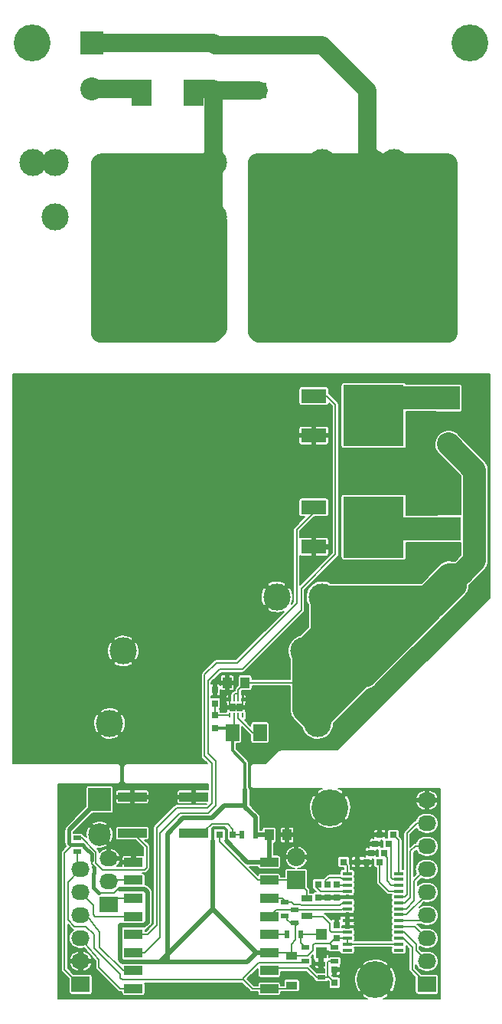
<source format=gtl>
G04 #@! TF.FileFunction,Copper,L1,Top,Signal*
%FSLAX46Y46*%
G04 Gerber Fmt 4.6, Leading zero omitted, Abs format (unit mm)*
G04 Created by KiCad (PCBNEW 4.0.5+dfsg1-4) date Mon Feb 20 16:27:22 2017*
%MOMM*%
%LPD*%
G01*
G04 APERTURE LIST*
%ADD10C,0.150000*%
%ADD11R,0.280000X0.500000*%
%ADD12R,0.800000X0.900000*%
%ADD13C,3.000000*%
%ADD14R,1.700000X1.700000*%
%ADD15C,1.700000*%
%ADD16R,2.500000X2.500000*%
%ADD17C,2.500000*%
%ADD18R,1.000000X1.250000*%
%ADD19R,2.032000X1.727200*%
%ADD20O,2.032000X1.727200*%
%ADD21R,1.220000X0.910000*%
%ADD22R,2.200000X3.000000*%
%ADD23R,1.501140X1.899920*%
%ADD24R,2.780000X1.550000*%
%ADD25R,6.730000X6.740000*%
%ADD26R,3.200000X1.000000*%
%ADD27R,2.540000X2.540000*%
%ADD28C,2.540000*%
%ADD29R,1.400000X1.400000*%
%ADD30C,1.400000*%
%ADD31C,4.064000*%
%ADD32R,0.800000X0.750000*%
%ADD33R,0.750000X0.800000*%
%ADD34R,2.032000X2.032000*%
%ADD35O,2.032000X2.032000*%
%ADD36R,1.198880X1.198880*%
%ADD37R,0.500000X0.900000*%
%ADD38R,0.900000X0.500000*%
%ADD39R,1.100000X0.400000*%
%ADD40R,2.000000X1.000000*%
%ADD41R,1.300000X0.700000*%
%ADD42C,0.200000*%
%ADD43C,0.500000*%
%ADD44C,0.300000*%
%ADD45C,0.400000*%
%ADD46C,2.000000*%
%ADD47C,2.500000*%
G04 APERTURE END LIST*
D10*
D11*
X70850000Y58000000D03*
X70350000Y58000000D03*
X69850000Y58000000D03*
X69350000Y58000000D03*
X69350000Y56200000D03*
X69850000Y56200000D03*
X70350000Y56200000D03*
X70850000Y56200000D03*
D12*
X69700000Y57100000D03*
X70500000Y57100000D03*
D13*
X56100000Y55300000D03*
X79100000Y55300000D03*
X87600000Y117300000D03*
X47600000Y117300000D03*
X85100000Y111300000D03*
X67600000Y111300000D03*
X50100000Y111300000D03*
X79600000Y69300000D03*
X74600000Y69300000D03*
X79600000Y117300000D03*
X50100000Y117300000D03*
X67600000Y117300000D03*
X85100000Y117300000D03*
X57600000Y63300000D03*
X77600000Y63300000D03*
D14*
X72600000Y125200000D03*
D15*
X84600000Y125200000D03*
D16*
X55000000Y46900000D03*
D17*
X55000000Y43015000D03*
D18*
X73750000Y43000000D03*
X75750000Y43000000D03*
D19*
X52900000Y26500000D03*
D20*
X52900000Y29040000D03*
X52900000Y31580000D03*
X52900000Y34120000D03*
X52900000Y36660000D03*
X52900000Y39200000D03*
D21*
X76250000Y29635000D03*
X76250000Y26365000D03*
D18*
X71100000Y59800000D03*
X69100000Y59800000D03*
D22*
X59600000Y125000000D03*
X65400000Y125000000D03*
D23*
X69676000Y54300000D03*
X72724000Y54300000D03*
D24*
X78700000Y87120000D03*
D25*
X85335000Y89300000D03*
D24*
X78700000Y91480000D03*
D26*
X65400000Y47200000D03*
X58600000Y47200000D03*
X58600000Y43200000D03*
X65400000Y43200000D03*
D24*
X78700000Y74820000D03*
D25*
X85335000Y77000000D03*
D24*
X78700000Y79180000D03*
D27*
X54100000Y130440000D03*
D28*
X54100000Y125360000D03*
D27*
X93600000Y91240000D03*
D28*
X93600000Y86160000D03*
D27*
X93700000Y76840000D03*
D28*
X93700000Y71760000D03*
D29*
X67800000Y125200000D03*
D30*
X67800000Y130200000D03*
D31*
X80500000Y46000000D03*
X96000000Y130500000D03*
X47500000Y130500000D03*
D32*
X87000000Y42000000D03*
X85500000Y42000000D03*
X86500000Y41000000D03*
X85000000Y41000000D03*
X86000000Y40000000D03*
X84500000Y40000000D03*
X69750000Y43000000D03*
X68250000Y43000000D03*
D33*
X81000000Y26650000D03*
X81000000Y28150000D03*
D34*
X76750000Y38000000D03*
D35*
X76750000Y40540000D03*
D19*
X56000000Y35300000D03*
D20*
X56000000Y37840000D03*
X56000000Y40380000D03*
D33*
X81200000Y31550000D03*
X81200000Y33050000D03*
X79200000Y37550000D03*
X79200000Y36050000D03*
X81200000Y37550000D03*
X81200000Y36050000D03*
X80200000Y37550000D03*
X80200000Y36050000D03*
D32*
X82000000Y40000000D03*
X83500000Y40000000D03*
X87500000Y43000000D03*
X86000000Y43000000D03*
D36*
X79500000Y29950980D03*
X79500000Y32049020D03*
D19*
X91200000Y26500000D03*
D20*
X91200000Y29040000D03*
X91200000Y31580000D03*
X91200000Y34120000D03*
X91200000Y36660000D03*
X91200000Y39200000D03*
X91200000Y41740000D03*
X91200000Y44280000D03*
X91200000Y46820000D03*
D37*
X72250000Y43000000D03*
X70750000Y43000000D03*
D38*
X76600000Y33250000D03*
X76600000Y34750000D03*
X52500000Y41150000D03*
X52500000Y42650000D03*
X75500000Y34050000D03*
X75500000Y35550000D03*
D37*
X75750000Y32000000D03*
X77250000Y32000000D03*
D38*
X81000000Y30550000D03*
X81000000Y29050000D03*
X79500000Y27250000D03*
X79500000Y28750000D03*
D39*
X88100000Y30275000D03*
X88100000Y30925000D03*
X88100000Y31575000D03*
X88100000Y32225000D03*
X88100000Y32875000D03*
X88100000Y33525000D03*
X88100000Y34175000D03*
X88100000Y34825000D03*
X88100000Y35475000D03*
X88100000Y36125000D03*
X88100000Y36775000D03*
X88100000Y37425000D03*
X88100000Y38075000D03*
X88100000Y38725000D03*
X82400000Y38725000D03*
X82400000Y38075000D03*
X82400000Y37425000D03*
X82400000Y36775000D03*
X82400000Y36125000D03*
X82400000Y35475000D03*
X82400000Y34825000D03*
X82400000Y34175000D03*
X82400000Y33525000D03*
X82400000Y32875000D03*
X82400000Y32225000D03*
X82400000Y31575000D03*
X82400000Y30925000D03*
X82400000Y30275000D03*
D40*
X73750000Y26000000D03*
X73750000Y28000000D03*
X73750000Y30000000D03*
X73750000Y32000000D03*
X73750000Y34000000D03*
X73750000Y36000000D03*
X73750000Y38000000D03*
X73750000Y40000000D03*
X58750000Y40000000D03*
X58750000Y38000000D03*
X58750000Y36000000D03*
X58750000Y34000000D03*
X58750000Y32000000D03*
X58750000Y30000000D03*
X58750000Y28000000D03*
X58750000Y26000000D03*
D33*
X67750000Y54750000D03*
X67750000Y56250000D03*
X67750000Y57500000D03*
X67750000Y59000000D03*
D41*
X77900000Y35950000D03*
X77900000Y34050000D03*
D31*
X85500000Y27000000D03*
D38*
X77800000Y30550000D03*
X77800000Y29050000D03*
D42*
X69350000Y58000000D02*
X69350000Y57410000D01*
X69350000Y57410000D02*
X69660000Y57100000D01*
X70850000Y58000000D02*
X70850000Y57410000D01*
X70850000Y57410000D02*
X70540000Y57100000D01*
X81000000Y30550000D02*
X80950000Y30550000D01*
X80950000Y30550000D02*
X80500000Y31000000D01*
X76250000Y29635000D02*
X78035000Y29635000D01*
X78035000Y29635000D02*
X78600560Y30200560D01*
X78600560Y30200560D02*
X78600560Y30800560D01*
X78600560Y30800560D02*
X78800000Y31000000D01*
X78800000Y31000000D02*
X80500000Y31000000D01*
X80500000Y31000000D02*
X81075000Y31575000D01*
X81075000Y31575000D02*
X82400000Y31575000D01*
D43*
X67500000Y34800000D02*
X61700000Y29000000D01*
X72300000Y30000000D02*
X67500000Y34800000D01*
D42*
X67500000Y34800000D02*
X61700000Y29000000D01*
D44*
X69000000Y43549999D02*
X68800000Y43749999D01*
X67500000Y43663602D02*
X67500000Y42300000D01*
X67586397Y43749999D02*
X67500000Y43663602D01*
X68800000Y43749999D02*
X67586397Y43749999D01*
X69000000Y42300000D02*
X69000000Y43549999D01*
D43*
X67500000Y42300000D02*
X67500000Y34800000D01*
D42*
X72300000Y30000000D02*
X67500000Y34800000D01*
D43*
X73750000Y40000000D02*
X71300000Y40000000D01*
D42*
X71300000Y40000000D02*
X69000000Y42300000D01*
D43*
X71300000Y40000000D02*
X69000000Y42300000D01*
X71100000Y46200000D02*
X68800000Y46200000D01*
X62500000Y29000000D02*
X63000000Y29000000D01*
X62500000Y43100000D02*
X62500000Y29000000D01*
X64249999Y44849999D02*
X62500000Y43100000D01*
X67449999Y44849999D02*
X64249999Y44849999D01*
X68800000Y46200000D02*
X67449999Y44849999D01*
D42*
X73750000Y30000000D02*
X75885000Y30000000D01*
D43*
X61700000Y29000000D02*
X63000000Y29000000D01*
X63000000Y29000000D02*
X71300000Y29000000D01*
X71300000Y29000000D02*
X72300000Y30000000D01*
X73750000Y30000000D02*
X72300000Y30000000D01*
X73750000Y43000000D02*
X73750000Y40000000D01*
X72250000Y43000000D02*
X73750000Y43000000D01*
X71100000Y48000000D02*
X71100000Y46200000D01*
X71100000Y46200000D02*
X71100000Y46100000D01*
X71100000Y46100000D02*
X72250000Y44950000D01*
X72250000Y44950000D02*
X72250000Y43000000D01*
D44*
X71100000Y50900000D02*
X71100000Y48000000D01*
X69676000Y54300000D02*
X69676000Y52324000D01*
X69676000Y52324000D02*
X71100000Y50900000D01*
X67750000Y54750000D02*
X69226000Y54750000D01*
X69226000Y54750000D02*
X69676000Y54300000D01*
D43*
X60200000Y29000000D02*
X57500000Y29000000D01*
X57300000Y33000000D02*
X57300000Y31300000D01*
X57300000Y31300000D02*
X57300000Y29600000D01*
X57300000Y33000000D02*
X57400000Y33000000D01*
X57300000Y29200000D02*
X57300000Y29600000D01*
X57500000Y29000000D02*
X57300000Y29200000D01*
X60300000Y33500000D02*
X60300000Y33400000D01*
X60300000Y33400000D02*
X59900000Y33000000D01*
X59900000Y33000000D02*
X57400000Y33000000D01*
X57200000Y37000000D02*
X60000000Y37000000D01*
X60000000Y37000000D02*
X60300000Y36700000D01*
X60300000Y36700000D02*
X60300000Y33500000D01*
D45*
X57400000Y33000000D02*
X57300000Y32900000D01*
X59900000Y33000000D02*
X57400000Y33000000D01*
X60300000Y33400000D02*
X59900000Y33000000D01*
X60000000Y37000000D02*
X60300000Y36700000D01*
X60300000Y36700000D02*
X60300000Y33500000D01*
X52000000Y41900000D02*
X51800000Y41900000D01*
X51600000Y43500000D02*
X51700000Y43600000D01*
X51600000Y42100000D02*
X51600000Y43500000D01*
X51800000Y41900000D02*
X51600000Y42100000D01*
X52000000Y41900000D02*
X53092892Y41900000D01*
X53092892Y41900000D02*
X53396446Y41596446D01*
X54100000Y40200000D02*
X54100000Y40892892D01*
X54100000Y40892892D02*
X53396446Y41596446D01*
X54900000Y36600000D02*
X54300000Y37200000D01*
X54300000Y37200000D02*
X54300000Y38700000D01*
X54400000Y39392892D02*
X54300000Y39492892D01*
X54400000Y38800000D02*
X54400000Y39392892D01*
X54300000Y38700000D02*
X54400000Y38800000D01*
D43*
X55000000Y46900000D02*
X51700000Y43600000D01*
X61700000Y29000000D02*
X60200000Y29000000D01*
D42*
X57450000Y29250000D02*
X57450000Y32750000D01*
X57450000Y32750000D02*
X57600000Y32900000D01*
X52900000Y26500000D02*
X52700000Y26500000D01*
X52700000Y26500000D02*
X51100000Y28100000D01*
X51100000Y41000000D02*
X52000000Y41900000D01*
X51100000Y28100000D02*
X51100000Y41000000D01*
X54300000Y39300000D02*
X54300000Y39492892D01*
X54300000Y39492892D02*
X54300000Y39600000D01*
X60300000Y36700000D02*
X60000000Y37000000D01*
X57200000Y37000000D02*
X57000000Y37000000D01*
X57000000Y37000000D02*
X56600000Y36600000D01*
X56600000Y36600000D02*
X54900000Y36600000D01*
X54300000Y37200000D02*
X54300000Y39300000D01*
X60300000Y33500000D02*
X60300000Y36700000D01*
X54100000Y39800000D02*
X54100000Y40200000D01*
X54300000Y39600000D02*
X54100000Y39800000D01*
X55000000Y47400000D02*
X56000000Y47400000D01*
X60200000Y29000000D02*
X57700000Y29000000D01*
X57700000Y29000000D02*
X57450000Y29250000D01*
X57600000Y32900000D02*
X59700000Y32900000D01*
X59700000Y32900000D02*
X60300000Y33500000D01*
X55000000Y47400000D02*
X55800000Y47400000D01*
X72250000Y43000000D02*
X72250000Y44950000D01*
X72250000Y44950000D02*
X71100000Y46100000D01*
X52900000Y26500000D02*
X52500000Y26500000D01*
X55000000Y47400000D02*
X55100000Y47400000D01*
X69676000Y52324000D02*
X71100000Y50900000D01*
X88100000Y30925000D02*
X82400000Y30925000D01*
X82400000Y30925000D02*
X82400000Y31575000D01*
X77000000Y33250000D02*
X76150000Y33250000D01*
X75750000Y33650000D02*
X75750000Y34000000D01*
X76150000Y33250000D02*
X75750000Y33650000D01*
X76250000Y29635000D02*
X76250000Y30950000D01*
X76700000Y32950000D02*
X77000000Y33250000D01*
X76700000Y31400000D02*
X76700000Y32950000D01*
X76250000Y30950000D02*
X76700000Y31400000D01*
X75885000Y30000000D02*
X76250000Y29635000D01*
X69226000Y54750000D02*
X69676000Y54300000D01*
X69850000Y56200000D02*
X69850000Y54574000D01*
X69850000Y54574000D02*
X69676000Y54400000D01*
X69176000Y53900000D02*
X69676000Y54400000D01*
X82400000Y36775000D02*
X79425000Y36775000D01*
X79425000Y36775000D02*
X79000000Y37200000D01*
X79000000Y37200000D02*
X79000000Y37500000D01*
X82400000Y37425000D02*
X81075000Y37425000D01*
X81075000Y37425000D02*
X81000000Y37500000D01*
X82400000Y38075000D02*
X81875000Y38075000D01*
X80400000Y38300000D02*
X80000000Y37900000D01*
X81650000Y38300000D02*
X80400000Y38300000D01*
X81875000Y38075000D02*
X81650000Y38300000D01*
X80000000Y37900000D02*
X80000000Y37500000D01*
X82400000Y38725000D02*
X82400000Y39600000D01*
X82400000Y39600000D02*
X82000000Y40000000D01*
X88100000Y38725000D02*
X88100000Y42400000D01*
X88100000Y42400000D02*
X87500000Y43000000D01*
X77250000Y32000000D02*
X77250000Y31100000D01*
X77250000Y31100000D02*
X77792151Y30557849D01*
X77250000Y32000000D02*
X79450980Y32000000D01*
X79450980Y32000000D02*
X79500000Y32049020D01*
X88100000Y32225000D02*
X88675000Y32225000D01*
X90000000Y30240000D02*
X91200000Y29040000D01*
X90000000Y30900000D02*
X90000000Y30240000D01*
X88675000Y32225000D02*
X90000000Y30900000D01*
X88100000Y32875000D02*
X89905000Y32875000D01*
X89905000Y32875000D02*
X91200000Y31580000D01*
X88100000Y31575000D02*
X88625000Y31575000D01*
X88625000Y31575000D02*
X89600000Y30600000D01*
X89600000Y30600000D02*
X89600000Y28100000D01*
X89600000Y28100000D02*
X91200000Y26500000D01*
X88100000Y33525000D02*
X90605000Y33525000D01*
X90605000Y33525000D02*
X91200000Y34120000D01*
D46*
X56600000Y98400000D02*
X56600000Y117300000D01*
X56600000Y117300000D02*
X56600000Y116900000D01*
X56600000Y116900000D02*
X56600000Y117300000D01*
X58500000Y116900000D02*
X58500000Y98400000D01*
X58500000Y98400000D02*
X59100000Y99000000D01*
X59100000Y99000000D02*
X59100000Y99400000D01*
X59100000Y99400000D02*
X58100000Y99400000D01*
X58100000Y98400000D02*
X58100000Y99400000D01*
X58100000Y99400000D02*
X58100000Y117300000D01*
X58100000Y117300000D02*
X58500000Y116900000D01*
X58500000Y116900000D02*
X58600000Y116900000D01*
X58600000Y116900000D02*
X58600000Y117300000D01*
X60100000Y117300000D02*
X60100000Y98900000D01*
X60100000Y98900000D02*
X60100000Y99900000D01*
X60100000Y99900000D02*
X60100000Y98900000D01*
X62100000Y98400000D02*
X62100000Y116400000D01*
X64100000Y117300000D02*
X64100000Y98400000D01*
X64100000Y98400000D02*
X63600000Y98900000D01*
X63600000Y98900000D02*
X63600000Y114900000D01*
X63600000Y114900000D02*
X62100000Y116400000D01*
X62100000Y116400000D02*
X61200000Y117300000D01*
X66100000Y98400000D02*
X66100000Y117300000D01*
X66100000Y117300000D02*
X66100000Y116900000D01*
X66100000Y116900000D02*
X66100000Y117300000D01*
X55100000Y98400000D02*
X56600000Y98400000D01*
X56600000Y98400000D02*
X58100000Y98400000D01*
X58100000Y98400000D02*
X62100000Y98400000D01*
X62100000Y98400000D02*
X66100000Y98400000D01*
X66100000Y98400000D02*
X67600000Y98400000D01*
X67600000Y98400000D02*
X68100000Y98900000D01*
X68100000Y98900000D02*
X68100000Y110800000D01*
X68100000Y110800000D02*
X67600000Y111300000D01*
X67600000Y117300000D02*
X66100000Y117300000D01*
X66100000Y117300000D02*
X64100000Y117300000D01*
X64100000Y117300000D02*
X61200000Y117300000D01*
X61200000Y117300000D02*
X60100000Y117300000D01*
X60100000Y117300000D02*
X58600000Y117300000D01*
X58600000Y117300000D02*
X56600000Y117300000D01*
X56600000Y117300000D02*
X55200000Y117300000D01*
X55200000Y117300000D02*
X55100000Y117200000D01*
X55100000Y117200000D02*
X55100000Y98400000D01*
X55100000Y98400000D02*
X55600000Y98900000D01*
X55600000Y98900000D02*
X60100000Y98900000D01*
X60100000Y98900000D02*
X68100000Y98900000D01*
X68100000Y98900000D02*
X67600000Y99400000D01*
X67600000Y99400000D02*
X67600000Y111300000D01*
X65500000Y125400000D02*
X67600000Y125400000D01*
X67600000Y125400000D02*
X67800000Y125200000D01*
X67800000Y125200000D02*
X72600000Y125200000D01*
X67600000Y117300000D02*
X67600000Y125000000D01*
X67600000Y125000000D02*
X67800000Y125200000D01*
X67600000Y111300000D02*
X67600000Y117300000D01*
X80100000Y104900000D02*
X78600000Y103400000D01*
X78600000Y103400000D02*
X78100000Y103900000D01*
X81600000Y107400000D02*
X75100000Y107400000D01*
X75100000Y107400000D02*
X75100000Y101900000D01*
X75100000Y101900000D02*
X80100000Y101900000D01*
X80100000Y101900000D02*
X80100000Y104900000D01*
X80100000Y104900000D02*
X80100000Y106400000D01*
X80100000Y106400000D02*
X79600000Y105900000D01*
X79600000Y105900000D02*
X76600000Y105900000D01*
X76600000Y105900000D02*
X76600000Y103400000D01*
X76600000Y103400000D02*
X78600000Y103400000D01*
X78600000Y103400000D02*
X78100000Y103900000D01*
X78100000Y103900000D02*
X78100000Y104400000D01*
X83100000Y98400000D02*
X83100000Y109400000D01*
X83100000Y109400000D02*
X82600000Y108900000D01*
X82600000Y108900000D02*
X74600000Y108900000D01*
X74600000Y108900000D02*
X73600000Y107900000D01*
X73600000Y107900000D02*
X73600000Y99900000D01*
X73600000Y99900000D02*
X74100000Y100400000D01*
X74100000Y100400000D02*
X82100000Y100400000D01*
X82100000Y100400000D02*
X81600000Y100900000D01*
X81600000Y100900000D02*
X81600000Y107400000D01*
X72400000Y109400000D02*
X72400000Y98600000D01*
X72400000Y98600000D02*
X72600000Y98400000D01*
X72600000Y98400000D02*
X83100000Y98400000D01*
X83100000Y98400000D02*
X84600000Y98400000D01*
X91500000Y117300000D02*
X93500000Y117300000D01*
X93500000Y117300000D02*
X93600000Y117200000D01*
X93600000Y117200000D02*
X93600000Y98400000D01*
X93600000Y98400000D02*
X91600000Y98400000D01*
X89500000Y117300000D02*
X91500000Y117300000D01*
X91500000Y117300000D02*
X91600000Y117200000D01*
X91600000Y117200000D02*
X91600000Y98400000D01*
X91600000Y98400000D02*
X89600000Y98400000D01*
X87600000Y117300000D02*
X89500000Y117300000D01*
X89500000Y117300000D02*
X89600000Y117200000D01*
X89600000Y117200000D02*
X89600000Y98400000D01*
X89600000Y98400000D02*
X87600000Y98400000D01*
X85600000Y98400000D02*
X85600000Y100400000D01*
X85600000Y100400000D02*
X85600000Y116800000D01*
X85600000Y116800000D02*
X85100000Y117300000D01*
X87600000Y117300000D02*
X87600000Y98400000D01*
X87600000Y98400000D02*
X85600000Y98400000D01*
X85600000Y98400000D02*
X84600000Y98400000D01*
X84600000Y100400000D02*
X84600000Y98400000D01*
X84600000Y107400000D02*
X84600000Y100400000D01*
X84600000Y109400000D02*
X84600000Y107400000D01*
X85100000Y109400000D02*
X84600000Y109400000D01*
X84600000Y109400000D02*
X72400000Y109400000D01*
X72400000Y109400000D02*
X72600000Y109400000D01*
X72600000Y109400000D02*
X72400000Y109400000D01*
X72400000Y111400000D02*
X85000000Y111400000D01*
X85000000Y111400000D02*
X85100000Y111300000D01*
X85100000Y113400000D02*
X73600000Y113400000D01*
X85100000Y115400000D02*
X72400000Y115400000D01*
X72400000Y115400000D02*
X72600000Y115400000D01*
X72600000Y115400000D02*
X72400000Y115400000D01*
X72400000Y117300000D02*
X72400000Y115400000D01*
X79600000Y117300000D02*
X72400000Y117300000D01*
X72400000Y115400000D02*
X72400000Y111400000D01*
X72400000Y111400000D02*
X72400000Y109400000D01*
X85100000Y109400000D02*
X85100000Y111300000D01*
X54100000Y130440000D02*
X67560000Y130440000D01*
X67560000Y130440000D02*
X67800000Y130200000D01*
X85100000Y117300000D02*
X85100000Y115400000D01*
X85100000Y115400000D02*
X85100000Y113400000D01*
X85100000Y113400000D02*
X85100000Y111300000D01*
X85100000Y117300000D02*
X87600000Y117300000D01*
X79600000Y117300000D02*
X85100000Y117300000D01*
X84600000Y125200000D02*
X84600000Y117800000D01*
X84600000Y117800000D02*
X85100000Y117300000D01*
X67800000Y130200000D02*
X79600000Y130200000D01*
X79600000Y130200000D02*
X84600000Y125200000D01*
X67660000Y130340000D02*
X67800000Y130200000D01*
X92100000Y67900000D02*
X84600000Y60400000D01*
X84600000Y60400000D02*
X84200000Y60400000D01*
X84200000Y60400000D02*
X79100000Y55300000D01*
X91600000Y67400000D02*
X92100000Y67900000D01*
X92100000Y67900000D02*
X94600000Y70400000D01*
X94600000Y70400000D02*
X94600000Y70860000D01*
X94600000Y70860000D02*
X93700000Y71760000D01*
X82900000Y59100000D02*
X82900000Y63600000D01*
X82900000Y63600000D02*
X84100000Y62400000D01*
X84100000Y62400000D02*
X84600000Y62400000D01*
X87400000Y63600000D02*
X81800000Y63600000D01*
X81800000Y63600000D02*
X81600000Y63400000D01*
X81600000Y63400000D02*
X81600000Y57800000D01*
X80400000Y56600000D02*
X80400000Y64200000D01*
X80400000Y64200000D02*
X81600000Y65400000D01*
X81600000Y65400000D02*
X89200000Y65400000D01*
X91600000Y67400000D02*
X91200000Y67400000D01*
X91200000Y67400000D02*
X89200000Y65400000D01*
X89200000Y65400000D02*
X87400000Y63600000D01*
X87400000Y63600000D02*
X82900000Y59100000D01*
X82900000Y59100000D02*
X81600000Y57800000D01*
X81600000Y57800000D02*
X80400000Y56600000D01*
X80400000Y56600000D02*
X79100000Y55300000D01*
X81600000Y67400000D02*
X91600000Y67400000D01*
X79100000Y55300000D02*
X79100000Y62900000D01*
X79100000Y62900000D02*
X81600000Y65400000D01*
X81600000Y65400000D02*
X81600000Y67400000D01*
D42*
X71100000Y59800000D02*
X77600000Y59800000D01*
X77600000Y59800000D02*
X77600000Y59900000D01*
D47*
X79600000Y69300000D02*
X79600000Y65300000D01*
X79600000Y65300000D02*
X77600000Y63300000D01*
X79600000Y69300000D02*
X91240000Y69300000D01*
X91240000Y69300000D02*
X93700000Y71760000D01*
X93700000Y71760000D02*
X94960000Y71760000D01*
X94960000Y71760000D02*
X96500000Y73300000D01*
X96500000Y73300000D02*
X96500000Y83260000D01*
X96500000Y83260000D02*
X93600000Y86160000D01*
X77600000Y63300000D02*
X77600000Y59900000D01*
X77600000Y59900000D02*
X77600000Y56800000D01*
X77600000Y56800000D02*
X79100000Y55300000D01*
D42*
X77600000Y56800000D02*
X79100000Y55300000D01*
X69850000Y58000000D02*
X69850000Y58450000D01*
X70000000Y58600000D02*
X70350000Y58600000D01*
X69850000Y58450000D02*
X70000000Y58600000D01*
X70350000Y58000000D02*
X70350000Y58600000D01*
X70350000Y58600000D02*
X70350000Y59050000D01*
X70350000Y59050000D02*
X71100000Y59800000D01*
D46*
X54100000Y125360000D02*
X59660000Y125360000D01*
X59660000Y125360000D02*
X59700000Y125400000D01*
D42*
X70350000Y56200000D02*
X70350000Y55850000D01*
X71900000Y54300000D02*
X72724000Y54300000D01*
X70350000Y55850000D02*
X71900000Y54300000D01*
D47*
X93600000Y91240000D02*
X85395000Y91240000D01*
X85395000Y91240000D02*
X85335000Y91300000D01*
D42*
X69350000Y56200000D02*
X67800000Y56200000D01*
X67800000Y56200000D02*
X67750000Y56250000D01*
X67750000Y57250000D02*
X67750000Y56500000D01*
D47*
X93700000Y76840000D02*
X85495000Y76840000D01*
X85495000Y76840000D02*
X85335000Y77000000D01*
D42*
X88100000Y38075000D02*
X87425001Y38075000D01*
X87200001Y38300000D02*
X87200001Y41799999D01*
X87425001Y38075000D02*
X87200001Y38300000D01*
X87200001Y41799999D02*
X87000000Y42000000D01*
X86500000Y41000000D02*
X86500000Y40800000D01*
X86500000Y40800000D02*
X86800000Y40500000D01*
X86800000Y40500000D02*
X86800000Y37900000D01*
X86800000Y37900000D02*
X87275000Y37425000D01*
X87275000Y37425000D02*
X88100000Y37425000D01*
X86000000Y40000000D02*
X86000000Y37800000D01*
X87025000Y36775000D02*
X88100000Y36775000D01*
X86000000Y37800000D02*
X87025000Y36775000D01*
X59950000Y39150000D02*
X55350000Y39150000D01*
X54600000Y41100000D02*
X53050000Y42650000D01*
X54600000Y39900000D02*
X54600000Y41100000D01*
X55350000Y39150000D02*
X54600000Y39900000D01*
X53050000Y42650000D02*
X52500000Y42650000D01*
X67400000Y44200000D02*
X69200000Y44200000D01*
X69750000Y43650000D02*
X69750000Y43000000D01*
X69200000Y44200000D02*
X69750000Y43650000D01*
X58600000Y43500000D02*
X58600000Y43300000D01*
X58600000Y43300000D02*
X60200000Y41700000D01*
X60200000Y39400000D02*
X59950000Y39150000D01*
X60200000Y41700000D02*
X60200000Y39400000D01*
X58600000Y43500000D02*
X58000000Y43500000D01*
X69750000Y43000000D02*
X70750000Y43000000D01*
X65400000Y43500000D02*
X66700000Y43500000D01*
X66700000Y43500000D02*
X67400000Y44200000D01*
X77900000Y35950000D02*
X77900000Y36850000D01*
X77900000Y36850000D02*
X76750000Y38000000D01*
X73750000Y38000000D02*
X76750000Y38000000D01*
X73750000Y38000000D02*
X72500000Y38000000D01*
X68250000Y42250000D02*
X68250000Y43000000D01*
X72500000Y38000000D02*
X68250000Y42250000D01*
X81000000Y29050000D02*
X80350000Y29050000D01*
X80350000Y29050000D02*
X80250000Y28950000D01*
X80250000Y28950000D02*
X80250000Y27400000D01*
X80250000Y27400000D02*
X80400000Y27250000D01*
X80400000Y27250000D02*
X79450000Y27250000D01*
X79450000Y27250000D02*
X79400000Y27200000D01*
X79500000Y27250000D02*
X80400000Y27250000D01*
X80425000Y27250000D02*
X80400000Y27250000D01*
X81000000Y26650000D02*
X81000000Y26675000D01*
X81000000Y26675000D02*
X80425000Y27250000D01*
X79500000Y27250000D02*
X79000000Y27250000D01*
X79000000Y27250000D02*
X78000000Y28250000D01*
X78000000Y28250000D02*
X74000000Y28250000D01*
X74000000Y28250000D02*
X73750000Y28000000D01*
X77800000Y29050000D02*
X77630000Y28880000D01*
X77630000Y28880000D02*
X72589999Y28880000D01*
X72589999Y28880000D02*
X70900000Y27190001D01*
X70900000Y27190001D02*
X70900000Y27000000D01*
X52500000Y41150000D02*
X52500000Y39600000D01*
X52500000Y39600000D02*
X52900000Y39200000D01*
X53400000Y32900000D02*
X52200000Y32900000D01*
X51500000Y37800000D02*
X52900000Y39200000D01*
X51500000Y33600000D02*
X51500000Y37800000D01*
X52200000Y32900000D02*
X51500000Y33600000D01*
X57300000Y27600000D02*
X57300000Y27200000D01*
X53400000Y32900000D02*
X53500000Y32900000D01*
X53500000Y32900000D02*
X54400000Y32000000D01*
X54400000Y32000000D02*
X54400000Y30500000D01*
X54400000Y30500000D02*
X57300000Y27600000D01*
X71900000Y26000000D02*
X73750000Y26000000D01*
X70900000Y27000000D02*
X71900000Y26000000D01*
X57500000Y27000000D02*
X70900000Y27000000D01*
X57300000Y27200000D02*
X57500000Y27000000D01*
X73750000Y26000000D02*
X75885000Y26000000D01*
X75885000Y26000000D02*
X76250000Y26365000D01*
X58750000Y26000000D02*
X57300000Y26000000D01*
X54900000Y28400000D02*
X54900000Y29180000D01*
X57300000Y26000000D02*
X54900000Y28400000D01*
X58750000Y26000000D02*
X58080000Y26000000D01*
X54900000Y29180000D02*
X52900000Y31580000D01*
X58750000Y28000000D02*
X57600000Y28000000D01*
X57600000Y28000000D02*
X55000000Y30600000D01*
X55000000Y30600000D02*
X55000000Y32250000D01*
X55000000Y32250000D02*
X53530000Y34120000D01*
X53530000Y34120000D02*
X52900000Y34120000D01*
X58750000Y34000000D02*
X54500000Y34000000D01*
X54500000Y34000000D02*
X54300000Y34200000D01*
X54300000Y35260000D02*
X52900000Y36660000D01*
X54300000Y34200000D02*
X54300000Y35260000D01*
X52900000Y36000000D02*
X52900000Y36660000D01*
X91200000Y36660000D02*
X91200000Y36400000D01*
X91200000Y36400000D02*
X88975000Y34175000D01*
X88975000Y34175000D02*
X88100000Y34175000D01*
X58750000Y36000000D02*
X56500000Y36000000D01*
X56500000Y36000000D02*
X55750000Y35250000D01*
X58750000Y38000000D02*
X55960000Y38000000D01*
X55960000Y38000000D02*
X55750000Y37790000D01*
X78700000Y91480000D02*
X80120000Y91480000D01*
X80120000Y91480000D02*
X81100000Y90500000D01*
X67850000Y46650000D02*
X67850000Y46250000D01*
X67000000Y45400000D02*
X63900000Y45400000D01*
X67850000Y46250000D02*
X67000000Y45400000D01*
X67850000Y51150000D02*
X67850000Y46650000D01*
X67000001Y51999999D02*
X67850000Y51150000D01*
X67000001Y60000001D02*
X67000001Y51999999D01*
X68300000Y61300000D02*
X67000001Y60000001D01*
X70800000Y61300000D02*
X68300000Y61300000D01*
X77300000Y67800000D02*
X70800000Y61300000D01*
X77300000Y70200000D02*
X77300000Y67800000D01*
X81100000Y74000000D02*
X77300000Y70200000D01*
X81100000Y90500000D02*
X81100000Y74000000D01*
X60000000Y30000000D02*
X58750000Y30000000D01*
X63900000Y45400000D02*
X61700000Y43200000D01*
X61700000Y43200000D02*
X61700000Y31700000D01*
X61700000Y31700000D02*
X60000000Y30000000D01*
X58750000Y32000000D02*
X60299995Y32000000D01*
X61299999Y33000005D02*
X61299999Y32999999D01*
X61299999Y33000004D02*
X61299999Y33000005D01*
X60299995Y32000000D02*
X61299999Y33000004D01*
X67400000Y46900000D02*
X67400000Y46500000D01*
X63500000Y46000000D02*
X61300000Y43800000D01*
X61300000Y43800000D02*
X61300000Y33000000D01*
X61300000Y33000000D02*
X61299999Y32999999D01*
X66600000Y51700000D02*
X67400000Y50900000D01*
X66600000Y60700000D02*
X66600000Y51700000D01*
X67900000Y62000000D02*
X66600000Y60700000D01*
X70200000Y62000000D02*
X67900000Y62000000D01*
X76800000Y68600000D02*
X70200000Y62000000D01*
X76800000Y76700000D02*
X76800000Y68600000D01*
X79280000Y79180000D02*
X76800000Y76700000D01*
X67400000Y50900000D02*
X67400000Y46900000D01*
X67400000Y46500000D02*
X66900000Y46000000D01*
X66900000Y46000000D02*
X63500000Y46000000D01*
X59200000Y32000000D02*
X58750000Y32000000D01*
X78700000Y79180000D02*
X79280000Y79180000D01*
X77000000Y34750000D02*
X74500000Y34750000D01*
X74500000Y34750000D02*
X73750000Y34000000D01*
X82400000Y34825000D02*
X81825000Y34825000D01*
X81700000Y34700000D02*
X77050000Y34700000D01*
X81825000Y34825000D02*
X81700000Y34700000D01*
X77050000Y34700000D02*
X77000000Y34750000D01*
X75500000Y35550000D02*
X76250000Y35550000D01*
X77200000Y35300000D02*
X77299999Y35200001D01*
X76500000Y35300000D02*
X77200000Y35300000D01*
X76250000Y35550000D02*
X76500000Y35300000D01*
X81400000Y35200000D02*
X81299999Y35200000D01*
X81300000Y35200001D02*
X77299999Y35200001D01*
X81299999Y35200000D02*
X81300000Y35200001D01*
X82400000Y35475000D02*
X81875000Y35475000D01*
X81875000Y35475000D02*
X81600000Y35200000D01*
X81600000Y35200000D02*
X81400000Y35200000D01*
X73750000Y36000000D02*
X75250000Y36000000D01*
X75250000Y36000000D02*
X75750000Y35500000D01*
X73750000Y32000000D02*
X75750000Y32000000D01*
X91200000Y39200000D02*
X91100000Y39200000D01*
X91100000Y39200000D02*
X89800001Y37900001D01*
X89800001Y37900001D02*
X89800001Y35700001D01*
X89800001Y35700001D02*
X88925000Y34825000D01*
X88925000Y34825000D02*
X88100000Y34825000D01*
X91000000Y41740000D02*
X89940001Y41740000D01*
X88775000Y35475000D02*
X88100000Y35475000D01*
X89400000Y36100000D02*
X88775000Y35475000D01*
X89400000Y41199999D02*
X89400000Y36100000D01*
X89940001Y41740000D02*
X89400000Y41199999D01*
X91000000Y44280000D02*
X90080000Y44280000D01*
X90080000Y44280000D02*
X89000000Y43200000D01*
X89000000Y43200000D02*
X89000000Y36400000D01*
X89000000Y36400000D02*
X88725000Y36125000D01*
X88725000Y36125000D02*
X88100000Y36125000D01*
X82400000Y32225000D02*
X81775000Y32225000D01*
X79700000Y34000000D02*
X78300000Y34000000D01*
X80500000Y33200000D02*
X79700000Y34000000D01*
X80500000Y32400000D02*
X80500000Y33200000D01*
X80600000Y32300000D02*
X80500000Y32400000D01*
X81700000Y32300000D02*
X80600000Y32300000D01*
X81775000Y32225000D02*
X81700000Y32300000D01*
D10*
G36*
X98125000Y69155330D02*
X81344670Y52375000D01*
X75000000Y52375000D01*
X74965531Y52371620D01*
X74931018Y52368601D01*
X74929122Y52368050D01*
X74927162Y52367858D01*
X74894022Y52357852D01*
X74860736Y52348182D01*
X74858985Y52347274D01*
X74857099Y52346705D01*
X74826528Y52330450D01*
X74795760Y52314501D01*
X74794219Y52313270D01*
X74792478Y52312345D01*
X74765624Y52290444D01*
X74738563Y52268841D01*
X74735820Y52266137D01*
X74735762Y52266089D01*
X74735717Y52266035D01*
X74734835Y52265165D01*
X73344670Y50875000D01*
X72000000Y50875000D01*
X71964919Y50871560D01*
X71929732Y50868358D01*
X71928468Y50867986D01*
X71927162Y50867858D01*
X71893392Y50857662D01*
X71859523Y50847694D01*
X71858359Y50847085D01*
X71857099Y50846705D01*
X71825963Y50830149D01*
X71794664Y50813787D01*
X71793637Y50812961D01*
X71792478Y50812345D01*
X71765146Y50790054D01*
X71737626Y50767927D01*
X71736781Y50766920D01*
X71735762Y50766089D01*
X71713302Y50738940D01*
X71690582Y50711863D01*
X71689946Y50710707D01*
X71689111Y50709697D01*
X71672353Y50678704D01*
X71655324Y50647728D01*
X71654926Y50646475D01*
X71654301Y50645318D01*
X71643854Y50611568D01*
X71633195Y50577967D01*
X71633049Y50576663D01*
X71632659Y50575404D01*
X71628961Y50540224D01*
X71625037Y50505236D01*
X71625019Y50502715D01*
X71625009Y50502618D01*
X71625018Y50502521D01*
X71625000Y50500000D01*
X71625000Y48500000D01*
X71628440Y48464919D01*
X71631642Y48429732D01*
X71632014Y48428468D01*
X71632142Y48427162D01*
X71642338Y48393392D01*
X71652306Y48359523D01*
X71652915Y48358359D01*
X71653295Y48357099D01*
X71669851Y48325963D01*
X71686213Y48294664D01*
X71687039Y48293637D01*
X71687655Y48292478D01*
X71709946Y48265146D01*
X71732073Y48237626D01*
X71733080Y48236781D01*
X71733911Y48235762D01*
X71761060Y48213302D01*
X71788137Y48190582D01*
X71789293Y48189946D01*
X71790303Y48189111D01*
X71821296Y48172353D01*
X71852272Y48155324D01*
X71853525Y48154926D01*
X71854682Y48154301D01*
X71888432Y48143854D01*
X71922033Y48133195D01*
X71923337Y48133049D01*
X71924596Y48132659D01*
X71959776Y48128961D01*
X71994764Y48125037D01*
X71997285Y48125019D01*
X71997382Y48125009D01*
X71997479Y48125018D01*
X72000000Y48125000D01*
X79585866Y48125000D01*
X79532104Y48106432D01*
X79286300Y47975048D01*
X79041041Y47712104D01*
X80500000Y46253144D01*
X81958959Y47712104D01*
X81713700Y47975048D01*
X81405520Y48125000D01*
X92625000Y48125000D01*
X92625000Y24875000D01*
X86414134Y24875000D01*
X86467896Y24893568D01*
X86713700Y25024952D01*
X86958959Y25287896D01*
X85500000Y26746856D01*
X84041041Y25287896D01*
X84286300Y25024952D01*
X84594480Y24875000D01*
X50375000Y24875000D01*
X50375000Y41000000D01*
X50725000Y41000000D01*
X50725000Y28100000D01*
X50728380Y28065527D01*
X50731399Y28031018D01*
X50731950Y28029122D01*
X50732142Y28027162D01*
X50742152Y27994008D01*
X50751818Y27960737D01*
X50752725Y27958988D01*
X50753295Y27957099D01*
X50769571Y27926489D01*
X50785499Y27895761D01*
X50786728Y27894222D01*
X50787655Y27892478D01*
X50809594Y27865578D01*
X50831159Y27838564D01*
X50833862Y27835822D01*
X50833911Y27835762D01*
X50833966Y27835716D01*
X50834835Y27834835D01*
X51607670Y27062000D01*
X51607670Y25636400D01*
X51611162Y25592607D01*
X51634164Y25518330D01*
X51676949Y25453402D01*
X51736128Y25402964D01*
X51807016Y25371010D01*
X51884000Y25360070D01*
X53916000Y25360070D01*
X53959793Y25363562D01*
X54034070Y25386564D01*
X54098998Y25429349D01*
X54149436Y25488528D01*
X54181390Y25559416D01*
X54192330Y25636400D01*
X54192330Y27363600D01*
X54188838Y27407393D01*
X54165836Y27481670D01*
X54123051Y27546598D01*
X54063872Y27597036D01*
X53992984Y27628990D01*
X53916000Y27639930D01*
X52090400Y27639930D01*
X51475000Y28255330D01*
X51475000Y28687302D01*
X51665004Y28687302D01*
X51704351Y28588346D01*
X51812510Y28393497D01*
X51956604Y28223492D01*
X52131096Y28084865D01*
X52329279Y27982944D01*
X52543538Y27921645D01*
X52721000Y27972242D01*
X52721000Y28861000D01*
X53079000Y28861000D01*
X53079000Y27972242D01*
X53256462Y27921645D01*
X53470721Y27982944D01*
X53668904Y28084865D01*
X53843396Y28223492D01*
X53987490Y28393497D01*
X54095649Y28588346D01*
X54134996Y28687302D01*
X54107169Y28861000D01*
X53079000Y28861000D01*
X52721000Y28861000D01*
X51692831Y28861000D01*
X51665004Y28687302D01*
X51475000Y28687302D01*
X51475000Y29392698D01*
X51665004Y29392698D01*
X51692831Y29219000D01*
X52721000Y29219000D01*
X52721000Y30107758D01*
X53079000Y30107758D01*
X53079000Y29219000D01*
X54107169Y29219000D01*
X54134996Y29392698D01*
X54095649Y29491654D01*
X53987490Y29686503D01*
X53843396Y29856508D01*
X53668904Y29995135D01*
X53470721Y30097056D01*
X53256462Y30158355D01*
X53079000Y30107758D01*
X52721000Y30107758D01*
X52543538Y30158355D01*
X52329279Y30097056D01*
X52131096Y29995135D01*
X51956604Y29856508D01*
X51812510Y29686503D01*
X51704351Y29491654D01*
X51665004Y29392698D01*
X51475000Y29392698D01*
X51475000Y33094670D01*
X51934835Y32634835D01*
X51961575Y32612871D01*
X51988137Y32590582D01*
X51989868Y32589630D01*
X51991389Y32588381D01*
X52021880Y32572032D01*
X52052272Y32555324D01*
X52054153Y32554727D01*
X52055888Y32553797D01*
X52088967Y32543684D01*
X52120977Y32533530D01*
X52111261Y32528364D01*
X51939056Y32387917D01*
X51797411Y32216697D01*
X51691720Y32021225D01*
X51626009Y31808947D01*
X51602781Y31587949D01*
X51622921Y31366648D01*
X51685661Y31153473D01*
X51788613Y30956545D01*
X51927854Y30783363D01*
X52098082Y30640526D01*
X52292811Y30533473D01*
X52504625Y30466281D01*
X52725456Y30441511D01*
X52741353Y30441400D01*
X53058647Y30441400D01*
X53279802Y30463084D01*
X53329994Y30478238D01*
X54525000Y29044231D01*
X54525000Y28400000D01*
X54528380Y28365527D01*
X54531399Y28331018D01*
X54531950Y28329122D01*
X54532142Y28327162D01*
X54542152Y28294008D01*
X54551818Y28260737D01*
X54552725Y28258988D01*
X54553295Y28257099D01*
X54569571Y28226489D01*
X54585499Y28195761D01*
X54586728Y28194222D01*
X54587655Y28192478D01*
X54609594Y28165578D01*
X54631159Y28138564D01*
X54633862Y28135822D01*
X54633911Y28135762D01*
X54633966Y28135716D01*
X54634835Y28134835D01*
X57034835Y25734835D01*
X57061553Y25712889D01*
X57088137Y25690582D01*
X57089871Y25689629D01*
X57091390Y25688381D01*
X57121875Y25672034D01*
X57152272Y25655324D01*
X57154151Y25654728D01*
X57155889Y25653796D01*
X57189040Y25643661D01*
X57222033Y25633195D01*
X57223990Y25632975D01*
X57225879Y25632398D01*
X57260402Y25628891D01*
X57294764Y25625037D01*
X57298614Y25625010D01*
X57298691Y25625002D01*
X57298762Y25625009D01*
X57300000Y25625000D01*
X57473670Y25625000D01*
X57473670Y25500000D01*
X57477162Y25456207D01*
X57500164Y25381930D01*
X57542949Y25317002D01*
X57602128Y25266564D01*
X57673016Y25234610D01*
X57750000Y25223670D01*
X59750000Y25223670D01*
X59793793Y25227162D01*
X59868070Y25250164D01*
X59932998Y25292949D01*
X59983436Y25352128D01*
X60015390Y25423016D01*
X60026330Y25500000D01*
X60026330Y26500000D01*
X60022838Y26543793D01*
X59999836Y26618070D01*
X59995269Y26625000D01*
X70744670Y26625000D01*
X71634835Y25734835D01*
X71661553Y25712889D01*
X71688137Y25690582D01*
X71689871Y25689629D01*
X71691390Y25688381D01*
X71721875Y25672034D01*
X71752272Y25655324D01*
X71754151Y25654728D01*
X71755889Y25653796D01*
X71789040Y25643661D01*
X71822033Y25633195D01*
X71823990Y25632975D01*
X71825879Y25632398D01*
X71860402Y25628891D01*
X71894764Y25625037D01*
X71898614Y25625010D01*
X71898691Y25625002D01*
X71898762Y25625009D01*
X71900000Y25625000D01*
X72473670Y25625000D01*
X72473670Y25500000D01*
X72477162Y25456207D01*
X72500164Y25381930D01*
X72542949Y25317002D01*
X72602128Y25266564D01*
X72673016Y25234610D01*
X72750000Y25223670D01*
X74750000Y25223670D01*
X74793793Y25227162D01*
X74868070Y25250164D01*
X74932998Y25292949D01*
X74983436Y25352128D01*
X75015390Y25423016D01*
X75026330Y25500000D01*
X75026330Y25625000D01*
X75885000Y25625000D01*
X75919473Y25628380D01*
X75953982Y25631399D01*
X75955878Y25631950D01*
X75957838Y25632142D01*
X75962899Y25633670D01*
X76860000Y25633670D01*
X76903793Y25637162D01*
X76978070Y25660164D01*
X77042998Y25702949D01*
X77093436Y25762128D01*
X77125390Y25833016D01*
X77136330Y25910000D01*
X77136330Y26820000D01*
X77132838Y26863793D01*
X77109836Y26938070D01*
X77067051Y27002998D01*
X77007872Y27053436D01*
X76936984Y27085390D01*
X76860000Y27096330D01*
X75640000Y27096330D01*
X75596207Y27092838D01*
X75521930Y27069836D01*
X75457002Y27027051D01*
X75406564Y26967872D01*
X75374610Y26896984D01*
X75363670Y26820000D01*
X75363670Y26375000D01*
X75026330Y26375000D01*
X75026330Y26500000D01*
X75022838Y26543793D01*
X74999836Y26618070D01*
X74957051Y26682998D01*
X74897872Y26733436D01*
X74826984Y26765390D01*
X74750000Y26776330D01*
X72750000Y26776330D01*
X72706207Y26772838D01*
X72631930Y26749836D01*
X72567002Y26707051D01*
X72516564Y26647872D01*
X72484610Y26576984D01*
X72473670Y26500000D01*
X72473670Y26375000D01*
X72055330Y26375000D01*
X71335330Y27095001D01*
X72473670Y28233341D01*
X72473670Y27500000D01*
X72477162Y27456207D01*
X72500164Y27381930D01*
X72542949Y27317002D01*
X72602128Y27266564D01*
X72673016Y27234610D01*
X72750000Y27223670D01*
X74750000Y27223670D01*
X74793793Y27227162D01*
X74868070Y27250164D01*
X74932998Y27292949D01*
X74983436Y27352128D01*
X75015390Y27423016D01*
X75026330Y27500000D01*
X75026330Y27875000D01*
X77844670Y27875000D01*
X78734835Y26984835D01*
X78761553Y26962889D01*
X78779846Y26947539D01*
X78800164Y26881930D01*
X78842949Y26817002D01*
X78902128Y26766564D01*
X78973016Y26734610D01*
X79050000Y26723670D01*
X79950000Y26723670D01*
X79993793Y26727162D01*
X80068070Y26750164D01*
X80132998Y26792949D01*
X80183436Y26852128D01*
X80193746Y26875000D01*
X80269670Y26875000D01*
X80348670Y26796000D01*
X80348670Y26250000D01*
X80352162Y26206207D01*
X80375164Y26131930D01*
X80417949Y26067002D01*
X80477128Y26016564D01*
X80548016Y25984610D01*
X80625000Y25973670D01*
X81375000Y25973670D01*
X81418793Y25977162D01*
X81493070Y26000164D01*
X81557998Y26042949D01*
X81608436Y26102128D01*
X81640390Y26173016D01*
X81651330Y26250000D01*
X81651330Y26911877D01*
X83183513Y26911877D01*
X83245216Y26461646D01*
X83393568Y26032104D01*
X83524952Y25786300D01*
X83787896Y25541041D01*
X85246856Y27000000D01*
X85753144Y27000000D01*
X87212104Y25541041D01*
X87475048Y25786300D01*
X87673878Y26194933D01*
X87789168Y26634506D01*
X87816487Y27088123D01*
X87754784Y27538354D01*
X87606432Y27967896D01*
X87475048Y28213700D01*
X87212104Y28458959D01*
X85753144Y27000000D01*
X85246856Y27000000D01*
X83787896Y28458959D01*
X83524952Y28213700D01*
X83326122Y27805067D01*
X83210832Y27365494D01*
X83183513Y26911877D01*
X81651330Y26911877D01*
X81651330Y27050000D01*
X81647838Y27093793D01*
X81624836Y27168070D01*
X81582051Y27232998D01*
X81522872Y27283436D01*
X81451984Y27315390D01*
X81375000Y27326330D01*
X80879000Y27326330D01*
X80730330Y27475000D01*
X80752250Y27475000D01*
X80821000Y27543750D01*
X80821000Y27971000D01*
X81179000Y27971000D01*
X81179000Y27543750D01*
X81247750Y27475000D01*
X81402085Y27475000D01*
X81455215Y27485568D01*
X81505261Y27506298D01*
X81550302Y27536394D01*
X81588607Y27574698D01*
X81618702Y27619739D01*
X81639432Y27669786D01*
X81650000Y27722915D01*
X81650000Y27902250D01*
X81581250Y27971000D01*
X81179000Y27971000D01*
X80821000Y27971000D01*
X80801000Y27971000D01*
X80801000Y28329000D01*
X80821000Y28329000D01*
X80821000Y28349000D01*
X81179000Y28349000D01*
X81179000Y28329000D01*
X81581250Y28329000D01*
X81650000Y28397750D01*
X81650000Y28577085D01*
X81644224Y28606121D01*
X81683436Y28652128D01*
X81710471Y28712104D01*
X84041041Y28712104D01*
X85500000Y27253144D01*
X86958959Y28712104D01*
X86713700Y28975048D01*
X86305067Y29173878D01*
X85865494Y29289168D01*
X85411877Y29316487D01*
X84961646Y29254784D01*
X84532104Y29106432D01*
X84286300Y28975048D01*
X84041041Y28712104D01*
X81710471Y28712104D01*
X81715390Y28723016D01*
X81726330Y28800000D01*
X81726330Y29300000D01*
X81722838Y29343793D01*
X81699836Y29418070D01*
X81657051Y29482998D01*
X81597872Y29533436D01*
X81526984Y29565390D01*
X81450000Y29576330D01*
X80550000Y29576330D01*
X80506207Y29572838D01*
X80431930Y29549836D01*
X80374440Y29511952D01*
X80374440Y29703230D01*
X80305690Y29771980D01*
X79679000Y29771980D01*
X79679000Y28875000D01*
X79699000Y28875000D01*
X79699000Y28625000D01*
X79679000Y28625000D01*
X79679000Y28293750D01*
X79747750Y28225000D01*
X79875000Y28225000D01*
X79875000Y27776330D01*
X79050000Y27776330D01*
X79007397Y27772933D01*
X78265165Y28515165D01*
X78254385Y28524020D01*
X78293793Y28527162D01*
X78368070Y28550164D01*
X78377305Y28556250D01*
X78775000Y28556250D01*
X78775000Y28472915D01*
X78785568Y28419786D01*
X78806298Y28369739D01*
X78836393Y28324698D01*
X78874698Y28286394D01*
X78919739Y28256298D01*
X78969785Y28235568D01*
X79022915Y28225000D01*
X79252250Y28225000D01*
X79321000Y28293750D01*
X79321000Y28625000D01*
X78843750Y28625000D01*
X78775000Y28556250D01*
X78377305Y28556250D01*
X78432998Y28592949D01*
X78483436Y28652128D01*
X78515390Y28723016D01*
X78526330Y28800000D01*
X78526330Y29300000D01*
X78522838Y29343793D01*
X78499836Y29418070D01*
X78457051Y29482998D01*
X78433446Y29503116D01*
X78625560Y29695230D01*
X78625560Y29324455D01*
X78636128Y29271326D01*
X78656858Y29221279D01*
X78686953Y29176238D01*
X78725258Y29137934D01*
X78770299Y29107838D01*
X78793098Y29098394D01*
X78785568Y29080214D01*
X78775000Y29027085D01*
X78775000Y28943750D01*
X78843750Y28875000D01*
X79321000Y28875000D01*
X79321000Y29771980D01*
X79301000Y29771980D01*
X79301000Y30129980D01*
X79321000Y30129980D01*
X79321000Y30149980D01*
X79679000Y30149980D01*
X79679000Y30129980D01*
X80305690Y30129980D01*
X80322994Y30147284D01*
X80342949Y30117002D01*
X80402128Y30066564D01*
X80473016Y30034610D01*
X80550000Y30023670D01*
X81450000Y30023670D01*
X81493793Y30027162D01*
X81568070Y30050164D01*
X81575272Y30054910D01*
X81577162Y30031207D01*
X81600164Y29956930D01*
X81642949Y29892002D01*
X81702128Y29841564D01*
X81773016Y29809610D01*
X81850000Y29798670D01*
X82950000Y29798670D01*
X82993793Y29802162D01*
X83068070Y29825164D01*
X83132998Y29867949D01*
X83183436Y29927128D01*
X83215390Y29998016D01*
X83226330Y30075000D01*
X83226330Y30475000D01*
X83222838Y30518793D01*
X83213174Y30550000D01*
X87284328Y30550000D01*
X87273670Y30475000D01*
X87273670Y30075000D01*
X87277162Y30031207D01*
X87300164Y29956930D01*
X87342949Y29892002D01*
X87402128Y29841564D01*
X87473016Y29809610D01*
X87550000Y29798670D01*
X88650000Y29798670D01*
X88693793Y29802162D01*
X88768070Y29825164D01*
X88832998Y29867949D01*
X88883436Y29927128D01*
X88915390Y29998016D01*
X88926330Y30075000D01*
X88926330Y30475000D01*
X88922838Y30518793D01*
X88899836Y30593070D01*
X88894365Y30601373D01*
X88915390Y30648016D01*
X88926330Y30725000D01*
X88926330Y30743340D01*
X89225000Y30444670D01*
X89225000Y28100000D01*
X89228380Y28065527D01*
X89231399Y28031018D01*
X89231950Y28029122D01*
X89232142Y28027162D01*
X89242152Y27994008D01*
X89251818Y27960737D01*
X89252725Y27958988D01*
X89253295Y27957099D01*
X89269571Y27926489D01*
X89285499Y27895761D01*
X89286728Y27894222D01*
X89287655Y27892478D01*
X89309594Y27865578D01*
X89331159Y27838564D01*
X89333862Y27835822D01*
X89333911Y27835762D01*
X89333966Y27835716D01*
X89334835Y27834835D01*
X89907670Y27262000D01*
X89907670Y25636400D01*
X89911162Y25592607D01*
X89934164Y25518330D01*
X89976949Y25453402D01*
X90036128Y25402964D01*
X90107016Y25371010D01*
X90184000Y25360070D01*
X92216000Y25360070D01*
X92259793Y25363562D01*
X92334070Y25386564D01*
X92398998Y25429349D01*
X92449436Y25488528D01*
X92481390Y25559416D01*
X92492330Y25636400D01*
X92492330Y27363600D01*
X92488838Y27407393D01*
X92465836Y27481670D01*
X92423051Y27546598D01*
X92363872Y27597036D01*
X92292984Y27628990D01*
X92216000Y27639930D01*
X90590400Y27639930D01*
X89975000Y28255330D01*
X89975000Y28649696D01*
X89985661Y28613473D01*
X90088613Y28416545D01*
X90227854Y28243363D01*
X90398082Y28100526D01*
X90592811Y27993473D01*
X90804625Y27926281D01*
X91025456Y27901511D01*
X91041353Y27901400D01*
X91358647Y27901400D01*
X91579802Y27923084D01*
X91792534Y27987312D01*
X91988739Y28091636D01*
X92160944Y28232083D01*
X92302589Y28403303D01*
X92408280Y28598775D01*
X92473991Y28811053D01*
X92497219Y29032051D01*
X92477079Y29253352D01*
X92414339Y29466527D01*
X92311387Y29663455D01*
X92172146Y29836637D01*
X92001918Y29979474D01*
X91807189Y30086527D01*
X91595375Y30153719D01*
X91374544Y30178489D01*
X91358647Y30178600D01*
X91041353Y30178600D01*
X90820198Y30156916D01*
X90661368Y30108962D01*
X90375000Y30395330D01*
X90375000Y30659894D01*
X90398082Y30640526D01*
X90592811Y30533473D01*
X90804625Y30466281D01*
X91025456Y30441511D01*
X91041353Y30441400D01*
X91358647Y30441400D01*
X91579802Y30463084D01*
X91792534Y30527312D01*
X91988739Y30631636D01*
X92160944Y30772083D01*
X92302589Y30943303D01*
X92408280Y31138775D01*
X92473991Y31351053D01*
X92497219Y31572051D01*
X92477079Y31793352D01*
X92414339Y32006527D01*
X92311387Y32203455D01*
X92172146Y32376637D01*
X92001918Y32519474D01*
X91807189Y32626527D01*
X91595375Y32693719D01*
X91374544Y32718489D01*
X91358647Y32718600D01*
X91041353Y32718600D01*
X90820198Y32696916D01*
X90661368Y32648962D01*
X90170165Y33140165D01*
X90158192Y33150000D01*
X90453609Y33150000D01*
X90592811Y33073473D01*
X90804625Y33006281D01*
X91025456Y32981511D01*
X91041353Y32981400D01*
X91358647Y32981400D01*
X91579802Y33003084D01*
X91792534Y33067312D01*
X91988739Y33171636D01*
X92160944Y33312083D01*
X92302589Y33483303D01*
X92408280Y33678775D01*
X92473991Y33891053D01*
X92497219Y34112051D01*
X92477079Y34333352D01*
X92414339Y34546527D01*
X92311387Y34743455D01*
X92172146Y34916637D01*
X92001918Y35059474D01*
X91807189Y35166527D01*
X91595375Y35233719D01*
X91374544Y35258489D01*
X91358647Y35258600D01*
X91041353Y35258600D01*
X90820198Y35236916D01*
X90607466Y35172688D01*
X90411261Y35068364D01*
X90343118Y35012788D01*
X90869351Y35539021D01*
X91025456Y35521511D01*
X91041353Y35521400D01*
X91358647Y35521400D01*
X91579802Y35543084D01*
X91792534Y35607312D01*
X91988739Y35711636D01*
X92160944Y35852083D01*
X92302589Y36023303D01*
X92408280Y36218775D01*
X92473991Y36431053D01*
X92497219Y36652051D01*
X92477079Y36873352D01*
X92414339Y37086527D01*
X92311387Y37283455D01*
X92172146Y37456637D01*
X92001918Y37599474D01*
X91807189Y37706527D01*
X91595375Y37773719D01*
X91374544Y37798489D01*
X91358647Y37798600D01*
X91041353Y37798600D01*
X90820198Y37776916D01*
X90607466Y37712688D01*
X90411261Y37608364D01*
X90239056Y37467917D01*
X90175001Y37390488D01*
X90175001Y37744671D01*
X90586998Y38156668D01*
X90592811Y38153473D01*
X90804625Y38086281D01*
X91025456Y38061511D01*
X91041353Y38061400D01*
X91358647Y38061400D01*
X91579802Y38083084D01*
X91792534Y38147312D01*
X91988739Y38251636D01*
X92160944Y38392083D01*
X92302589Y38563303D01*
X92408280Y38758775D01*
X92473991Y38971053D01*
X92497219Y39192051D01*
X92477079Y39413352D01*
X92414339Y39626527D01*
X92311387Y39823455D01*
X92172146Y39996637D01*
X92001918Y40139474D01*
X91807189Y40246527D01*
X91595375Y40313719D01*
X91374544Y40338489D01*
X91358647Y40338600D01*
X91041353Y40338600D01*
X90820198Y40316916D01*
X90607466Y40252688D01*
X90411261Y40148364D01*
X90239056Y40007917D01*
X90097411Y39836697D01*
X89991720Y39641225D01*
X89926009Y39428947D01*
X89902781Y39207949D01*
X89922921Y38986648D01*
X89985661Y38773473D01*
X90039726Y38670056D01*
X89775000Y38405330D01*
X89775000Y41044669D01*
X90005622Y41275291D01*
X90088613Y41116545D01*
X90227854Y40943363D01*
X90398082Y40800526D01*
X90592811Y40693473D01*
X90804625Y40626281D01*
X91025456Y40601511D01*
X91041353Y40601400D01*
X91358647Y40601400D01*
X91579802Y40623084D01*
X91792534Y40687312D01*
X91988739Y40791636D01*
X92160944Y40932083D01*
X92302589Y41103303D01*
X92408280Y41298775D01*
X92473991Y41511053D01*
X92497219Y41732051D01*
X92477079Y41953352D01*
X92414339Y42166527D01*
X92311387Y42363455D01*
X92172146Y42536637D01*
X92001918Y42679474D01*
X91807189Y42786527D01*
X91595375Y42853719D01*
X91374544Y42878489D01*
X91358647Y42878600D01*
X91041353Y42878600D01*
X90820198Y42856916D01*
X90607466Y42792688D01*
X90411261Y42688364D01*
X90239056Y42547917D01*
X90097411Y42376697D01*
X89991720Y42181225D01*
X89971220Y42115000D01*
X89940001Y42115000D01*
X89905622Y42111629D01*
X89871019Y42108602D01*
X89869118Y42108050D01*
X89867163Y42107858D01*
X89834051Y42097861D01*
X89800738Y42088182D01*
X89798989Y42087275D01*
X89797100Y42086705D01*
X89766490Y42070429D01*
X89735762Y42054501D01*
X89734223Y42053272D01*
X89732479Y42052345D01*
X89705579Y42030406D01*
X89678565Y42008841D01*
X89675823Y42006138D01*
X89675763Y42006089D01*
X89675717Y42006034D01*
X89674836Y42005165D01*
X89375000Y41705329D01*
X89375000Y43044670D01*
X90053685Y43723355D01*
X90088613Y43656545D01*
X90227854Y43483363D01*
X90398082Y43340526D01*
X90592811Y43233473D01*
X90804625Y43166281D01*
X91025456Y43141511D01*
X91041353Y43141400D01*
X91358647Y43141400D01*
X91579802Y43163084D01*
X91792534Y43227312D01*
X91988739Y43331636D01*
X92160944Y43472083D01*
X92302589Y43643303D01*
X92408280Y43838775D01*
X92473991Y44051053D01*
X92497219Y44272051D01*
X92477079Y44493352D01*
X92414339Y44706527D01*
X92311387Y44903455D01*
X92172146Y45076637D01*
X92001918Y45219474D01*
X91807189Y45326527D01*
X91595375Y45393719D01*
X91374544Y45418489D01*
X91358647Y45418600D01*
X91041353Y45418600D01*
X90820198Y45396916D01*
X90607466Y45332688D01*
X90411261Y45228364D01*
X90239056Y45087917D01*
X90097411Y44916697D01*
X89991720Y44721225D01*
X89965111Y44635264D01*
X89940737Y44628182D01*
X89938988Y44627275D01*
X89937099Y44626705D01*
X89906529Y44610450D01*
X89875761Y44594502D01*
X89874218Y44593270D01*
X89872478Y44592345D01*
X89845636Y44570453D01*
X89818564Y44548842D01*
X89815820Y44546136D01*
X89815762Y44546089D01*
X89815717Y44546035D01*
X89814835Y44545165D01*
X88734835Y43465165D01*
X88712871Y43438425D01*
X88690582Y43411863D01*
X88689630Y43410132D01*
X88688381Y43408611D01*
X88672023Y43378104D01*
X88655324Y43347728D01*
X88654728Y43345849D01*
X88653796Y43344111D01*
X88643674Y43311001D01*
X88633195Y43277967D01*
X88632975Y43276005D01*
X88632399Y43274121D01*
X88628897Y43239647D01*
X88625037Y43205236D01*
X88625010Y43201386D01*
X88625002Y43201309D01*
X88625009Y43201238D01*
X88625000Y43200000D01*
X88625000Y39201330D01*
X88475000Y39201330D01*
X88475000Y42400000D01*
X88471620Y42434469D01*
X88468601Y42468982D01*
X88468050Y42470878D01*
X88467858Y42472838D01*
X88457848Y42505992D01*
X88448182Y42539263D01*
X88447275Y42541012D01*
X88446705Y42542901D01*
X88430429Y42573511D01*
X88414501Y42604239D01*
X88413272Y42605779D01*
X88412345Y42607522D01*
X88390426Y42634398D01*
X88368841Y42661437D01*
X88366137Y42664180D01*
X88366089Y42664238D01*
X88366035Y42664283D01*
X88365165Y42665165D01*
X88176330Y42854000D01*
X88176330Y43375000D01*
X88172838Y43418793D01*
X88149836Y43493070D01*
X88107051Y43557998D01*
X88047872Y43608436D01*
X87976984Y43640390D01*
X87900000Y43651330D01*
X87100000Y43651330D01*
X87056207Y43647838D01*
X86981930Y43624836D01*
X86917002Y43582051D01*
X86866564Y43522872D01*
X86834610Y43451984D01*
X86823670Y43375000D01*
X86823670Y42651330D01*
X86675000Y42651330D01*
X86675000Y42752250D01*
X86606250Y42821000D01*
X86179000Y42821000D01*
X86179000Y42801000D01*
X85821000Y42801000D01*
X85821000Y42821000D01*
X85393750Y42821000D01*
X85325000Y42752250D01*
X85325000Y42650000D01*
X85320998Y42650000D01*
X85320998Y42581252D01*
X85252250Y42650000D01*
X85072915Y42650000D01*
X85019786Y42639432D01*
X84969739Y42618702D01*
X84924698Y42588607D01*
X84886394Y42550302D01*
X84856298Y42505261D01*
X84835568Y42455215D01*
X84825000Y42402085D01*
X84825000Y42247750D01*
X84893750Y42179000D01*
X85321000Y42179000D01*
X85321000Y42199000D01*
X85679000Y42199000D01*
X85679000Y42179000D01*
X86106250Y42179000D01*
X86175000Y42247750D01*
X86175000Y42350000D01*
X86179002Y42350000D01*
X86179002Y42418748D01*
X86247750Y42350000D01*
X86323670Y42350000D01*
X86323670Y41651330D01*
X86175000Y41651330D01*
X86175000Y41752250D01*
X86106250Y41821000D01*
X85679000Y41821000D01*
X85679000Y41801000D01*
X85321000Y41801000D01*
X85321000Y41821000D01*
X84893750Y41821000D01*
X84825000Y41752250D01*
X84825000Y41650000D01*
X84820998Y41650000D01*
X84820998Y41581252D01*
X84752250Y41650000D01*
X84572915Y41650000D01*
X84519786Y41639432D01*
X84469739Y41618702D01*
X84424698Y41588607D01*
X84386394Y41550302D01*
X84356298Y41505261D01*
X84335568Y41455215D01*
X84325000Y41402085D01*
X84325000Y41247750D01*
X84393750Y41179000D01*
X84821000Y41179000D01*
X84821000Y41199000D01*
X85179000Y41199000D01*
X85179000Y41179000D01*
X85606250Y41179000D01*
X85675000Y41247750D01*
X85675000Y41350000D01*
X85679002Y41350000D01*
X85679002Y41418748D01*
X85747750Y41350000D01*
X85823670Y41350000D01*
X85823670Y40651330D01*
X85675000Y40651330D01*
X85675000Y40752250D01*
X85606250Y40821000D01*
X85179000Y40821000D01*
X85179000Y40801000D01*
X84821000Y40801000D01*
X84821000Y40821000D01*
X84393750Y40821000D01*
X84325000Y40752250D01*
X84325000Y40650000D01*
X84320998Y40650000D01*
X84320998Y40581252D01*
X84252250Y40650000D01*
X84072915Y40650000D01*
X84019786Y40639432D01*
X84000000Y40631236D01*
X83980214Y40639432D01*
X83927085Y40650000D01*
X83747750Y40650000D01*
X83679000Y40581250D01*
X83679000Y40179000D01*
X84321000Y40179000D01*
X84321000Y40199000D01*
X84679000Y40199000D01*
X84679000Y40179000D01*
X85106250Y40179000D01*
X85175000Y40247750D01*
X85175000Y40350000D01*
X85179002Y40350000D01*
X85179002Y40418748D01*
X85247750Y40350000D01*
X85323670Y40350000D01*
X85323670Y39625000D01*
X85327162Y39581207D01*
X85350164Y39506930D01*
X85392949Y39442002D01*
X85452128Y39391564D01*
X85523016Y39359610D01*
X85600000Y39348670D01*
X85625000Y39348670D01*
X85625000Y37800000D01*
X85628375Y37765582D01*
X85631399Y37731018D01*
X85631950Y37729122D01*
X85632142Y37727162D01*
X85642152Y37694008D01*
X85651818Y37660737D01*
X85652725Y37658988D01*
X85653295Y37657099D01*
X85669571Y37626489D01*
X85685499Y37595761D01*
X85686728Y37594222D01*
X85687655Y37592478D01*
X85709594Y37565578D01*
X85731159Y37538564D01*
X85733862Y37535822D01*
X85733911Y37535762D01*
X85733966Y37535716D01*
X85734835Y37534835D01*
X86759835Y36509835D01*
X86786575Y36487871D01*
X86813137Y36465582D01*
X86814868Y36464630D01*
X86816389Y36463381D01*
X86846896Y36447023D01*
X86877272Y36430324D01*
X86879151Y36429728D01*
X86880889Y36428796D01*
X86914040Y36418661D01*
X86947033Y36408195D01*
X86948990Y36407975D01*
X86950879Y36407398D01*
X86985402Y36403891D01*
X87019764Y36400037D01*
X87023614Y36400010D01*
X87023691Y36400002D01*
X87023762Y36400009D01*
X87025000Y36400000D01*
X87284328Y36400000D01*
X87273670Y36325000D01*
X87273670Y35925000D01*
X87277162Y35881207D01*
X87300164Y35806930D01*
X87305635Y35798627D01*
X87284610Y35751984D01*
X87273670Y35675000D01*
X87273670Y35275000D01*
X87277162Y35231207D01*
X87300164Y35156930D01*
X87305635Y35148627D01*
X87284610Y35101984D01*
X87273670Y35025000D01*
X87273670Y34625000D01*
X87277162Y34581207D01*
X87300164Y34506930D01*
X87305635Y34498627D01*
X87284610Y34451984D01*
X87273670Y34375000D01*
X87273670Y33975000D01*
X87277162Y33931207D01*
X87300164Y33856930D01*
X87305635Y33848627D01*
X87284610Y33801984D01*
X87273670Y33725000D01*
X87273670Y33325000D01*
X87277162Y33281207D01*
X87300164Y33206930D01*
X87305635Y33198627D01*
X87284610Y33151984D01*
X87273670Y33075000D01*
X87273670Y32675000D01*
X87277162Y32631207D01*
X87300164Y32556930D01*
X87305635Y32548627D01*
X87284610Y32501984D01*
X87273670Y32425000D01*
X87273670Y32025000D01*
X87277162Y31981207D01*
X87300164Y31906930D01*
X87305635Y31898627D01*
X87284610Y31851984D01*
X87273670Y31775000D01*
X87273670Y31375000D01*
X87277162Y31331207D01*
X87286826Y31300000D01*
X83215672Y31300000D01*
X83226330Y31375000D01*
X83226330Y31775000D01*
X83222838Y31818793D01*
X83199836Y31893070D01*
X83194365Y31901373D01*
X83215390Y31948016D01*
X83226330Y32025000D01*
X83226330Y32425000D01*
X83222838Y32468793D01*
X83199836Y32543070D01*
X83195645Y32549430D01*
X83214432Y32594785D01*
X83225000Y32647915D01*
X83225000Y32706250D01*
X83156250Y32775000D01*
X82579000Y32775000D01*
X82579000Y32701330D01*
X82221000Y32701330D01*
X82221000Y32775000D01*
X81850000Y32775000D01*
X81850000Y32802250D01*
X81781252Y32870998D01*
X81850000Y32870998D01*
X81850000Y32975000D01*
X82221000Y32975000D01*
X82221000Y33425000D01*
X82579000Y33425000D01*
X82579000Y32975000D01*
X83156250Y32975000D01*
X83225000Y33043750D01*
X83225000Y33102085D01*
X83214432Y33155215D01*
X83195881Y33200000D01*
X83214432Y33244785D01*
X83225000Y33297915D01*
X83225000Y33356250D01*
X83156250Y33425000D01*
X82579000Y33425000D01*
X82221000Y33425000D01*
X82201000Y33425000D01*
X82201000Y33625000D01*
X82221000Y33625000D01*
X82221000Y34075000D01*
X82579000Y34075000D01*
X82579000Y33625000D01*
X83156250Y33625000D01*
X83225000Y33693750D01*
X83225000Y33752085D01*
X83214432Y33805215D01*
X83195881Y33850000D01*
X83214432Y33894785D01*
X83225000Y33947915D01*
X83225000Y34006250D01*
X83156250Y34075000D01*
X82579000Y34075000D01*
X82221000Y34075000D01*
X81643750Y34075000D01*
X81575000Y34006250D01*
X81575000Y33947915D01*
X81585568Y33894785D01*
X81604119Y33850000D01*
X81585568Y33805215D01*
X81575000Y33752085D01*
X81575000Y33725000D01*
X81447750Y33725000D01*
X81379000Y33656250D01*
X81379000Y33229000D01*
X81399000Y33229000D01*
X81399000Y32871000D01*
X81379000Y32871000D01*
X81379000Y32851000D01*
X81021000Y32851000D01*
X81021000Y32871000D01*
X81001000Y32871000D01*
X81001000Y33229000D01*
X81021000Y33229000D01*
X81021000Y33656250D01*
X80952250Y33725000D01*
X80797915Y33725000D01*
X80744785Y33714432D01*
X80694739Y33693702D01*
X80649698Y33663606D01*
X80611393Y33625302D01*
X80608844Y33621486D01*
X79965165Y34265165D01*
X79938425Y34287129D01*
X79911863Y34309418D01*
X79910132Y34310370D01*
X79908611Y34311619D01*
X79883656Y34325000D01*
X81593750Y34325000D01*
X81643750Y34275000D01*
X82221000Y34275000D01*
X82221000Y34348670D01*
X82579000Y34348670D01*
X82579000Y34275000D01*
X83156250Y34275000D01*
X83225000Y34343750D01*
X83225000Y34402085D01*
X83214432Y34455215D01*
X83194859Y34502469D01*
X83215390Y34548016D01*
X83226330Y34625000D01*
X83226330Y35025000D01*
X83222838Y35068793D01*
X83199836Y35143070D01*
X83194365Y35151373D01*
X83215390Y35198016D01*
X83226330Y35275000D01*
X83226330Y35675000D01*
X83222838Y35718793D01*
X83199836Y35793070D01*
X83195645Y35799430D01*
X83214432Y35844785D01*
X83225000Y35897915D01*
X83225000Y35956250D01*
X83156250Y36025000D01*
X82579000Y36025000D01*
X82579000Y35951330D01*
X82221000Y35951330D01*
X82221000Y36025000D01*
X81643750Y36025000D01*
X81575000Y35956250D01*
X81575000Y35897915D01*
X81580354Y35871000D01*
X81379000Y35871000D01*
X81379000Y35851000D01*
X81021000Y35851000D01*
X81021000Y35871000D01*
X80379000Y35871000D01*
X80379000Y35851000D01*
X80021000Y35851000D01*
X80021000Y35871000D01*
X79379000Y35871000D01*
X79379000Y35851000D01*
X79021000Y35851000D01*
X79021000Y35871000D01*
X79001000Y35871000D01*
X79001000Y36229000D01*
X79021000Y36229000D01*
X79021000Y36249000D01*
X79379000Y36249000D01*
X79379000Y36229000D01*
X80021000Y36229000D01*
X80021000Y36249000D01*
X80379000Y36249000D01*
X80379000Y36229000D01*
X81021000Y36229000D01*
X81021000Y36249000D01*
X81379000Y36249000D01*
X81379000Y36229000D01*
X81639750Y36229000D01*
X81643750Y36225000D01*
X82221000Y36225000D01*
X82221000Y36298670D01*
X82579000Y36298670D01*
X82579000Y36225000D01*
X83156250Y36225000D01*
X83225000Y36293750D01*
X83225000Y36352085D01*
X83214432Y36405215D01*
X83194859Y36452469D01*
X83215390Y36498016D01*
X83226330Y36575000D01*
X83226330Y36975000D01*
X83222838Y37018793D01*
X83199836Y37093070D01*
X83194365Y37101373D01*
X83215390Y37148016D01*
X83226330Y37225000D01*
X83226330Y37625000D01*
X83222838Y37668793D01*
X83199836Y37743070D01*
X83194365Y37751373D01*
X83215390Y37798016D01*
X83226330Y37875000D01*
X83226330Y38275000D01*
X83222838Y38318793D01*
X83199836Y38393070D01*
X83194365Y38401373D01*
X83215390Y38448016D01*
X83226330Y38525000D01*
X83226330Y38925000D01*
X83222838Y38968793D01*
X83199836Y39043070D01*
X83157051Y39107998D01*
X83097872Y39158436D01*
X83026984Y39190390D01*
X82950000Y39201330D01*
X82775000Y39201330D01*
X82775000Y39600000D01*
X82771620Y39634469D01*
X82768601Y39668982D01*
X82768050Y39670878D01*
X82767858Y39672838D01*
X82757852Y39705978D01*
X82748182Y39739264D01*
X82747274Y39741015D01*
X82746705Y39742901D01*
X82741735Y39752250D01*
X82825000Y39752250D01*
X82825000Y39597915D01*
X82835568Y39544785D01*
X82856298Y39494739D01*
X82886394Y39449698D01*
X82924698Y39411393D01*
X82969739Y39381298D01*
X83019786Y39360568D01*
X83072915Y39350000D01*
X83252250Y39350000D01*
X83321000Y39418750D01*
X83321000Y39821000D01*
X83679000Y39821000D01*
X83679000Y39418750D01*
X83747750Y39350000D01*
X83927085Y39350000D01*
X83980214Y39360568D01*
X84000000Y39368764D01*
X84019786Y39360568D01*
X84072915Y39350000D01*
X84252250Y39350000D01*
X84321000Y39418750D01*
X84321000Y39821000D01*
X84679000Y39821000D01*
X84679000Y39418750D01*
X84747750Y39350000D01*
X84927085Y39350000D01*
X84980214Y39360568D01*
X85030261Y39381298D01*
X85075302Y39411393D01*
X85113606Y39449698D01*
X85143702Y39494739D01*
X85164432Y39544785D01*
X85175000Y39597915D01*
X85175000Y39752250D01*
X85106250Y39821000D01*
X84679000Y39821000D01*
X84321000Y39821000D01*
X83679000Y39821000D01*
X83321000Y39821000D01*
X82893750Y39821000D01*
X82825000Y39752250D01*
X82741735Y39752250D01*
X82730450Y39773472D01*
X82714501Y39804240D01*
X82713270Y39805781D01*
X82712345Y39807522D01*
X82690444Y39834376D01*
X82676330Y39852056D01*
X82676330Y40375000D01*
X82674171Y40402085D01*
X82825000Y40402085D01*
X82825000Y40247750D01*
X82893750Y40179000D01*
X83321000Y40179000D01*
X83321000Y40581250D01*
X83252250Y40650000D01*
X83072915Y40650000D01*
X83019786Y40639432D01*
X82969739Y40618702D01*
X82924698Y40588607D01*
X82886394Y40550302D01*
X82856298Y40505261D01*
X82835568Y40455215D01*
X82825000Y40402085D01*
X82674171Y40402085D01*
X82672838Y40418793D01*
X82649836Y40493070D01*
X82607051Y40557998D01*
X82547872Y40608436D01*
X82476984Y40640390D01*
X82400000Y40651330D01*
X81600000Y40651330D01*
X81556207Y40647838D01*
X81481930Y40624836D01*
X81417002Y40582051D01*
X81366564Y40522872D01*
X81334610Y40451984D01*
X81323670Y40375000D01*
X81323670Y39625000D01*
X81327162Y39581207D01*
X81350164Y39506930D01*
X81392949Y39442002D01*
X81452128Y39391564D01*
X81523016Y39359610D01*
X81600000Y39348670D01*
X82025000Y39348670D01*
X82025000Y39201330D01*
X81850000Y39201330D01*
X81806207Y39197838D01*
X81731930Y39174836D01*
X81667002Y39132051D01*
X81616564Y39072872D01*
X81584610Y39001984D01*
X81573670Y38925000D01*
X81573670Y38675000D01*
X80400000Y38675000D01*
X80365531Y38671620D01*
X80331018Y38668601D01*
X80329122Y38668050D01*
X80327162Y38667858D01*
X80294022Y38657852D01*
X80260736Y38648182D01*
X80258985Y38647274D01*
X80257099Y38646705D01*
X80226528Y38630450D01*
X80195760Y38614501D01*
X80194219Y38613270D01*
X80192478Y38612345D01*
X80165624Y38590444D01*
X80138563Y38568841D01*
X80135820Y38566137D01*
X80135762Y38566089D01*
X80135717Y38566035D01*
X80134835Y38565165D01*
X79793487Y38223817D01*
X79781207Y38222838D01*
X79706930Y38199836D01*
X79698627Y38194365D01*
X79651984Y38215390D01*
X79575000Y38226330D01*
X78825000Y38226330D01*
X78781207Y38222838D01*
X78706930Y38199836D01*
X78642002Y38157051D01*
X78591564Y38097872D01*
X78559610Y38026984D01*
X78548670Y37950000D01*
X78548670Y37150000D01*
X78552162Y37106207D01*
X78575164Y37031930D01*
X78617949Y36967002D01*
X78677128Y36916564D01*
X78748016Y36884610D01*
X78791196Y36878474D01*
X78944670Y36725000D01*
X78797915Y36725000D01*
X78744785Y36714432D01*
X78694739Y36693702D01*
X78649698Y36663606D01*
X78611393Y36625302D01*
X78581298Y36580261D01*
X78578020Y36572348D01*
X78550000Y36576330D01*
X78275000Y36576330D01*
X78275000Y36850000D01*
X78271629Y36884379D01*
X78268602Y36918982D01*
X78268050Y36920883D01*
X78267858Y36922838D01*
X78257861Y36955950D01*
X78248182Y36989263D01*
X78247275Y36991012D01*
X78246705Y36992901D01*
X78230450Y37023471D01*
X78214502Y37054239D01*
X78213270Y37055782D01*
X78212345Y37057522D01*
X78190453Y37084364D01*
X78168842Y37111436D01*
X78166136Y37114180D01*
X78166089Y37114238D01*
X78166035Y37114283D01*
X78165165Y37115165D01*
X78042330Y37238000D01*
X78042330Y39016000D01*
X78038838Y39059793D01*
X78015836Y39134070D01*
X77973051Y39198998D01*
X77913872Y39249436D01*
X77842984Y39281390D01*
X77766000Y39292330D01*
X76929002Y39292330D01*
X76929002Y39330212D01*
X77126804Y39305205D01*
X77360460Y39402442D01*
X77570657Y39543395D01*
X77749316Y39722647D01*
X77889572Y39933309D01*
X77984787Y40163198D01*
X77959072Y40361000D01*
X76929000Y40361000D01*
X76929000Y40341000D01*
X76571000Y40341000D01*
X76571000Y40361000D01*
X75540928Y40361000D01*
X75515213Y40163198D01*
X75610428Y39933309D01*
X75750684Y39722647D01*
X75929343Y39543395D01*
X76139540Y39402442D01*
X76373196Y39305205D01*
X76570998Y39330212D01*
X76570998Y39292330D01*
X75734000Y39292330D01*
X75690207Y39288838D01*
X75615930Y39265836D01*
X75551002Y39223051D01*
X75500564Y39163872D01*
X75468610Y39092984D01*
X75457670Y39016000D01*
X75457670Y38375000D01*
X75026330Y38375000D01*
X75026330Y38500000D01*
X75022838Y38543793D01*
X74999836Y38618070D01*
X74957051Y38682998D01*
X74897872Y38733436D01*
X74826984Y38765390D01*
X74750000Y38776330D01*
X72750000Y38776330D01*
X72706207Y38772838D01*
X72631930Y38749836D01*
X72567002Y38707051D01*
X72516564Y38647872D01*
X72484610Y38576984D01*
X72480720Y38549610D01*
X71555330Y39475000D01*
X72475663Y39475000D01*
X72477162Y39456207D01*
X72500164Y39381930D01*
X72542949Y39317002D01*
X72602128Y39266564D01*
X72673016Y39234610D01*
X72750000Y39223670D01*
X74750000Y39223670D01*
X74793793Y39227162D01*
X74868070Y39250164D01*
X74932998Y39292949D01*
X74983436Y39352128D01*
X75015390Y39423016D01*
X75026330Y39500000D01*
X75026330Y40500000D01*
X75022838Y40543793D01*
X74999836Y40618070D01*
X74957051Y40682998D01*
X74897872Y40733436D01*
X74826984Y40765390D01*
X74750000Y40776330D01*
X74275000Y40776330D01*
X74275000Y40916802D01*
X75515213Y40916802D01*
X75540928Y40719000D01*
X76571000Y40719000D01*
X76571000Y41749788D01*
X76929000Y41749788D01*
X76929000Y40719000D01*
X77959072Y40719000D01*
X77984787Y40916802D01*
X77889572Y41146691D01*
X77749316Y41357353D01*
X77570657Y41536605D01*
X77360460Y41677558D01*
X77126804Y41774795D01*
X76929000Y41749788D01*
X76571000Y41749788D01*
X76373196Y41774795D01*
X76139540Y41677558D01*
X75929343Y41536605D01*
X75750684Y41357353D01*
X75610428Y41146691D01*
X75515213Y40916802D01*
X74275000Y40916802D01*
X74275000Y42100663D01*
X74293793Y42102162D01*
X74368070Y42125164D01*
X74432998Y42167949D01*
X74483436Y42227128D01*
X74515390Y42298016D01*
X74526330Y42375000D01*
X74526330Y42752250D01*
X74975000Y42752250D01*
X74975000Y42347915D01*
X74985568Y42294785D01*
X75006298Y42244739D01*
X75036394Y42199698D01*
X75074698Y42161393D01*
X75119739Y42131298D01*
X75169786Y42110568D01*
X75222915Y42100000D01*
X75502250Y42100000D01*
X75571000Y42168750D01*
X75571000Y42821000D01*
X75929000Y42821000D01*
X75929000Y42168750D01*
X75997750Y42100000D01*
X76277085Y42100000D01*
X76330214Y42110568D01*
X76380261Y42131298D01*
X76425302Y42161393D01*
X76463606Y42199698D01*
X76493702Y42244739D01*
X76514432Y42294785D01*
X76525000Y42347915D01*
X76525000Y42752250D01*
X76456250Y42821000D01*
X75929000Y42821000D01*
X75571000Y42821000D01*
X75043750Y42821000D01*
X74975000Y42752250D01*
X74526330Y42752250D01*
X74526330Y43625000D01*
X74524171Y43652085D01*
X74975000Y43652085D01*
X74975000Y43247750D01*
X75043750Y43179000D01*
X75571000Y43179000D01*
X75571000Y43831250D01*
X75929000Y43831250D01*
X75929000Y43179000D01*
X76456250Y43179000D01*
X76525000Y43247750D01*
X76525000Y43402085D01*
X85325000Y43402085D01*
X85325000Y43247750D01*
X85393750Y43179000D01*
X85821000Y43179000D01*
X85821000Y43581250D01*
X86179000Y43581250D01*
X86179000Y43179000D01*
X86606250Y43179000D01*
X86675000Y43247750D01*
X86675000Y43402085D01*
X86664432Y43455215D01*
X86643702Y43505261D01*
X86613606Y43550302D01*
X86575302Y43588607D01*
X86530261Y43618702D01*
X86480214Y43639432D01*
X86427085Y43650000D01*
X86247750Y43650000D01*
X86179000Y43581250D01*
X85821000Y43581250D01*
X85752250Y43650000D01*
X85572915Y43650000D01*
X85519786Y43639432D01*
X85469739Y43618702D01*
X85424698Y43588607D01*
X85386394Y43550302D01*
X85356298Y43505261D01*
X85335568Y43455215D01*
X85325000Y43402085D01*
X76525000Y43402085D01*
X76525000Y43652085D01*
X76514432Y43705215D01*
X76493702Y43755261D01*
X76463606Y43800302D01*
X76425302Y43838607D01*
X76380261Y43868702D01*
X76330214Y43889432D01*
X76277085Y43900000D01*
X75997750Y43900000D01*
X75929000Y43831250D01*
X75571000Y43831250D01*
X75502250Y43900000D01*
X75222915Y43900000D01*
X75169786Y43889432D01*
X75119739Y43868702D01*
X75074698Y43838607D01*
X75036394Y43800302D01*
X75006298Y43755261D01*
X74985568Y43705215D01*
X74975000Y43652085D01*
X74524171Y43652085D01*
X74522838Y43668793D01*
X74499836Y43743070D01*
X74457051Y43807998D01*
X74397872Y43858436D01*
X74326984Y43890390D01*
X74250000Y43901330D01*
X73250000Y43901330D01*
X73206207Y43897838D01*
X73131930Y43874836D01*
X73067002Y43832051D01*
X73016564Y43772872D01*
X72984610Y43701984D01*
X72973670Y43625000D01*
X72973670Y43525000D01*
X72775000Y43525000D01*
X72775000Y44287896D01*
X79041041Y44287896D01*
X79286300Y44024952D01*
X79694933Y43826122D01*
X80134506Y43710832D01*
X80588123Y43683513D01*
X81038354Y43745216D01*
X81467896Y43893568D01*
X81713700Y44024952D01*
X81958959Y44287896D01*
X80500000Y45746856D01*
X79041041Y44287896D01*
X72775000Y44287896D01*
X72775000Y44950000D01*
X72770273Y44998209D01*
X72766042Y45046574D01*
X72765270Y45049232D01*
X72765001Y45051973D01*
X72751006Y45098329D01*
X72737456Y45144967D01*
X72736185Y45147419D01*
X72735387Y45150062D01*
X72712602Y45192915D01*
X72690302Y45235935D01*
X72688582Y45238089D01*
X72687284Y45240531D01*
X72656602Y45278150D01*
X72626378Y45316012D01*
X72622591Y45319851D01*
X72622525Y45319933D01*
X72622449Y45319995D01*
X72621231Y45321231D01*
X72030585Y45911877D01*
X78183513Y45911877D01*
X78245216Y45461646D01*
X78393568Y45032104D01*
X78524952Y44786300D01*
X78787896Y44541041D01*
X80246856Y46000000D01*
X80753144Y46000000D01*
X82212104Y44541041D01*
X82475048Y44786300D01*
X82673878Y45194933D01*
X82789168Y45634506D01*
X82816487Y46088123D01*
X82764522Y46467302D01*
X89965004Y46467302D01*
X90004351Y46368346D01*
X90112510Y46173497D01*
X90256604Y46003492D01*
X90431096Y45864865D01*
X90629279Y45762944D01*
X90843538Y45701645D01*
X91021000Y45752242D01*
X91021000Y46641000D01*
X91379000Y46641000D01*
X91379000Y45752242D01*
X91556462Y45701645D01*
X91770721Y45762944D01*
X91968904Y45864865D01*
X92143396Y46003492D01*
X92287490Y46173497D01*
X92395649Y46368346D01*
X92434996Y46467302D01*
X92407169Y46641000D01*
X91379000Y46641000D01*
X91021000Y46641000D01*
X89992831Y46641000D01*
X89965004Y46467302D01*
X82764522Y46467302D01*
X82754784Y46538354D01*
X82606432Y46967896D01*
X82496964Y47172698D01*
X89965004Y47172698D01*
X89992831Y46999000D01*
X91021000Y46999000D01*
X91021000Y47887758D01*
X91379000Y47887758D01*
X91379000Y46999000D01*
X92407169Y46999000D01*
X92434996Y47172698D01*
X92395649Y47271654D01*
X92287490Y47466503D01*
X92143396Y47636508D01*
X91968904Y47775135D01*
X91770721Y47877056D01*
X91556462Y47938355D01*
X91379000Y47887758D01*
X91021000Y47887758D01*
X90843538Y47938355D01*
X90629279Y47877056D01*
X90431096Y47775135D01*
X90256604Y47636508D01*
X90112510Y47466503D01*
X90004351Y47271654D01*
X89965004Y47172698D01*
X82496964Y47172698D01*
X82475048Y47213700D01*
X82212104Y47458959D01*
X80753144Y46000000D01*
X80246856Y46000000D01*
X78787896Y47458959D01*
X78524952Y47213700D01*
X78326122Y46805067D01*
X78210832Y46365494D01*
X78183513Y45911877D01*
X72030585Y45911877D01*
X71625000Y46317462D01*
X71625000Y48000000D01*
X71615001Y48101973D01*
X71585387Y48200062D01*
X71537284Y48290531D01*
X71525000Y48305593D01*
X71525000Y50900000D01*
X71521168Y50939087D01*
X71517747Y50978179D01*
X71517124Y50980322D01*
X71516906Y50982550D01*
X71505559Y51020131D01*
X71494607Y51057832D01*
X71493577Y51059820D01*
X71492932Y51061955D01*
X71474518Y51096587D01*
X71456435Y51131472D01*
X71455041Y51133218D01*
X71453992Y51135191D01*
X71429162Y51165636D01*
X71404687Y51196295D01*
X71401627Y51199397D01*
X71401568Y51199470D01*
X71401501Y51199526D01*
X71400520Y51200520D01*
X70101000Y52500040D01*
X70101000Y53073710D01*
X70426570Y53073710D01*
X70470363Y53077202D01*
X70544640Y53100204D01*
X70609568Y53142989D01*
X70660006Y53202168D01*
X70691960Y53273056D01*
X70702900Y53350040D01*
X70702900Y54966770D01*
X71634835Y54034835D01*
X71661575Y54012871D01*
X71688137Y53990582D01*
X71689868Y53989630D01*
X71691389Y53988381D01*
X71697100Y53985319D01*
X71697100Y53350040D01*
X71700592Y53306247D01*
X71723594Y53231970D01*
X71766379Y53167042D01*
X71825558Y53116604D01*
X71896446Y53084650D01*
X71973430Y53073710D01*
X73474570Y53073710D01*
X73518363Y53077202D01*
X73592640Y53100204D01*
X73657568Y53142989D01*
X73708006Y53202168D01*
X73739960Y53273056D01*
X73750900Y53350040D01*
X73750900Y55249960D01*
X73747408Y55293753D01*
X73724406Y55368030D01*
X73681621Y55432958D01*
X73622442Y55483396D01*
X73551554Y55515350D01*
X73474570Y55526290D01*
X71973430Y55526290D01*
X71929637Y55522798D01*
X71855360Y55499796D01*
X71790432Y55457011D01*
X71739994Y55397832D01*
X71708040Y55326944D01*
X71697100Y55249960D01*
X71697100Y55033230D01*
X71048587Y55681743D01*
X71108070Y55700164D01*
X71172998Y55742949D01*
X71223436Y55802128D01*
X71255390Y55873016D01*
X71266330Y55950000D01*
X71266330Y56450000D01*
X71262838Y56493793D01*
X71239836Y56568070D01*
X71197051Y56632998D01*
X71175000Y56651792D01*
X71175000Y56852250D01*
X71106250Y56921000D01*
X70679000Y56921000D01*
X70679000Y56901000D01*
X70326250Y56901000D01*
X70321000Y56906250D01*
X70321000Y56921000D01*
X69879000Y56921000D01*
X69879000Y56906250D01*
X69873750Y56901000D01*
X69521000Y56901000D01*
X69521000Y56921000D01*
X69093750Y56921000D01*
X69025000Y56852250D01*
X69025000Y56654702D01*
X68976564Y56597872D01*
X68966254Y56575000D01*
X68401330Y56575000D01*
X68401330Y56650000D01*
X68397838Y56693793D01*
X68374836Y56768070D01*
X68332051Y56832998D01*
X68281893Y56875747D01*
X68307998Y56892949D01*
X68358436Y56952128D01*
X68390390Y57023016D01*
X68401330Y57100000D01*
X68401330Y57806250D01*
X68935000Y57806250D01*
X68935000Y57722915D01*
X68945568Y57669786D01*
X68966298Y57619739D01*
X68996393Y57574698D01*
X69025000Y57546092D01*
X69025000Y57347750D01*
X69093750Y57279000D01*
X69521000Y57279000D01*
X69521000Y57299000D01*
X69873750Y57299000D01*
X69879000Y57293750D01*
X69879000Y57279000D01*
X70321000Y57279000D01*
X70321000Y57293750D01*
X70326250Y57299000D01*
X70679000Y57299000D01*
X70679000Y57279000D01*
X71106250Y57279000D01*
X71175000Y57347750D01*
X71175000Y57546092D01*
X71203607Y57574698D01*
X71233702Y57619739D01*
X71254432Y57669786D01*
X71265000Y57722915D01*
X71265000Y57806250D01*
X71196250Y57875000D01*
X70920000Y57875000D01*
X70920000Y57825000D01*
X70780000Y57825000D01*
X70780000Y57875000D01*
X70766330Y57875000D01*
X70766330Y58125000D01*
X70780000Y58125000D01*
X70780000Y58456250D01*
X70920000Y58456250D01*
X70920000Y58125000D01*
X71196250Y58125000D01*
X71265000Y58193750D01*
X71265000Y58277085D01*
X71254432Y58330214D01*
X71233702Y58380261D01*
X71203607Y58425302D01*
X71165302Y58463606D01*
X71120261Y58493702D01*
X71070215Y58514432D01*
X71017085Y58525000D01*
X70988750Y58525000D01*
X70920000Y58456250D01*
X70780000Y58456250D01*
X70725000Y58511250D01*
X70725000Y58894670D01*
X70729000Y58898670D01*
X71600000Y58898670D01*
X71643793Y58902162D01*
X71718070Y58925164D01*
X71782998Y58967949D01*
X71833436Y59027128D01*
X71865390Y59098016D01*
X71876330Y59175000D01*
X71876330Y59425000D01*
X76075000Y59425000D01*
X76075000Y56800000D01*
X76088742Y56659849D01*
X76101023Y56519474D01*
X76103261Y56511772D01*
X76104043Y56503793D01*
X76144769Y56368904D01*
X76184060Y56233664D01*
X76187748Y56226549D01*
X76190067Y56218868D01*
X76256228Y56094438D01*
X76321028Y55969425D01*
X76326030Y55963159D01*
X76329795Y55956078D01*
X76418834Y55846905D01*
X76506712Y55736823D01*
X76517721Y55725659D01*
X76517905Y55725433D01*
X76518114Y55725260D01*
X76521662Y55721662D01*
X77374391Y54868933D01*
X77385505Y54808377D01*
X77513648Y54484726D01*
X77702214Y54192128D01*
X77944021Y53941729D01*
X78229859Y53743067D01*
X78548841Y53603707D01*
X78888816Y53528959D01*
X79236835Y53521669D01*
X79579642Y53582115D01*
X79904180Y53707995D01*
X80198086Y53894513D01*
X80450167Y54134567D01*
X80650821Y54419011D01*
X80792404Y54737012D01*
X80869524Y55076457D01*
X80872214Y55269092D01*
X84741762Y59138640D01*
X84834538Y59146757D01*
X84840978Y59148628D01*
X84847649Y59149282D01*
X84960358Y59183311D01*
X85073494Y59216180D01*
X85079449Y59219267D01*
X85085865Y59221204D01*
X85189836Y59276486D01*
X85294415Y59330695D01*
X85299654Y59334877D01*
X85305574Y59338025D01*
X85396850Y59412468D01*
X85488886Y59485939D01*
X85498213Y59495137D01*
X85498409Y59495297D01*
X85498560Y59495479D01*
X85501561Y59498439D01*
X95501561Y69498439D01*
X95576309Y69589438D01*
X95652020Y69679667D01*
X95655249Y69685540D01*
X95659506Y69690723D01*
X95715155Y69794510D01*
X95771898Y69897724D01*
X95773926Y69904118D01*
X95777093Y69910024D01*
X95811526Y70022647D01*
X95847138Y70134913D01*
X95847885Y70141573D01*
X95849846Y70147987D01*
X95861752Y70265197D01*
X95874876Y70382198D01*
X95874967Y70395296D01*
X95874993Y70395550D01*
X95874971Y70395786D01*
X95875000Y70400000D01*
X95875000Y70547765D01*
X95913095Y70578834D01*
X96023177Y70666712D01*
X96034341Y70677721D01*
X96034567Y70677905D01*
X96034740Y70678114D01*
X96038338Y70681662D01*
X97578338Y72221662D01*
X97667738Y72330499D01*
X97758298Y72438425D01*
X97762162Y72445453D01*
X97767251Y72451649D01*
X97833839Y72575835D01*
X97901681Y72699239D01*
X97904104Y72706877D01*
X97907896Y72713949D01*
X97949108Y72848746D01*
X97991675Y72982935D01*
X97992568Y72990900D01*
X97994914Y72998572D01*
X98009151Y73138736D01*
X98024851Y73278708D01*
X98024961Y73294389D01*
X98024990Y73294677D01*
X98024965Y73294945D01*
X98025000Y73300000D01*
X98025000Y83260000D01*
X98011253Y83400200D01*
X97998976Y83540526D01*
X97996740Y83548223D01*
X97995957Y83556207D01*
X97955219Y83691138D01*
X97915940Y83826336D01*
X97912252Y83833451D01*
X97909933Y83841132D01*
X97843772Y83965562D01*
X97778972Y84090575D01*
X97773970Y84096841D01*
X97770205Y84103922D01*
X97681166Y84213095D01*
X97593288Y84323177D01*
X97582279Y84334341D01*
X97582095Y84334567D01*
X97581886Y84334740D01*
X97578338Y84338338D01*
X94857757Y87058919D01*
X94803083Y87141210D01*
X94589585Y87356203D01*
X94338395Y87525633D01*
X94059080Y87643047D01*
X93762278Y87703971D01*
X93459295Y87706087D01*
X93161672Y87649312D01*
X92880744Y87535810D01*
X92627213Y87369903D01*
X92410734Y87157912D01*
X92239555Y86907911D01*
X92120194Y86629422D01*
X92057199Y86333053D01*
X92052969Y86030092D01*
X92107664Y85732080D01*
X92219202Y85450366D01*
X92383335Y85195683D01*
X92593809Y84977730D01*
X92698028Y84905296D01*
X94975000Y82628324D01*
X94975000Y78385619D01*
X94970000Y78386330D01*
X92430000Y78386330D01*
X92386207Y78382838D01*
X92328605Y78365000D01*
X88976330Y78365000D01*
X88976330Y80370000D01*
X88972838Y80413793D01*
X88949836Y80488070D01*
X88907051Y80552998D01*
X88847872Y80603436D01*
X88776984Y80635390D01*
X88700000Y80646330D01*
X81970000Y80646330D01*
X81926207Y80642838D01*
X81851930Y80619836D01*
X81787002Y80577051D01*
X81736564Y80517872D01*
X81704610Y80446984D01*
X81693670Y80370000D01*
X81693670Y73630000D01*
X81697162Y73586207D01*
X81720164Y73511930D01*
X81762949Y73447002D01*
X81822128Y73396564D01*
X81893016Y73364610D01*
X81970000Y73353670D01*
X88700000Y73353670D01*
X88743793Y73357162D01*
X88818070Y73380164D01*
X88882998Y73422949D01*
X88933436Y73482128D01*
X88965390Y73553016D01*
X88976330Y73630000D01*
X88976330Y75315000D01*
X92329966Y75315000D01*
X92353016Y75304610D01*
X92430000Y75293670D01*
X94970000Y75293670D01*
X94975000Y75294069D01*
X94975000Y73931676D01*
X94328324Y73285000D01*
X93954699Y73285000D01*
X93862278Y73303971D01*
X93559295Y73306087D01*
X93261672Y73249312D01*
X92980744Y73135810D01*
X92727213Y72969903D01*
X92510734Y72757912D01*
X92444492Y72661168D01*
X90608324Y70825000D01*
X80513448Y70825000D01*
X80448318Y70868931D01*
X80127421Y71003823D01*
X79786436Y71073817D01*
X79438349Y71076247D01*
X79096419Y71011021D01*
X78773671Y70880622D01*
X78482397Y70690018D01*
X78233692Y70446468D01*
X78037030Y70159250D01*
X77899901Y69839303D01*
X77827527Y69498815D01*
X77822667Y69150753D01*
X77885505Y68808377D01*
X78013648Y68484726D01*
X78075000Y68389526D01*
X78075000Y65931676D01*
X77168000Y65024676D01*
X77096419Y65011021D01*
X76773671Y64880622D01*
X76482397Y64690018D01*
X76233692Y64446468D01*
X76037030Y64159250D01*
X75899901Y63839303D01*
X75827527Y63498815D01*
X75822667Y63150753D01*
X75885505Y62808377D01*
X76013648Y62484726D01*
X76075000Y62389526D01*
X76075000Y60175000D01*
X71876330Y60175000D01*
X71876330Y60425000D01*
X71872838Y60468793D01*
X71849836Y60543070D01*
X71807051Y60607998D01*
X71747872Y60658436D01*
X71676984Y60690390D01*
X71600000Y60701330D01*
X70600000Y60701330D01*
X70556207Y60697838D01*
X70481930Y60674836D01*
X70417002Y60632051D01*
X70366564Y60572872D01*
X70334610Y60501984D01*
X70323670Y60425000D01*
X70323670Y59554000D01*
X70084835Y59315165D01*
X70062871Y59288425D01*
X70040582Y59261863D01*
X70039630Y59260132D01*
X70038381Y59258611D01*
X70022023Y59228104D01*
X70005324Y59197728D01*
X70004728Y59195849D01*
X70003796Y59194111D01*
X69993674Y59161001D01*
X69983195Y59127967D01*
X69982975Y59126005D01*
X69982399Y59124121D01*
X69978897Y59089647D01*
X69975037Y59055236D01*
X69975010Y59051386D01*
X69975002Y59051309D01*
X69975009Y59051238D01*
X69975000Y59050000D01*
X69975000Y58972549D01*
X69965527Y58971620D01*
X69931018Y58968601D01*
X69929122Y58968050D01*
X69927162Y58967858D01*
X69894008Y58957848D01*
X69860737Y58948182D01*
X69858988Y58947275D01*
X69857099Y58946705D01*
X69826489Y58930429D01*
X69795761Y58914501D01*
X69794222Y58913272D01*
X69792478Y58912345D01*
X69765578Y58890406D01*
X69738564Y58868841D01*
X69735822Y58866138D01*
X69735762Y58866089D01*
X69735716Y58866034D01*
X69734835Y58865165D01*
X69584835Y58715165D01*
X69562871Y58688425D01*
X69540582Y58661863D01*
X69539630Y58660132D01*
X69538381Y58658611D01*
X69522023Y58628104D01*
X69505324Y58597728D01*
X69504728Y58595849D01*
X69503796Y58594111D01*
X69493674Y58561001D01*
X69483195Y58527967D01*
X69482975Y58526005D01*
X69482399Y58524121D01*
X69481780Y58518030D01*
X69420000Y58456250D01*
X69420000Y58125000D01*
X69433670Y58125000D01*
X69433670Y57875000D01*
X69420000Y57875000D01*
X69420000Y57825000D01*
X69280000Y57825000D01*
X69280000Y57875000D01*
X69003750Y57875000D01*
X68935000Y57806250D01*
X68401330Y57806250D01*
X68401330Y57900000D01*
X68397838Y57943793D01*
X68374836Y58018070D01*
X68332051Y58082998D01*
X68272872Y58133436D01*
X68201984Y58165390D01*
X68125000Y58176330D01*
X67375001Y58176330D01*
X67375001Y58277085D01*
X68935000Y58277085D01*
X68935000Y58193750D01*
X69003750Y58125000D01*
X69280000Y58125000D01*
X69280000Y58456250D01*
X69211250Y58525000D01*
X69182915Y58525000D01*
X69129785Y58514432D01*
X69079739Y58493702D01*
X69034698Y58463606D01*
X68996393Y58425302D01*
X68966298Y58380261D01*
X68945568Y58330214D01*
X68935000Y58277085D01*
X67375001Y58277085D01*
X67375001Y58325000D01*
X67502250Y58325000D01*
X67571000Y58393750D01*
X67571000Y58821000D01*
X67551000Y58821000D01*
X67551000Y59179000D01*
X67571000Y59179000D01*
X67571000Y59606250D01*
X67929000Y59606250D01*
X67929000Y59179000D01*
X67949000Y59179000D01*
X67949000Y58821000D01*
X67929000Y58821000D01*
X67929000Y58393750D01*
X67997750Y58325000D01*
X68152085Y58325000D01*
X68205215Y58335568D01*
X68255261Y58356298D01*
X68300302Y58386394D01*
X68338607Y58424698D01*
X68368702Y58469739D01*
X68389432Y58519786D01*
X68400000Y58572915D01*
X68400000Y58752250D01*
X68331252Y58820998D01*
X68400000Y58820998D01*
X68400000Y58986092D01*
X68424698Y58961393D01*
X68469739Y58931298D01*
X68519786Y58910568D01*
X68572915Y58900000D01*
X68852250Y58900000D01*
X68921000Y58968750D01*
X68921000Y59621000D01*
X69279000Y59621000D01*
X69279000Y58968750D01*
X69347750Y58900000D01*
X69627085Y58900000D01*
X69680214Y58910568D01*
X69730261Y58931298D01*
X69775302Y58961393D01*
X69813606Y58999698D01*
X69843702Y59044739D01*
X69864432Y59094785D01*
X69875000Y59147915D01*
X69875000Y59552250D01*
X69806250Y59621000D01*
X69279000Y59621000D01*
X68921000Y59621000D01*
X68393750Y59621000D01*
X68342390Y59569640D01*
X68338607Y59575302D01*
X68300302Y59613606D01*
X68255261Y59643702D01*
X68205215Y59664432D01*
X68152085Y59675000D01*
X67997750Y59675000D01*
X67929000Y59606250D01*
X67571000Y59606250D01*
X67502250Y59675000D01*
X67375001Y59675000D01*
X67375001Y59844671D01*
X67982415Y60452085D01*
X68325000Y60452085D01*
X68325000Y60047750D01*
X68393750Y59979000D01*
X68921000Y59979000D01*
X68921000Y60631250D01*
X69279000Y60631250D01*
X69279000Y59979000D01*
X69806250Y59979000D01*
X69875000Y60047750D01*
X69875000Y60452085D01*
X69864432Y60505215D01*
X69843702Y60555261D01*
X69813606Y60600302D01*
X69775302Y60638607D01*
X69730261Y60668702D01*
X69680214Y60689432D01*
X69627085Y60700000D01*
X69347750Y60700000D01*
X69279000Y60631250D01*
X68921000Y60631250D01*
X68852250Y60700000D01*
X68572915Y60700000D01*
X68519786Y60689432D01*
X68469739Y60668702D01*
X68424698Y60638607D01*
X68386394Y60600302D01*
X68356298Y60555261D01*
X68335568Y60505215D01*
X68325000Y60452085D01*
X67982415Y60452085D01*
X68455330Y60925000D01*
X70800000Y60925000D01*
X70834473Y60928380D01*
X70868982Y60931399D01*
X70870878Y60931950D01*
X70872838Y60932142D01*
X70905992Y60942152D01*
X70939263Y60951818D01*
X70941012Y60952725D01*
X70942901Y60953295D01*
X70973511Y60969571D01*
X71004239Y60985499D01*
X71005778Y60986728D01*
X71007522Y60987655D01*
X71034422Y61009594D01*
X71061436Y61031159D01*
X71064178Y61033862D01*
X71064238Y61033911D01*
X71064284Y61033966D01*
X71065165Y61034835D01*
X77565165Y67534835D01*
X77587129Y67561575D01*
X77609418Y67588137D01*
X77610370Y67589868D01*
X77611619Y67591389D01*
X77627977Y67621896D01*
X77644676Y67652272D01*
X77645272Y67654151D01*
X77646204Y67655889D01*
X77656326Y67688999D01*
X77666805Y67722033D01*
X77667025Y67723995D01*
X77667601Y67725879D01*
X77671103Y67760353D01*
X77674963Y67794764D01*
X77674990Y67798614D01*
X77674998Y67798691D01*
X77674991Y67798762D01*
X77675000Y67800000D01*
X77675000Y70044670D01*
X81365165Y73734835D01*
X81387111Y73761553D01*
X81409418Y73788137D01*
X81410371Y73789871D01*
X81411619Y73791390D01*
X81427966Y73821875D01*
X81444676Y73852272D01*
X81445272Y73854151D01*
X81446204Y73855889D01*
X81456339Y73889040D01*
X81466805Y73922033D01*
X81467025Y73923990D01*
X81467602Y73925879D01*
X81471109Y73960402D01*
X81474963Y73994764D01*
X81474990Y73998614D01*
X81474998Y73998691D01*
X81474991Y73998762D01*
X81475000Y74000000D01*
X81475000Y90500000D01*
X81471620Y90534469D01*
X81468601Y90568982D01*
X81468050Y90570878D01*
X81467858Y90572838D01*
X81457848Y90605992D01*
X81448182Y90639263D01*
X81447275Y90641012D01*
X81446705Y90642901D01*
X81430440Y90673490D01*
X81414501Y90704240D01*
X81413270Y90705781D01*
X81412345Y90707522D01*
X81390444Y90734376D01*
X81368841Y90761437D01*
X81366137Y90764180D01*
X81366089Y90764238D01*
X81366035Y90764283D01*
X81365165Y90765165D01*
X80385165Y91745165D01*
X80366330Y91760636D01*
X80366330Y92255000D01*
X80362838Y92298793D01*
X80339836Y92373070D01*
X80297051Y92437998D01*
X80237872Y92488436D01*
X80166984Y92520390D01*
X80090000Y92531330D01*
X77310000Y92531330D01*
X77266207Y92527838D01*
X77191930Y92504836D01*
X77127002Y92462051D01*
X77076564Y92402872D01*
X77044610Y92331984D01*
X77033670Y92255000D01*
X77033670Y90705000D01*
X77037162Y90661207D01*
X77060164Y90586930D01*
X77102949Y90522002D01*
X77162128Y90471564D01*
X77233016Y90439610D01*
X77310000Y90428670D01*
X80090000Y90428670D01*
X80133793Y90432162D01*
X80208070Y90455164D01*
X80272998Y90497949D01*
X80323436Y90557128D01*
X80355390Y90628016D01*
X80366123Y90703547D01*
X80725000Y90344670D01*
X80725000Y74155330D01*
X77175000Y70605330D01*
X77175000Y73804465D01*
X77179739Y73801298D01*
X77229785Y73780568D01*
X77282915Y73770000D01*
X78452250Y73770000D01*
X78521000Y73838750D01*
X78521000Y74641000D01*
X78879000Y74641000D01*
X78879000Y73838750D01*
X78947750Y73770000D01*
X80117085Y73770000D01*
X80170215Y73780568D01*
X80220261Y73801298D01*
X80265302Y73831394D01*
X80303607Y73869698D01*
X80333702Y73914739D01*
X80354432Y73964786D01*
X80365000Y74017915D01*
X80365000Y74572250D01*
X80296250Y74641000D01*
X78879000Y74641000D01*
X78521000Y74641000D01*
X78501000Y74641000D01*
X78501000Y74999000D01*
X78521000Y74999000D01*
X78521000Y75801250D01*
X78879000Y75801250D01*
X78879000Y74999000D01*
X80296250Y74999000D01*
X80365000Y75067750D01*
X80365000Y75622085D01*
X80354432Y75675214D01*
X80333702Y75725261D01*
X80303607Y75770302D01*
X80265302Y75808606D01*
X80220261Y75838702D01*
X80170215Y75859432D01*
X80117085Y75870000D01*
X78947750Y75870000D01*
X78879000Y75801250D01*
X78521000Y75801250D01*
X78452250Y75870000D01*
X77282915Y75870000D01*
X77229785Y75859432D01*
X77179739Y75838702D01*
X77175000Y75835535D01*
X77175000Y76544670D01*
X78759000Y78128670D01*
X80090000Y78128670D01*
X80133793Y78132162D01*
X80208070Y78155164D01*
X80272998Y78197949D01*
X80323436Y78257128D01*
X80355390Y78328016D01*
X80366330Y78405000D01*
X80366330Y79955000D01*
X80362838Y79998793D01*
X80339836Y80073070D01*
X80297051Y80137998D01*
X80237872Y80188436D01*
X80166984Y80220390D01*
X80090000Y80231330D01*
X77310000Y80231330D01*
X77266207Y80227838D01*
X77191930Y80204836D01*
X77127002Y80162051D01*
X77076564Y80102872D01*
X77044610Y80031984D01*
X77033670Y79955000D01*
X77033670Y78405000D01*
X77037162Y78361207D01*
X77060164Y78286930D01*
X77102949Y78222002D01*
X77162128Y78171564D01*
X77233016Y78139610D01*
X77310000Y78128670D01*
X77698340Y78128670D01*
X76534835Y76965165D01*
X76512871Y76938425D01*
X76490582Y76911863D01*
X76489630Y76910132D01*
X76488381Y76908611D01*
X76472023Y76878104D01*
X76455324Y76847728D01*
X76454728Y76845849D01*
X76453796Y76844111D01*
X76443674Y76811001D01*
X76433195Y76777967D01*
X76432975Y76776005D01*
X76432399Y76774121D01*
X76428897Y76739647D01*
X76425037Y76705236D01*
X76425010Y76701386D01*
X76425002Y76701309D01*
X76425009Y76701238D01*
X76425000Y76700000D01*
X76425000Y68755330D01*
X76199621Y68529951D01*
X76286515Y68719612D01*
X76367338Y69059787D01*
X76380242Y69409193D01*
X76324732Y69754402D01*
X76202942Y70082150D01*
X76140881Y70198260D01*
X75932522Y70379377D01*
X74853144Y69300000D01*
X74867287Y69285858D01*
X74614143Y69032714D01*
X74600000Y69046856D01*
X73520623Y67967478D01*
X73701740Y67759119D01*
X74019612Y67613485D01*
X74359787Y67532662D01*
X74709193Y67519758D01*
X75054402Y67575268D01*
X75357608Y67687938D01*
X70044670Y62375000D01*
X67900000Y62375000D01*
X67865621Y62371629D01*
X67831018Y62368602D01*
X67829117Y62368050D01*
X67827162Y62367858D01*
X67794050Y62357861D01*
X67760737Y62348182D01*
X67758988Y62347275D01*
X67757099Y62346705D01*
X67726529Y62330450D01*
X67695761Y62314502D01*
X67694218Y62313270D01*
X67692478Y62312345D01*
X67665636Y62290453D01*
X67638564Y62268842D01*
X67635820Y62266136D01*
X67635762Y62266089D01*
X67635717Y62266035D01*
X67634835Y62265165D01*
X66334835Y60965165D01*
X66312871Y60938425D01*
X66290582Y60911863D01*
X66289630Y60910132D01*
X66288381Y60908611D01*
X66272023Y60878104D01*
X66255324Y60847728D01*
X66254728Y60845849D01*
X66253796Y60844111D01*
X66243674Y60811001D01*
X66233195Y60777967D01*
X66232975Y60776005D01*
X66232399Y60774121D01*
X66228897Y60739647D01*
X66225037Y60705236D01*
X66225010Y60701386D01*
X66225002Y60701309D01*
X66225009Y60701238D01*
X66225000Y60700000D01*
X66225000Y51700000D01*
X66228380Y51665527D01*
X66231399Y51631018D01*
X66231950Y51629122D01*
X66232142Y51627162D01*
X66242152Y51594008D01*
X66251818Y51560737D01*
X66252725Y51558988D01*
X66253295Y51557099D01*
X66269571Y51526489D01*
X66285499Y51495761D01*
X66286728Y51494222D01*
X66287655Y51492478D01*
X66309594Y51465578D01*
X66331159Y51438564D01*
X66333862Y51435822D01*
X66333911Y51435762D01*
X66333966Y51435716D01*
X66334835Y51434835D01*
X66894670Y50875000D01*
X58000000Y50875000D01*
X57964919Y50871560D01*
X57929732Y50868358D01*
X57928468Y50867986D01*
X57927162Y50867858D01*
X57893392Y50857662D01*
X57859523Y50847694D01*
X57858359Y50847085D01*
X57857099Y50846705D01*
X57825963Y50830149D01*
X57794664Y50813787D01*
X57793637Y50812961D01*
X57792478Y50812345D01*
X57765146Y50790054D01*
X57737626Y50767927D01*
X57736781Y50766920D01*
X57735762Y50766089D01*
X57713302Y50738940D01*
X57690582Y50711863D01*
X57689946Y50710707D01*
X57689111Y50709697D01*
X57672353Y50678704D01*
X57655324Y50647728D01*
X57654926Y50646475D01*
X57654301Y50645318D01*
X57643854Y50611568D01*
X57633195Y50577967D01*
X57633049Y50576663D01*
X57632659Y50575404D01*
X57628961Y50540224D01*
X57625037Y50505236D01*
X57625019Y50502715D01*
X57625009Y50502618D01*
X57625018Y50502521D01*
X57625000Y50500000D01*
X57625000Y49000000D01*
X57628440Y48964919D01*
X57631642Y48929732D01*
X57632014Y48928468D01*
X57632142Y48927162D01*
X57642338Y48893392D01*
X57652306Y48859523D01*
X57652915Y48858359D01*
X57653295Y48857099D01*
X57669851Y48825963D01*
X57686213Y48794664D01*
X57687039Y48793637D01*
X57687655Y48792478D01*
X57709946Y48765146D01*
X57732073Y48737626D01*
X57733080Y48736781D01*
X57733911Y48735762D01*
X57761060Y48713302D01*
X57788137Y48690582D01*
X57789293Y48689946D01*
X57790303Y48689111D01*
X57821296Y48672353D01*
X57852272Y48655324D01*
X57853525Y48654926D01*
X57854682Y48654301D01*
X57888432Y48643854D01*
X57922033Y48633195D01*
X57923337Y48633049D01*
X57924596Y48632659D01*
X57959776Y48628961D01*
X57994764Y48625037D01*
X57997285Y48625019D01*
X57997382Y48625009D01*
X57997479Y48625018D01*
X58000000Y48625000D01*
X67000000Y48625000D01*
X67025000Y48627451D01*
X67025000Y47975000D01*
X65647750Y47975000D01*
X65579000Y47906250D01*
X65579000Y47379000D01*
X65599000Y47379000D01*
X65599000Y47021000D01*
X65579000Y47021000D01*
X65579000Y46493750D01*
X65647750Y46425000D01*
X66794670Y46425000D01*
X66744670Y46375000D01*
X63500000Y46375000D01*
X63465572Y46371624D01*
X63431018Y46368601D01*
X63429122Y46368050D01*
X63427162Y46367858D01*
X63394008Y46357848D01*
X63360737Y46348182D01*
X63358988Y46347275D01*
X63357099Y46346705D01*
X63326489Y46330429D01*
X63295761Y46314501D01*
X63294222Y46313272D01*
X63292478Y46312345D01*
X63265578Y46290406D01*
X63238564Y46268841D01*
X63235822Y46266138D01*
X63235762Y46266089D01*
X63235716Y46266034D01*
X63234835Y46265165D01*
X61034835Y44065165D01*
X61012871Y44038425D01*
X60990582Y44011863D01*
X60989630Y44010132D01*
X60988381Y44008611D01*
X60972023Y43978104D01*
X60955324Y43947728D01*
X60954728Y43945849D01*
X60953796Y43944111D01*
X60943674Y43911001D01*
X60933195Y43877967D01*
X60932975Y43876005D01*
X60932399Y43874121D01*
X60928897Y43839647D01*
X60925037Y43805236D01*
X60925010Y43801386D01*
X60925002Y43801309D01*
X60925009Y43801238D01*
X60925000Y43800000D01*
X60925000Y33155335D01*
X60144665Y32375000D01*
X60026330Y32375000D01*
X60026330Y32492353D01*
X60048350Y32499001D01*
X60094968Y32512545D01*
X60097417Y32513814D01*
X60100062Y32514613D01*
X60142932Y32537407D01*
X60185935Y32559698D01*
X60188089Y32561418D01*
X60190531Y32562716D01*
X60228150Y32593398D01*
X60266012Y32623622D01*
X60269851Y32627409D01*
X60269933Y32627475D01*
X60269995Y32627551D01*
X60271231Y32628769D01*
X60671231Y33028769D01*
X60701979Y33066203D01*
X60733185Y33103392D01*
X60734518Y33105817D01*
X60736266Y33107945D01*
X60759150Y33150623D01*
X60782546Y33193180D01*
X60783381Y33195812D01*
X60784685Y33198244D01*
X60798881Y33244676D01*
X60813527Y33290846D01*
X60813834Y33293585D01*
X60814643Y33296230D01*
X60819549Y33344531D01*
X60824949Y33392670D01*
X60824987Y33398064D01*
X60824997Y33398167D01*
X60824988Y33398263D01*
X60825000Y33400000D01*
X60825000Y36700000D01*
X60820273Y36748205D01*
X60816042Y36796575D01*
X60815270Y36799233D01*
X60815001Y36801973D01*
X60800999Y36848350D01*
X60787455Y36894968D01*
X60786186Y36897417D01*
X60785387Y36900062D01*
X60762584Y36942949D01*
X60740302Y36985935D01*
X60738582Y36988089D01*
X60737284Y36990531D01*
X60706602Y37028150D01*
X60676378Y37066012D01*
X60672591Y37069851D01*
X60672525Y37069933D01*
X60672449Y37069995D01*
X60671231Y37071231D01*
X60371231Y37371231D01*
X60333797Y37401979D01*
X60296608Y37433185D01*
X60294183Y37434518D01*
X60292055Y37436266D01*
X60249361Y37459159D01*
X60206820Y37482546D01*
X60204190Y37483380D01*
X60201755Y37484686D01*
X60155313Y37498885D01*
X60109154Y37513527D01*
X60106416Y37513834D01*
X60103770Y37514643D01*
X60055469Y37519549D01*
X60026330Y37522818D01*
X60026330Y38500000D01*
X60022838Y38543793D01*
X59999836Y38618070D01*
X59957051Y38682998D01*
X59897872Y38733436D01*
X59826984Y38765390D01*
X59759359Y38775000D01*
X59950000Y38775000D01*
X59984473Y38778380D01*
X60018982Y38781399D01*
X60020878Y38781950D01*
X60022838Y38782142D01*
X60055992Y38792152D01*
X60089263Y38801818D01*
X60091012Y38802725D01*
X60092901Y38803295D01*
X60123511Y38819571D01*
X60154239Y38835499D01*
X60155778Y38836728D01*
X60157522Y38837655D01*
X60184422Y38859594D01*
X60211436Y38881159D01*
X60214178Y38883862D01*
X60214238Y38883911D01*
X60214284Y38883966D01*
X60215165Y38884835D01*
X60465165Y39134835D01*
X60487129Y39161575D01*
X60509418Y39188137D01*
X60510370Y39189868D01*
X60511619Y39191389D01*
X60527958Y39221861D01*
X60544676Y39252272D01*
X60545273Y39254155D01*
X60546203Y39255889D01*
X60556312Y39288953D01*
X60566805Y39322033D01*
X60567025Y39323995D01*
X60567601Y39325879D01*
X60571103Y39360353D01*
X60574963Y39394764D01*
X60574990Y39398614D01*
X60574998Y39398691D01*
X60574991Y39398762D01*
X60575000Y39400000D01*
X60575000Y41700000D01*
X60571629Y41734379D01*
X60568602Y41768982D01*
X60568050Y41770883D01*
X60567858Y41772838D01*
X60557861Y41805950D01*
X60548182Y41839263D01*
X60547275Y41841012D01*
X60546705Y41842901D01*
X60530450Y41873471D01*
X60514502Y41904239D01*
X60513270Y41905782D01*
X60512345Y41907522D01*
X60490453Y41934364D01*
X60468842Y41961436D01*
X60466136Y41964180D01*
X60466089Y41964238D01*
X60466035Y41964283D01*
X60465165Y41965165D01*
X60006660Y42423670D01*
X60200000Y42423670D01*
X60243793Y42427162D01*
X60318070Y42450164D01*
X60382998Y42492949D01*
X60433436Y42552128D01*
X60465390Y42623016D01*
X60476330Y42700000D01*
X60476330Y43700000D01*
X60472838Y43743793D01*
X60449836Y43818070D01*
X60407051Y43882998D01*
X60347872Y43933436D01*
X60276984Y43965390D01*
X60200000Y43976330D01*
X57000000Y43976330D01*
X56956207Y43972838D01*
X56881930Y43949836D01*
X56817002Y43907051D01*
X56766564Y43847872D01*
X56734610Y43776984D01*
X56723670Y43700000D01*
X56723670Y42700000D01*
X56727162Y42656207D01*
X56750164Y42581930D01*
X56792949Y42517002D01*
X56852128Y42466564D01*
X56923016Y42434610D01*
X57000000Y42423670D01*
X58946000Y42423670D01*
X59825000Y41544670D01*
X59825000Y40765469D01*
X59777085Y40775000D01*
X58997750Y40775000D01*
X58929000Y40706250D01*
X58929000Y40179000D01*
X58949000Y40179000D01*
X58949000Y39821000D01*
X58929000Y39821000D01*
X58929000Y39801000D01*
X58571000Y39801000D01*
X58571000Y39821000D01*
X57543750Y39821000D01*
X57475000Y39752250D01*
X57475000Y39525000D01*
X56894946Y39525000D01*
X56943396Y39563492D01*
X57087490Y39733497D01*
X57195649Y39928346D01*
X57234996Y40027302D01*
X57207169Y40201000D01*
X56179000Y40201000D01*
X56179000Y40181000D01*
X55821000Y40181000D01*
X55821000Y40201000D01*
X55801000Y40201000D01*
X55801000Y40527085D01*
X57475000Y40527085D01*
X57475000Y40247750D01*
X57543750Y40179000D01*
X58571000Y40179000D01*
X58571000Y40706250D01*
X58502250Y40775000D01*
X57722915Y40775000D01*
X57669786Y40764432D01*
X57619739Y40743702D01*
X57574698Y40713607D01*
X57536394Y40675302D01*
X57506298Y40630261D01*
X57485568Y40580215D01*
X57475000Y40527085D01*
X55801000Y40527085D01*
X55801000Y40559000D01*
X55821000Y40559000D01*
X55821000Y41447758D01*
X56179000Y41447758D01*
X56179000Y40559000D01*
X57207169Y40559000D01*
X57234996Y40732698D01*
X57195649Y40831654D01*
X57087490Y41026503D01*
X56943396Y41196508D01*
X56768904Y41335135D01*
X56570721Y41437056D01*
X56356462Y41498355D01*
X56179000Y41447758D01*
X55821000Y41447758D01*
X55643538Y41498355D01*
X55429279Y41437056D01*
X55231096Y41335135D01*
X55056604Y41196508D01*
X54974980Y41100206D01*
X54971620Y41134473D01*
X54968601Y41168982D01*
X54968050Y41170878D01*
X54967858Y41172838D01*
X54957848Y41205992D01*
X54948182Y41239263D01*
X54947275Y41241012D01*
X54946705Y41242901D01*
X54930429Y41273511D01*
X54914501Y41304239D01*
X54913272Y41305778D01*
X54912345Y41307522D01*
X54890406Y41334422D01*
X54868841Y41361436D01*
X54866138Y41364178D01*
X54866089Y41364238D01*
X54866034Y41364284D01*
X54865165Y41365165D01*
X54713853Y41516477D01*
X54818777Y41493376D01*
X55119113Y41487258D01*
X55414872Y41539852D01*
X55694687Y41649134D01*
X55749729Y41678553D01*
X55900601Y41861255D01*
X55000000Y42761856D01*
X54985858Y42747714D01*
X54732714Y43000858D01*
X54746856Y43015000D01*
X55253144Y43015000D01*
X56153745Y42114399D01*
X56336447Y42265271D01*
X56457032Y42540405D01*
X56521624Y42833777D01*
X56527742Y43134113D01*
X56475148Y43429872D01*
X56365866Y43709687D01*
X56336447Y43764729D01*
X56153745Y43915601D01*
X55253144Y43015000D01*
X54746856Y43015000D01*
X53846255Y43915601D01*
X53663553Y43764729D01*
X53542968Y43489595D01*
X53478376Y43196223D01*
X53472258Y42895887D01*
X53502066Y42728264D01*
X53315165Y42915165D01*
X53288425Y42937129D01*
X53261863Y42959418D01*
X53260132Y42960370D01*
X53258611Y42961619D01*
X53228104Y42977977D01*
X53209000Y42988480D01*
X53199836Y43018070D01*
X53157051Y43082998D01*
X53097872Y43133436D01*
X53026984Y43165390D01*
X52950000Y43176330D01*
X52075000Y43176330D01*
X52075000Y43232538D01*
X53011207Y44168745D01*
X54099399Y44168745D01*
X55000000Y43268144D01*
X55900601Y44168745D01*
X55749729Y44351447D01*
X55474595Y44472032D01*
X55181223Y44536624D01*
X54880887Y44542742D01*
X54585128Y44490148D01*
X54305313Y44380866D01*
X54250271Y44351447D01*
X54099399Y44168745D01*
X53011207Y44168745D01*
X54216132Y45373670D01*
X56250000Y45373670D01*
X56293793Y45377162D01*
X56368070Y45400164D01*
X56432998Y45442949D01*
X56483436Y45502128D01*
X56515390Y45573016D01*
X56526330Y45650000D01*
X56526330Y46952250D01*
X56725000Y46952250D01*
X56725000Y46672915D01*
X56735568Y46619785D01*
X56756298Y46569739D01*
X56786394Y46524698D01*
X56824698Y46486393D01*
X56869739Y46456298D01*
X56919786Y46435568D01*
X56972915Y46425000D01*
X58352250Y46425000D01*
X58421000Y46493750D01*
X58421000Y47021000D01*
X58779000Y47021000D01*
X58779000Y46493750D01*
X58847750Y46425000D01*
X60227085Y46425000D01*
X60280214Y46435568D01*
X60330261Y46456298D01*
X60375302Y46486393D01*
X60413606Y46524698D01*
X60443702Y46569739D01*
X60464432Y46619785D01*
X60475000Y46672915D01*
X60475000Y46952250D01*
X63525000Y46952250D01*
X63525000Y46672915D01*
X63535568Y46619785D01*
X63556298Y46569739D01*
X63586394Y46524698D01*
X63624698Y46486393D01*
X63669739Y46456298D01*
X63719786Y46435568D01*
X63772915Y46425000D01*
X65152250Y46425000D01*
X65221000Y46493750D01*
X65221000Y47021000D01*
X63593750Y47021000D01*
X63525000Y46952250D01*
X60475000Y46952250D01*
X60406250Y47021000D01*
X58779000Y47021000D01*
X58421000Y47021000D01*
X56793750Y47021000D01*
X56725000Y46952250D01*
X56526330Y46952250D01*
X56526330Y47727085D01*
X56725000Y47727085D01*
X56725000Y47447750D01*
X56793750Y47379000D01*
X58421000Y47379000D01*
X58421000Y47906250D01*
X58779000Y47906250D01*
X58779000Y47379000D01*
X60406250Y47379000D01*
X60475000Y47447750D01*
X60475000Y47727085D01*
X63525000Y47727085D01*
X63525000Y47447750D01*
X63593750Y47379000D01*
X65221000Y47379000D01*
X65221000Y47906250D01*
X65152250Y47975000D01*
X63772915Y47975000D01*
X63719786Y47964432D01*
X63669739Y47943702D01*
X63624698Y47913607D01*
X63586394Y47875302D01*
X63556298Y47830261D01*
X63535568Y47780215D01*
X63525000Y47727085D01*
X60475000Y47727085D01*
X60464432Y47780215D01*
X60443702Y47830261D01*
X60413606Y47875302D01*
X60375302Y47913607D01*
X60330261Y47943702D01*
X60280214Y47964432D01*
X60227085Y47975000D01*
X58847750Y47975000D01*
X58779000Y47906250D01*
X58421000Y47906250D01*
X58352250Y47975000D01*
X56972915Y47975000D01*
X56919786Y47964432D01*
X56869739Y47943702D01*
X56824698Y47913607D01*
X56786394Y47875302D01*
X56756298Y47830261D01*
X56735568Y47780215D01*
X56725000Y47727085D01*
X56526330Y47727085D01*
X56526330Y48150000D01*
X56522838Y48193793D01*
X56499836Y48268070D01*
X56457051Y48332998D01*
X56397872Y48383436D01*
X56326984Y48415390D01*
X56250000Y48426330D01*
X53750000Y48426330D01*
X53706207Y48422838D01*
X53631930Y48399836D01*
X53567002Y48357051D01*
X53516564Y48297872D01*
X53484610Y48226984D01*
X53473670Y48150000D01*
X53473670Y46116132D01*
X51328769Y43971231D01*
X51263734Y43892055D01*
X51215314Y43801755D01*
X51201938Y43758004D01*
X51184541Y43725557D01*
X51163411Y43687122D01*
X51162655Y43684739D01*
X51161476Y43682540D01*
X51148648Y43640583D01*
X51135380Y43598758D01*
X51135102Y43596278D01*
X51134371Y43593888D01*
X51129937Y43550236D01*
X51125046Y43506632D01*
X51125012Y43501748D01*
X51125003Y43501658D01*
X51125011Y43501574D01*
X51125000Y43500000D01*
X51125000Y42100000D01*
X51129284Y42056309D01*
X51133106Y42012623D01*
X51133802Y42010227D01*
X51134046Y42007739D01*
X51146738Y41965703D01*
X51158970Y41923600D01*
X51160119Y41921383D01*
X51160841Y41918992D01*
X51181453Y41880226D01*
X51201632Y41841296D01*
X51203188Y41839346D01*
X51204362Y41837139D01*
X51232078Y41803156D01*
X51259467Y41768846D01*
X51262901Y41765364D01*
X51262954Y41765299D01*
X51263015Y41765249D01*
X51264124Y41764124D01*
X51298959Y41729289D01*
X50834835Y41265165D01*
X50812871Y41238425D01*
X50790582Y41211863D01*
X50789630Y41210132D01*
X50788381Y41208611D01*
X50772023Y41178104D01*
X50755324Y41147728D01*
X50754728Y41145849D01*
X50753796Y41144111D01*
X50743674Y41111001D01*
X50733195Y41077967D01*
X50732975Y41076005D01*
X50732399Y41074121D01*
X50728897Y41039647D01*
X50725037Y41005236D01*
X50725010Y41001386D01*
X50725002Y41001309D01*
X50725009Y41001238D01*
X50725000Y41000000D01*
X50375000Y41000000D01*
X50375000Y48625000D01*
X57000000Y48625000D01*
X57035081Y48628440D01*
X57070268Y48631642D01*
X57071532Y48632014D01*
X57072838Y48632142D01*
X57106608Y48642338D01*
X57140477Y48652306D01*
X57141641Y48652915D01*
X57142901Y48653295D01*
X57174037Y48669851D01*
X57205336Y48686213D01*
X57206363Y48687039D01*
X57207522Y48687655D01*
X57234854Y48709946D01*
X57262374Y48732073D01*
X57263219Y48733080D01*
X57264238Y48733911D01*
X57286698Y48761060D01*
X57309418Y48788137D01*
X57310054Y48789293D01*
X57310889Y48790303D01*
X57327647Y48821296D01*
X57344676Y48852272D01*
X57345074Y48853525D01*
X57345699Y48854682D01*
X57356146Y48888432D01*
X57366805Y48922033D01*
X57366951Y48923337D01*
X57367341Y48924596D01*
X57371039Y48959776D01*
X57374963Y48994764D01*
X57374981Y48997285D01*
X57374991Y48997382D01*
X57374982Y48997479D01*
X57375000Y49000000D01*
X57375000Y50500000D01*
X57371560Y50535081D01*
X57368358Y50570268D01*
X57367986Y50571532D01*
X57367858Y50572838D01*
X57357662Y50606608D01*
X57347694Y50640477D01*
X57347085Y50641641D01*
X57346705Y50642901D01*
X57330149Y50674037D01*
X57313787Y50705336D01*
X57312961Y50706363D01*
X57312345Y50707522D01*
X57290054Y50734854D01*
X57267927Y50762374D01*
X57266920Y50763219D01*
X57266089Y50764238D01*
X57238940Y50786698D01*
X57211863Y50809418D01*
X57210707Y50810054D01*
X57209697Y50810889D01*
X57178704Y50827647D01*
X57147728Y50844676D01*
X57146475Y50845074D01*
X57145318Y50845699D01*
X57111568Y50856146D01*
X57077967Y50866805D01*
X57076663Y50866951D01*
X57075404Y50867341D01*
X57040224Y50871039D01*
X57005236Y50874963D01*
X57002715Y50874981D01*
X57002618Y50874991D01*
X57002521Y50874982D01*
X57000000Y50875000D01*
X45375000Y50875000D01*
X45375000Y53967478D01*
X55020623Y53967478D01*
X55201740Y53759119D01*
X55519612Y53613485D01*
X55859787Y53532662D01*
X56209193Y53519758D01*
X56554402Y53575268D01*
X56882150Y53697058D01*
X56998260Y53759119D01*
X57179377Y53967478D01*
X56100000Y55046856D01*
X55020623Y53967478D01*
X45375000Y53967478D01*
X45375000Y55190807D01*
X54319758Y55190807D01*
X54375268Y54845598D01*
X54497058Y54517850D01*
X54559119Y54401740D01*
X54767478Y54220623D01*
X55846856Y55300000D01*
X56353144Y55300000D01*
X57432522Y54220623D01*
X57640881Y54401740D01*
X57786515Y54719612D01*
X57867338Y55059787D01*
X57880242Y55409193D01*
X57824732Y55754402D01*
X57702942Y56082150D01*
X57640881Y56198260D01*
X57432522Y56379377D01*
X56353144Y55300000D01*
X55846856Y55300000D01*
X54767478Y56379377D01*
X54559119Y56198260D01*
X54413485Y55880388D01*
X54332662Y55540213D01*
X54319758Y55190807D01*
X45375000Y55190807D01*
X45375000Y56632522D01*
X55020623Y56632522D01*
X56100000Y55553144D01*
X57179377Y56632522D01*
X56998260Y56840881D01*
X56680388Y56986515D01*
X56340213Y57067338D01*
X55990807Y57080242D01*
X55645598Y57024732D01*
X55317850Y56902942D01*
X55201740Y56840881D01*
X55020623Y56632522D01*
X45375000Y56632522D01*
X45375000Y61967478D01*
X56520623Y61967478D01*
X56701740Y61759119D01*
X57019612Y61613485D01*
X57359787Y61532662D01*
X57709193Y61519758D01*
X58054402Y61575268D01*
X58382150Y61697058D01*
X58498260Y61759119D01*
X58679377Y61967478D01*
X57600000Y63046856D01*
X56520623Y61967478D01*
X45375000Y61967478D01*
X45375000Y63190807D01*
X55819758Y63190807D01*
X55875268Y62845598D01*
X55997058Y62517850D01*
X56059119Y62401740D01*
X56267478Y62220623D01*
X57346856Y63300000D01*
X57853144Y63300000D01*
X58932522Y62220623D01*
X59140881Y62401740D01*
X59286515Y62719612D01*
X59367338Y63059787D01*
X59380242Y63409193D01*
X59324732Y63754402D01*
X59202942Y64082150D01*
X59140881Y64198260D01*
X58932522Y64379377D01*
X57853144Y63300000D01*
X57346856Y63300000D01*
X56267478Y64379377D01*
X56059119Y64198260D01*
X55913485Y63880388D01*
X55832662Y63540213D01*
X55819758Y63190807D01*
X45375000Y63190807D01*
X45375000Y64632522D01*
X56520623Y64632522D01*
X57600000Y63553144D01*
X58679377Y64632522D01*
X58498260Y64840881D01*
X58180388Y64986515D01*
X57840213Y65067338D01*
X57490807Y65080242D01*
X57145598Y65024732D01*
X56817850Y64902942D01*
X56701740Y64840881D01*
X56520623Y64632522D01*
X45375000Y64632522D01*
X45375000Y69190807D01*
X72819758Y69190807D01*
X72875268Y68845598D01*
X72997058Y68517850D01*
X73059119Y68401740D01*
X73267478Y68220623D01*
X74346856Y69300000D01*
X73267478Y70379377D01*
X73059119Y70198260D01*
X72913485Y69880388D01*
X72832662Y69540213D01*
X72819758Y69190807D01*
X45375000Y69190807D01*
X45375000Y70632522D01*
X73520623Y70632522D01*
X74600000Y69553144D01*
X75679377Y70632522D01*
X75498260Y70840881D01*
X75180388Y70986515D01*
X74840213Y71067338D01*
X74490807Y71080242D01*
X74145598Y71024732D01*
X73817850Y70902942D01*
X73701740Y70840881D01*
X73520623Y70632522D01*
X45375000Y70632522D01*
X45375000Y86872250D01*
X77035000Y86872250D01*
X77035000Y86317915D01*
X77045568Y86264786D01*
X77066298Y86214739D01*
X77096393Y86169698D01*
X77134698Y86131394D01*
X77179739Y86101298D01*
X77229785Y86080568D01*
X77282915Y86070000D01*
X78452250Y86070000D01*
X78521000Y86138750D01*
X78521000Y86941000D01*
X78879000Y86941000D01*
X78879000Y86138750D01*
X78947750Y86070000D01*
X80117085Y86070000D01*
X80170215Y86080568D01*
X80220261Y86101298D01*
X80265302Y86131394D01*
X80303607Y86169698D01*
X80333702Y86214739D01*
X80354432Y86264786D01*
X80365000Y86317915D01*
X80365000Y86872250D01*
X80296250Y86941000D01*
X78879000Y86941000D01*
X78521000Y86941000D01*
X77103750Y86941000D01*
X77035000Y86872250D01*
X45375000Y86872250D01*
X45375000Y87922085D01*
X77035000Y87922085D01*
X77035000Y87367750D01*
X77103750Y87299000D01*
X78521000Y87299000D01*
X78521000Y88101250D01*
X78879000Y88101250D01*
X78879000Y87299000D01*
X80296250Y87299000D01*
X80365000Y87367750D01*
X80365000Y87922085D01*
X80354432Y87975214D01*
X80333702Y88025261D01*
X80303607Y88070302D01*
X80265302Y88108606D01*
X80220261Y88138702D01*
X80170215Y88159432D01*
X80117085Y88170000D01*
X78947750Y88170000D01*
X78879000Y88101250D01*
X78521000Y88101250D01*
X78452250Y88170000D01*
X77282915Y88170000D01*
X77229785Y88159432D01*
X77179739Y88138702D01*
X77134698Y88108606D01*
X77096393Y88070302D01*
X77066298Y88025261D01*
X77045568Y87975214D01*
X77035000Y87922085D01*
X45375000Y87922085D01*
X45375000Y92670000D01*
X81693670Y92670000D01*
X81693670Y85930000D01*
X81697162Y85886207D01*
X81720164Y85811930D01*
X81762949Y85747002D01*
X81822128Y85696564D01*
X81893016Y85664610D01*
X81970000Y85653670D01*
X88700000Y85653670D01*
X88743793Y85657162D01*
X88818070Y85680164D01*
X88882998Y85722949D01*
X88933436Y85782128D01*
X88965390Y85853016D01*
X88976330Y85930000D01*
X88976330Y89715000D01*
X92229966Y89715000D01*
X92253016Y89704610D01*
X92330000Y89693670D01*
X94870000Y89693670D01*
X94913793Y89697162D01*
X94988070Y89720164D01*
X95052998Y89762949D01*
X95103436Y89822128D01*
X95135390Y89893016D01*
X95146330Y89970000D01*
X95146330Y92510000D01*
X95142838Y92553793D01*
X95119836Y92628070D01*
X95077051Y92692998D01*
X95017872Y92743436D01*
X94946984Y92775390D01*
X94870000Y92786330D01*
X92330000Y92786330D01*
X92286207Y92782838D01*
X92228605Y92765000D01*
X88956980Y92765000D01*
X88949836Y92788070D01*
X88907051Y92852998D01*
X88847872Y92903436D01*
X88776984Y92935390D01*
X88700000Y92946330D01*
X81970000Y92946330D01*
X81926207Y92942838D01*
X81851930Y92919836D01*
X81787002Y92877051D01*
X81736564Y92817872D01*
X81704610Y92746984D01*
X81693670Y92670000D01*
X45375000Y92670000D01*
X45375000Y93925000D01*
X98125000Y93925000D01*
X98125000Y69155330D01*
X98125000Y69155330D01*
G37*
X98125000Y69155330D02*
X81344670Y52375000D01*
X75000000Y52375000D01*
X74965531Y52371620D01*
X74931018Y52368601D01*
X74929122Y52368050D01*
X74927162Y52367858D01*
X74894022Y52357852D01*
X74860736Y52348182D01*
X74858985Y52347274D01*
X74857099Y52346705D01*
X74826528Y52330450D01*
X74795760Y52314501D01*
X74794219Y52313270D01*
X74792478Y52312345D01*
X74765624Y52290444D01*
X74738563Y52268841D01*
X74735820Y52266137D01*
X74735762Y52266089D01*
X74735717Y52266035D01*
X74734835Y52265165D01*
X73344670Y50875000D01*
X72000000Y50875000D01*
X71964919Y50871560D01*
X71929732Y50868358D01*
X71928468Y50867986D01*
X71927162Y50867858D01*
X71893392Y50857662D01*
X71859523Y50847694D01*
X71858359Y50847085D01*
X71857099Y50846705D01*
X71825963Y50830149D01*
X71794664Y50813787D01*
X71793637Y50812961D01*
X71792478Y50812345D01*
X71765146Y50790054D01*
X71737626Y50767927D01*
X71736781Y50766920D01*
X71735762Y50766089D01*
X71713302Y50738940D01*
X71690582Y50711863D01*
X71689946Y50710707D01*
X71689111Y50709697D01*
X71672353Y50678704D01*
X71655324Y50647728D01*
X71654926Y50646475D01*
X71654301Y50645318D01*
X71643854Y50611568D01*
X71633195Y50577967D01*
X71633049Y50576663D01*
X71632659Y50575404D01*
X71628961Y50540224D01*
X71625037Y50505236D01*
X71625019Y50502715D01*
X71625009Y50502618D01*
X71625018Y50502521D01*
X71625000Y50500000D01*
X71625000Y48500000D01*
X71628440Y48464919D01*
X71631642Y48429732D01*
X71632014Y48428468D01*
X71632142Y48427162D01*
X71642338Y48393392D01*
X71652306Y48359523D01*
X71652915Y48358359D01*
X71653295Y48357099D01*
X71669851Y48325963D01*
X71686213Y48294664D01*
X71687039Y48293637D01*
X71687655Y48292478D01*
X71709946Y48265146D01*
X71732073Y48237626D01*
X71733080Y48236781D01*
X71733911Y48235762D01*
X71761060Y48213302D01*
X71788137Y48190582D01*
X71789293Y48189946D01*
X71790303Y48189111D01*
X71821296Y48172353D01*
X71852272Y48155324D01*
X71853525Y48154926D01*
X71854682Y48154301D01*
X71888432Y48143854D01*
X71922033Y48133195D01*
X71923337Y48133049D01*
X71924596Y48132659D01*
X71959776Y48128961D01*
X71994764Y48125037D01*
X71997285Y48125019D01*
X71997382Y48125009D01*
X71997479Y48125018D01*
X72000000Y48125000D01*
X79585866Y48125000D01*
X79532104Y48106432D01*
X79286300Y47975048D01*
X79041041Y47712104D01*
X80500000Y46253144D01*
X81958959Y47712104D01*
X81713700Y47975048D01*
X81405520Y48125000D01*
X92625000Y48125000D01*
X92625000Y24875000D01*
X86414134Y24875000D01*
X86467896Y24893568D01*
X86713700Y25024952D01*
X86958959Y25287896D01*
X85500000Y26746856D01*
X84041041Y25287896D01*
X84286300Y25024952D01*
X84594480Y24875000D01*
X50375000Y24875000D01*
X50375000Y41000000D01*
X50725000Y41000000D01*
X50725000Y28100000D01*
X50728380Y28065527D01*
X50731399Y28031018D01*
X50731950Y28029122D01*
X50732142Y28027162D01*
X50742152Y27994008D01*
X50751818Y27960737D01*
X50752725Y27958988D01*
X50753295Y27957099D01*
X50769571Y27926489D01*
X50785499Y27895761D01*
X50786728Y27894222D01*
X50787655Y27892478D01*
X50809594Y27865578D01*
X50831159Y27838564D01*
X50833862Y27835822D01*
X50833911Y27835762D01*
X50833966Y27835716D01*
X50834835Y27834835D01*
X51607670Y27062000D01*
X51607670Y25636400D01*
X51611162Y25592607D01*
X51634164Y25518330D01*
X51676949Y25453402D01*
X51736128Y25402964D01*
X51807016Y25371010D01*
X51884000Y25360070D01*
X53916000Y25360070D01*
X53959793Y25363562D01*
X54034070Y25386564D01*
X54098998Y25429349D01*
X54149436Y25488528D01*
X54181390Y25559416D01*
X54192330Y25636400D01*
X54192330Y27363600D01*
X54188838Y27407393D01*
X54165836Y27481670D01*
X54123051Y27546598D01*
X54063872Y27597036D01*
X53992984Y27628990D01*
X53916000Y27639930D01*
X52090400Y27639930D01*
X51475000Y28255330D01*
X51475000Y28687302D01*
X51665004Y28687302D01*
X51704351Y28588346D01*
X51812510Y28393497D01*
X51956604Y28223492D01*
X52131096Y28084865D01*
X52329279Y27982944D01*
X52543538Y27921645D01*
X52721000Y27972242D01*
X52721000Y28861000D01*
X53079000Y28861000D01*
X53079000Y27972242D01*
X53256462Y27921645D01*
X53470721Y27982944D01*
X53668904Y28084865D01*
X53843396Y28223492D01*
X53987490Y28393497D01*
X54095649Y28588346D01*
X54134996Y28687302D01*
X54107169Y28861000D01*
X53079000Y28861000D01*
X52721000Y28861000D01*
X51692831Y28861000D01*
X51665004Y28687302D01*
X51475000Y28687302D01*
X51475000Y29392698D01*
X51665004Y29392698D01*
X51692831Y29219000D01*
X52721000Y29219000D01*
X52721000Y30107758D01*
X53079000Y30107758D01*
X53079000Y29219000D01*
X54107169Y29219000D01*
X54134996Y29392698D01*
X54095649Y29491654D01*
X53987490Y29686503D01*
X53843396Y29856508D01*
X53668904Y29995135D01*
X53470721Y30097056D01*
X53256462Y30158355D01*
X53079000Y30107758D01*
X52721000Y30107758D01*
X52543538Y30158355D01*
X52329279Y30097056D01*
X52131096Y29995135D01*
X51956604Y29856508D01*
X51812510Y29686503D01*
X51704351Y29491654D01*
X51665004Y29392698D01*
X51475000Y29392698D01*
X51475000Y33094670D01*
X51934835Y32634835D01*
X51961575Y32612871D01*
X51988137Y32590582D01*
X51989868Y32589630D01*
X51991389Y32588381D01*
X52021880Y32572032D01*
X52052272Y32555324D01*
X52054153Y32554727D01*
X52055888Y32553797D01*
X52088967Y32543684D01*
X52120977Y32533530D01*
X52111261Y32528364D01*
X51939056Y32387917D01*
X51797411Y32216697D01*
X51691720Y32021225D01*
X51626009Y31808947D01*
X51602781Y31587949D01*
X51622921Y31366648D01*
X51685661Y31153473D01*
X51788613Y30956545D01*
X51927854Y30783363D01*
X52098082Y30640526D01*
X52292811Y30533473D01*
X52504625Y30466281D01*
X52725456Y30441511D01*
X52741353Y30441400D01*
X53058647Y30441400D01*
X53279802Y30463084D01*
X53329994Y30478238D01*
X54525000Y29044231D01*
X54525000Y28400000D01*
X54528380Y28365527D01*
X54531399Y28331018D01*
X54531950Y28329122D01*
X54532142Y28327162D01*
X54542152Y28294008D01*
X54551818Y28260737D01*
X54552725Y28258988D01*
X54553295Y28257099D01*
X54569571Y28226489D01*
X54585499Y28195761D01*
X54586728Y28194222D01*
X54587655Y28192478D01*
X54609594Y28165578D01*
X54631159Y28138564D01*
X54633862Y28135822D01*
X54633911Y28135762D01*
X54633966Y28135716D01*
X54634835Y28134835D01*
X57034835Y25734835D01*
X57061553Y25712889D01*
X57088137Y25690582D01*
X57089871Y25689629D01*
X57091390Y25688381D01*
X57121875Y25672034D01*
X57152272Y25655324D01*
X57154151Y25654728D01*
X57155889Y25653796D01*
X57189040Y25643661D01*
X57222033Y25633195D01*
X57223990Y25632975D01*
X57225879Y25632398D01*
X57260402Y25628891D01*
X57294764Y25625037D01*
X57298614Y25625010D01*
X57298691Y25625002D01*
X57298762Y25625009D01*
X57300000Y25625000D01*
X57473670Y25625000D01*
X57473670Y25500000D01*
X57477162Y25456207D01*
X57500164Y25381930D01*
X57542949Y25317002D01*
X57602128Y25266564D01*
X57673016Y25234610D01*
X57750000Y25223670D01*
X59750000Y25223670D01*
X59793793Y25227162D01*
X59868070Y25250164D01*
X59932998Y25292949D01*
X59983436Y25352128D01*
X60015390Y25423016D01*
X60026330Y25500000D01*
X60026330Y26500000D01*
X60022838Y26543793D01*
X59999836Y26618070D01*
X59995269Y26625000D01*
X70744670Y26625000D01*
X71634835Y25734835D01*
X71661553Y25712889D01*
X71688137Y25690582D01*
X71689871Y25689629D01*
X71691390Y25688381D01*
X71721875Y25672034D01*
X71752272Y25655324D01*
X71754151Y25654728D01*
X71755889Y25653796D01*
X71789040Y25643661D01*
X71822033Y25633195D01*
X71823990Y25632975D01*
X71825879Y25632398D01*
X71860402Y25628891D01*
X71894764Y25625037D01*
X71898614Y25625010D01*
X71898691Y25625002D01*
X71898762Y25625009D01*
X71900000Y25625000D01*
X72473670Y25625000D01*
X72473670Y25500000D01*
X72477162Y25456207D01*
X72500164Y25381930D01*
X72542949Y25317002D01*
X72602128Y25266564D01*
X72673016Y25234610D01*
X72750000Y25223670D01*
X74750000Y25223670D01*
X74793793Y25227162D01*
X74868070Y25250164D01*
X74932998Y25292949D01*
X74983436Y25352128D01*
X75015390Y25423016D01*
X75026330Y25500000D01*
X75026330Y25625000D01*
X75885000Y25625000D01*
X75919473Y25628380D01*
X75953982Y25631399D01*
X75955878Y25631950D01*
X75957838Y25632142D01*
X75962899Y25633670D01*
X76860000Y25633670D01*
X76903793Y25637162D01*
X76978070Y25660164D01*
X77042998Y25702949D01*
X77093436Y25762128D01*
X77125390Y25833016D01*
X77136330Y25910000D01*
X77136330Y26820000D01*
X77132838Y26863793D01*
X77109836Y26938070D01*
X77067051Y27002998D01*
X77007872Y27053436D01*
X76936984Y27085390D01*
X76860000Y27096330D01*
X75640000Y27096330D01*
X75596207Y27092838D01*
X75521930Y27069836D01*
X75457002Y27027051D01*
X75406564Y26967872D01*
X75374610Y26896984D01*
X75363670Y26820000D01*
X75363670Y26375000D01*
X75026330Y26375000D01*
X75026330Y26500000D01*
X75022838Y26543793D01*
X74999836Y26618070D01*
X74957051Y26682998D01*
X74897872Y26733436D01*
X74826984Y26765390D01*
X74750000Y26776330D01*
X72750000Y26776330D01*
X72706207Y26772838D01*
X72631930Y26749836D01*
X72567002Y26707051D01*
X72516564Y26647872D01*
X72484610Y26576984D01*
X72473670Y26500000D01*
X72473670Y26375000D01*
X72055330Y26375000D01*
X71335330Y27095001D01*
X72473670Y28233341D01*
X72473670Y27500000D01*
X72477162Y27456207D01*
X72500164Y27381930D01*
X72542949Y27317002D01*
X72602128Y27266564D01*
X72673016Y27234610D01*
X72750000Y27223670D01*
X74750000Y27223670D01*
X74793793Y27227162D01*
X74868070Y27250164D01*
X74932998Y27292949D01*
X74983436Y27352128D01*
X75015390Y27423016D01*
X75026330Y27500000D01*
X75026330Y27875000D01*
X77844670Y27875000D01*
X78734835Y26984835D01*
X78761553Y26962889D01*
X78779846Y26947539D01*
X78800164Y26881930D01*
X78842949Y26817002D01*
X78902128Y26766564D01*
X78973016Y26734610D01*
X79050000Y26723670D01*
X79950000Y26723670D01*
X79993793Y26727162D01*
X80068070Y26750164D01*
X80132998Y26792949D01*
X80183436Y26852128D01*
X80193746Y26875000D01*
X80269670Y26875000D01*
X80348670Y26796000D01*
X80348670Y26250000D01*
X80352162Y26206207D01*
X80375164Y26131930D01*
X80417949Y26067002D01*
X80477128Y26016564D01*
X80548016Y25984610D01*
X80625000Y25973670D01*
X81375000Y25973670D01*
X81418793Y25977162D01*
X81493070Y26000164D01*
X81557998Y26042949D01*
X81608436Y26102128D01*
X81640390Y26173016D01*
X81651330Y26250000D01*
X81651330Y26911877D01*
X83183513Y26911877D01*
X83245216Y26461646D01*
X83393568Y26032104D01*
X83524952Y25786300D01*
X83787896Y25541041D01*
X85246856Y27000000D01*
X85753144Y27000000D01*
X87212104Y25541041D01*
X87475048Y25786300D01*
X87673878Y26194933D01*
X87789168Y26634506D01*
X87816487Y27088123D01*
X87754784Y27538354D01*
X87606432Y27967896D01*
X87475048Y28213700D01*
X87212104Y28458959D01*
X85753144Y27000000D01*
X85246856Y27000000D01*
X83787896Y28458959D01*
X83524952Y28213700D01*
X83326122Y27805067D01*
X83210832Y27365494D01*
X83183513Y26911877D01*
X81651330Y26911877D01*
X81651330Y27050000D01*
X81647838Y27093793D01*
X81624836Y27168070D01*
X81582051Y27232998D01*
X81522872Y27283436D01*
X81451984Y27315390D01*
X81375000Y27326330D01*
X80879000Y27326330D01*
X80730330Y27475000D01*
X80752250Y27475000D01*
X80821000Y27543750D01*
X80821000Y27971000D01*
X81179000Y27971000D01*
X81179000Y27543750D01*
X81247750Y27475000D01*
X81402085Y27475000D01*
X81455215Y27485568D01*
X81505261Y27506298D01*
X81550302Y27536394D01*
X81588607Y27574698D01*
X81618702Y27619739D01*
X81639432Y27669786D01*
X81650000Y27722915D01*
X81650000Y27902250D01*
X81581250Y27971000D01*
X81179000Y27971000D01*
X80821000Y27971000D01*
X80801000Y27971000D01*
X80801000Y28329000D01*
X80821000Y28329000D01*
X80821000Y28349000D01*
X81179000Y28349000D01*
X81179000Y28329000D01*
X81581250Y28329000D01*
X81650000Y28397750D01*
X81650000Y28577085D01*
X81644224Y28606121D01*
X81683436Y28652128D01*
X81710471Y28712104D01*
X84041041Y28712104D01*
X85500000Y27253144D01*
X86958959Y28712104D01*
X86713700Y28975048D01*
X86305067Y29173878D01*
X85865494Y29289168D01*
X85411877Y29316487D01*
X84961646Y29254784D01*
X84532104Y29106432D01*
X84286300Y28975048D01*
X84041041Y28712104D01*
X81710471Y28712104D01*
X81715390Y28723016D01*
X81726330Y28800000D01*
X81726330Y29300000D01*
X81722838Y29343793D01*
X81699836Y29418070D01*
X81657051Y29482998D01*
X81597872Y29533436D01*
X81526984Y29565390D01*
X81450000Y29576330D01*
X80550000Y29576330D01*
X80506207Y29572838D01*
X80431930Y29549836D01*
X80374440Y29511952D01*
X80374440Y29703230D01*
X80305690Y29771980D01*
X79679000Y29771980D01*
X79679000Y28875000D01*
X79699000Y28875000D01*
X79699000Y28625000D01*
X79679000Y28625000D01*
X79679000Y28293750D01*
X79747750Y28225000D01*
X79875000Y28225000D01*
X79875000Y27776330D01*
X79050000Y27776330D01*
X79007397Y27772933D01*
X78265165Y28515165D01*
X78254385Y28524020D01*
X78293793Y28527162D01*
X78368070Y28550164D01*
X78377305Y28556250D01*
X78775000Y28556250D01*
X78775000Y28472915D01*
X78785568Y28419786D01*
X78806298Y28369739D01*
X78836393Y28324698D01*
X78874698Y28286394D01*
X78919739Y28256298D01*
X78969785Y28235568D01*
X79022915Y28225000D01*
X79252250Y28225000D01*
X79321000Y28293750D01*
X79321000Y28625000D01*
X78843750Y28625000D01*
X78775000Y28556250D01*
X78377305Y28556250D01*
X78432998Y28592949D01*
X78483436Y28652128D01*
X78515390Y28723016D01*
X78526330Y28800000D01*
X78526330Y29300000D01*
X78522838Y29343793D01*
X78499836Y29418070D01*
X78457051Y29482998D01*
X78433446Y29503116D01*
X78625560Y29695230D01*
X78625560Y29324455D01*
X78636128Y29271326D01*
X78656858Y29221279D01*
X78686953Y29176238D01*
X78725258Y29137934D01*
X78770299Y29107838D01*
X78793098Y29098394D01*
X78785568Y29080214D01*
X78775000Y29027085D01*
X78775000Y28943750D01*
X78843750Y28875000D01*
X79321000Y28875000D01*
X79321000Y29771980D01*
X79301000Y29771980D01*
X79301000Y30129980D01*
X79321000Y30129980D01*
X79321000Y30149980D01*
X79679000Y30149980D01*
X79679000Y30129980D01*
X80305690Y30129980D01*
X80322994Y30147284D01*
X80342949Y30117002D01*
X80402128Y30066564D01*
X80473016Y30034610D01*
X80550000Y30023670D01*
X81450000Y30023670D01*
X81493793Y30027162D01*
X81568070Y30050164D01*
X81575272Y30054910D01*
X81577162Y30031207D01*
X81600164Y29956930D01*
X81642949Y29892002D01*
X81702128Y29841564D01*
X81773016Y29809610D01*
X81850000Y29798670D01*
X82950000Y29798670D01*
X82993793Y29802162D01*
X83068070Y29825164D01*
X83132998Y29867949D01*
X83183436Y29927128D01*
X83215390Y29998016D01*
X83226330Y30075000D01*
X83226330Y30475000D01*
X83222838Y30518793D01*
X83213174Y30550000D01*
X87284328Y30550000D01*
X87273670Y30475000D01*
X87273670Y30075000D01*
X87277162Y30031207D01*
X87300164Y29956930D01*
X87342949Y29892002D01*
X87402128Y29841564D01*
X87473016Y29809610D01*
X87550000Y29798670D01*
X88650000Y29798670D01*
X88693793Y29802162D01*
X88768070Y29825164D01*
X88832998Y29867949D01*
X88883436Y29927128D01*
X88915390Y29998016D01*
X88926330Y30075000D01*
X88926330Y30475000D01*
X88922838Y30518793D01*
X88899836Y30593070D01*
X88894365Y30601373D01*
X88915390Y30648016D01*
X88926330Y30725000D01*
X88926330Y30743340D01*
X89225000Y30444670D01*
X89225000Y28100000D01*
X89228380Y28065527D01*
X89231399Y28031018D01*
X89231950Y28029122D01*
X89232142Y28027162D01*
X89242152Y27994008D01*
X89251818Y27960737D01*
X89252725Y27958988D01*
X89253295Y27957099D01*
X89269571Y27926489D01*
X89285499Y27895761D01*
X89286728Y27894222D01*
X89287655Y27892478D01*
X89309594Y27865578D01*
X89331159Y27838564D01*
X89333862Y27835822D01*
X89333911Y27835762D01*
X89333966Y27835716D01*
X89334835Y27834835D01*
X89907670Y27262000D01*
X89907670Y25636400D01*
X89911162Y25592607D01*
X89934164Y25518330D01*
X89976949Y25453402D01*
X90036128Y25402964D01*
X90107016Y25371010D01*
X90184000Y25360070D01*
X92216000Y25360070D01*
X92259793Y25363562D01*
X92334070Y25386564D01*
X92398998Y25429349D01*
X92449436Y25488528D01*
X92481390Y25559416D01*
X92492330Y25636400D01*
X92492330Y27363600D01*
X92488838Y27407393D01*
X92465836Y27481670D01*
X92423051Y27546598D01*
X92363872Y27597036D01*
X92292984Y27628990D01*
X92216000Y27639930D01*
X90590400Y27639930D01*
X89975000Y28255330D01*
X89975000Y28649696D01*
X89985661Y28613473D01*
X90088613Y28416545D01*
X90227854Y28243363D01*
X90398082Y28100526D01*
X90592811Y27993473D01*
X90804625Y27926281D01*
X91025456Y27901511D01*
X91041353Y27901400D01*
X91358647Y27901400D01*
X91579802Y27923084D01*
X91792534Y27987312D01*
X91988739Y28091636D01*
X92160944Y28232083D01*
X92302589Y28403303D01*
X92408280Y28598775D01*
X92473991Y28811053D01*
X92497219Y29032051D01*
X92477079Y29253352D01*
X92414339Y29466527D01*
X92311387Y29663455D01*
X92172146Y29836637D01*
X92001918Y29979474D01*
X91807189Y30086527D01*
X91595375Y30153719D01*
X91374544Y30178489D01*
X91358647Y30178600D01*
X91041353Y30178600D01*
X90820198Y30156916D01*
X90661368Y30108962D01*
X90375000Y30395330D01*
X90375000Y30659894D01*
X90398082Y30640526D01*
X90592811Y30533473D01*
X90804625Y30466281D01*
X91025456Y30441511D01*
X91041353Y30441400D01*
X91358647Y30441400D01*
X91579802Y30463084D01*
X91792534Y30527312D01*
X91988739Y30631636D01*
X92160944Y30772083D01*
X92302589Y30943303D01*
X92408280Y31138775D01*
X92473991Y31351053D01*
X92497219Y31572051D01*
X92477079Y31793352D01*
X92414339Y32006527D01*
X92311387Y32203455D01*
X92172146Y32376637D01*
X92001918Y32519474D01*
X91807189Y32626527D01*
X91595375Y32693719D01*
X91374544Y32718489D01*
X91358647Y32718600D01*
X91041353Y32718600D01*
X90820198Y32696916D01*
X90661368Y32648962D01*
X90170165Y33140165D01*
X90158192Y33150000D01*
X90453609Y33150000D01*
X90592811Y33073473D01*
X90804625Y33006281D01*
X91025456Y32981511D01*
X91041353Y32981400D01*
X91358647Y32981400D01*
X91579802Y33003084D01*
X91792534Y33067312D01*
X91988739Y33171636D01*
X92160944Y33312083D01*
X92302589Y33483303D01*
X92408280Y33678775D01*
X92473991Y33891053D01*
X92497219Y34112051D01*
X92477079Y34333352D01*
X92414339Y34546527D01*
X92311387Y34743455D01*
X92172146Y34916637D01*
X92001918Y35059474D01*
X91807189Y35166527D01*
X91595375Y35233719D01*
X91374544Y35258489D01*
X91358647Y35258600D01*
X91041353Y35258600D01*
X90820198Y35236916D01*
X90607466Y35172688D01*
X90411261Y35068364D01*
X90343118Y35012788D01*
X90869351Y35539021D01*
X91025456Y35521511D01*
X91041353Y35521400D01*
X91358647Y35521400D01*
X91579802Y35543084D01*
X91792534Y35607312D01*
X91988739Y35711636D01*
X92160944Y35852083D01*
X92302589Y36023303D01*
X92408280Y36218775D01*
X92473991Y36431053D01*
X92497219Y36652051D01*
X92477079Y36873352D01*
X92414339Y37086527D01*
X92311387Y37283455D01*
X92172146Y37456637D01*
X92001918Y37599474D01*
X91807189Y37706527D01*
X91595375Y37773719D01*
X91374544Y37798489D01*
X91358647Y37798600D01*
X91041353Y37798600D01*
X90820198Y37776916D01*
X90607466Y37712688D01*
X90411261Y37608364D01*
X90239056Y37467917D01*
X90175001Y37390488D01*
X90175001Y37744671D01*
X90586998Y38156668D01*
X90592811Y38153473D01*
X90804625Y38086281D01*
X91025456Y38061511D01*
X91041353Y38061400D01*
X91358647Y38061400D01*
X91579802Y38083084D01*
X91792534Y38147312D01*
X91988739Y38251636D01*
X92160944Y38392083D01*
X92302589Y38563303D01*
X92408280Y38758775D01*
X92473991Y38971053D01*
X92497219Y39192051D01*
X92477079Y39413352D01*
X92414339Y39626527D01*
X92311387Y39823455D01*
X92172146Y39996637D01*
X92001918Y40139474D01*
X91807189Y40246527D01*
X91595375Y40313719D01*
X91374544Y40338489D01*
X91358647Y40338600D01*
X91041353Y40338600D01*
X90820198Y40316916D01*
X90607466Y40252688D01*
X90411261Y40148364D01*
X90239056Y40007917D01*
X90097411Y39836697D01*
X89991720Y39641225D01*
X89926009Y39428947D01*
X89902781Y39207949D01*
X89922921Y38986648D01*
X89985661Y38773473D01*
X90039726Y38670056D01*
X89775000Y38405330D01*
X89775000Y41044669D01*
X90005622Y41275291D01*
X90088613Y41116545D01*
X90227854Y40943363D01*
X90398082Y40800526D01*
X90592811Y40693473D01*
X90804625Y40626281D01*
X91025456Y40601511D01*
X91041353Y40601400D01*
X91358647Y40601400D01*
X91579802Y40623084D01*
X91792534Y40687312D01*
X91988739Y40791636D01*
X92160944Y40932083D01*
X92302589Y41103303D01*
X92408280Y41298775D01*
X92473991Y41511053D01*
X92497219Y41732051D01*
X92477079Y41953352D01*
X92414339Y42166527D01*
X92311387Y42363455D01*
X92172146Y42536637D01*
X92001918Y42679474D01*
X91807189Y42786527D01*
X91595375Y42853719D01*
X91374544Y42878489D01*
X91358647Y42878600D01*
X91041353Y42878600D01*
X90820198Y42856916D01*
X90607466Y42792688D01*
X90411261Y42688364D01*
X90239056Y42547917D01*
X90097411Y42376697D01*
X89991720Y42181225D01*
X89971220Y42115000D01*
X89940001Y42115000D01*
X89905622Y42111629D01*
X89871019Y42108602D01*
X89869118Y42108050D01*
X89867163Y42107858D01*
X89834051Y42097861D01*
X89800738Y42088182D01*
X89798989Y42087275D01*
X89797100Y42086705D01*
X89766490Y42070429D01*
X89735762Y42054501D01*
X89734223Y42053272D01*
X89732479Y42052345D01*
X89705579Y42030406D01*
X89678565Y42008841D01*
X89675823Y42006138D01*
X89675763Y42006089D01*
X89675717Y42006034D01*
X89674836Y42005165D01*
X89375000Y41705329D01*
X89375000Y43044670D01*
X90053685Y43723355D01*
X90088613Y43656545D01*
X90227854Y43483363D01*
X90398082Y43340526D01*
X90592811Y43233473D01*
X90804625Y43166281D01*
X91025456Y43141511D01*
X91041353Y43141400D01*
X91358647Y43141400D01*
X91579802Y43163084D01*
X91792534Y43227312D01*
X91988739Y43331636D01*
X92160944Y43472083D01*
X92302589Y43643303D01*
X92408280Y43838775D01*
X92473991Y44051053D01*
X92497219Y44272051D01*
X92477079Y44493352D01*
X92414339Y44706527D01*
X92311387Y44903455D01*
X92172146Y45076637D01*
X92001918Y45219474D01*
X91807189Y45326527D01*
X91595375Y45393719D01*
X91374544Y45418489D01*
X91358647Y45418600D01*
X91041353Y45418600D01*
X90820198Y45396916D01*
X90607466Y45332688D01*
X90411261Y45228364D01*
X90239056Y45087917D01*
X90097411Y44916697D01*
X89991720Y44721225D01*
X89965111Y44635264D01*
X89940737Y44628182D01*
X89938988Y44627275D01*
X89937099Y44626705D01*
X89906529Y44610450D01*
X89875761Y44594502D01*
X89874218Y44593270D01*
X89872478Y44592345D01*
X89845636Y44570453D01*
X89818564Y44548842D01*
X89815820Y44546136D01*
X89815762Y44546089D01*
X89815717Y44546035D01*
X89814835Y44545165D01*
X88734835Y43465165D01*
X88712871Y43438425D01*
X88690582Y43411863D01*
X88689630Y43410132D01*
X88688381Y43408611D01*
X88672023Y43378104D01*
X88655324Y43347728D01*
X88654728Y43345849D01*
X88653796Y43344111D01*
X88643674Y43311001D01*
X88633195Y43277967D01*
X88632975Y43276005D01*
X88632399Y43274121D01*
X88628897Y43239647D01*
X88625037Y43205236D01*
X88625010Y43201386D01*
X88625002Y43201309D01*
X88625009Y43201238D01*
X88625000Y43200000D01*
X88625000Y39201330D01*
X88475000Y39201330D01*
X88475000Y42400000D01*
X88471620Y42434469D01*
X88468601Y42468982D01*
X88468050Y42470878D01*
X88467858Y42472838D01*
X88457848Y42505992D01*
X88448182Y42539263D01*
X88447275Y42541012D01*
X88446705Y42542901D01*
X88430429Y42573511D01*
X88414501Y42604239D01*
X88413272Y42605779D01*
X88412345Y42607522D01*
X88390426Y42634398D01*
X88368841Y42661437D01*
X88366137Y42664180D01*
X88366089Y42664238D01*
X88366035Y42664283D01*
X88365165Y42665165D01*
X88176330Y42854000D01*
X88176330Y43375000D01*
X88172838Y43418793D01*
X88149836Y43493070D01*
X88107051Y43557998D01*
X88047872Y43608436D01*
X87976984Y43640390D01*
X87900000Y43651330D01*
X87100000Y43651330D01*
X87056207Y43647838D01*
X86981930Y43624836D01*
X86917002Y43582051D01*
X86866564Y43522872D01*
X86834610Y43451984D01*
X86823670Y43375000D01*
X86823670Y42651330D01*
X86675000Y42651330D01*
X86675000Y42752250D01*
X86606250Y42821000D01*
X86179000Y42821000D01*
X86179000Y42801000D01*
X85821000Y42801000D01*
X85821000Y42821000D01*
X85393750Y42821000D01*
X85325000Y42752250D01*
X85325000Y42650000D01*
X85320998Y42650000D01*
X85320998Y42581252D01*
X85252250Y42650000D01*
X85072915Y42650000D01*
X85019786Y42639432D01*
X84969739Y42618702D01*
X84924698Y42588607D01*
X84886394Y42550302D01*
X84856298Y42505261D01*
X84835568Y42455215D01*
X84825000Y42402085D01*
X84825000Y42247750D01*
X84893750Y42179000D01*
X85321000Y42179000D01*
X85321000Y42199000D01*
X85679000Y42199000D01*
X85679000Y42179000D01*
X86106250Y42179000D01*
X86175000Y42247750D01*
X86175000Y42350000D01*
X86179002Y42350000D01*
X86179002Y42418748D01*
X86247750Y42350000D01*
X86323670Y42350000D01*
X86323670Y41651330D01*
X86175000Y41651330D01*
X86175000Y41752250D01*
X86106250Y41821000D01*
X85679000Y41821000D01*
X85679000Y41801000D01*
X85321000Y41801000D01*
X85321000Y41821000D01*
X84893750Y41821000D01*
X84825000Y41752250D01*
X84825000Y41650000D01*
X84820998Y41650000D01*
X84820998Y41581252D01*
X84752250Y41650000D01*
X84572915Y41650000D01*
X84519786Y41639432D01*
X84469739Y41618702D01*
X84424698Y41588607D01*
X84386394Y41550302D01*
X84356298Y41505261D01*
X84335568Y41455215D01*
X84325000Y41402085D01*
X84325000Y41247750D01*
X84393750Y41179000D01*
X84821000Y41179000D01*
X84821000Y41199000D01*
X85179000Y41199000D01*
X85179000Y41179000D01*
X85606250Y41179000D01*
X85675000Y41247750D01*
X85675000Y41350000D01*
X85679002Y41350000D01*
X85679002Y41418748D01*
X85747750Y41350000D01*
X85823670Y41350000D01*
X85823670Y40651330D01*
X85675000Y40651330D01*
X85675000Y40752250D01*
X85606250Y40821000D01*
X85179000Y40821000D01*
X85179000Y40801000D01*
X84821000Y40801000D01*
X84821000Y40821000D01*
X84393750Y40821000D01*
X84325000Y40752250D01*
X84325000Y40650000D01*
X84320998Y40650000D01*
X84320998Y40581252D01*
X84252250Y40650000D01*
X84072915Y40650000D01*
X84019786Y40639432D01*
X84000000Y40631236D01*
X83980214Y40639432D01*
X83927085Y40650000D01*
X83747750Y40650000D01*
X83679000Y40581250D01*
X83679000Y40179000D01*
X84321000Y40179000D01*
X84321000Y40199000D01*
X84679000Y40199000D01*
X84679000Y40179000D01*
X85106250Y40179000D01*
X85175000Y40247750D01*
X85175000Y40350000D01*
X85179002Y40350000D01*
X85179002Y40418748D01*
X85247750Y40350000D01*
X85323670Y40350000D01*
X85323670Y39625000D01*
X85327162Y39581207D01*
X85350164Y39506930D01*
X85392949Y39442002D01*
X85452128Y39391564D01*
X85523016Y39359610D01*
X85600000Y39348670D01*
X85625000Y39348670D01*
X85625000Y37800000D01*
X85628375Y37765582D01*
X85631399Y37731018D01*
X85631950Y37729122D01*
X85632142Y37727162D01*
X85642152Y37694008D01*
X85651818Y37660737D01*
X85652725Y37658988D01*
X85653295Y37657099D01*
X85669571Y37626489D01*
X85685499Y37595761D01*
X85686728Y37594222D01*
X85687655Y37592478D01*
X85709594Y37565578D01*
X85731159Y37538564D01*
X85733862Y37535822D01*
X85733911Y37535762D01*
X85733966Y37535716D01*
X85734835Y37534835D01*
X86759835Y36509835D01*
X86786575Y36487871D01*
X86813137Y36465582D01*
X86814868Y36464630D01*
X86816389Y36463381D01*
X86846896Y36447023D01*
X86877272Y36430324D01*
X86879151Y36429728D01*
X86880889Y36428796D01*
X86914040Y36418661D01*
X86947033Y36408195D01*
X86948990Y36407975D01*
X86950879Y36407398D01*
X86985402Y36403891D01*
X87019764Y36400037D01*
X87023614Y36400010D01*
X87023691Y36400002D01*
X87023762Y36400009D01*
X87025000Y36400000D01*
X87284328Y36400000D01*
X87273670Y36325000D01*
X87273670Y35925000D01*
X87277162Y35881207D01*
X87300164Y35806930D01*
X87305635Y35798627D01*
X87284610Y35751984D01*
X87273670Y35675000D01*
X87273670Y35275000D01*
X87277162Y35231207D01*
X87300164Y35156930D01*
X87305635Y35148627D01*
X87284610Y35101984D01*
X87273670Y35025000D01*
X87273670Y34625000D01*
X87277162Y34581207D01*
X87300164Y34506930D01*
X87305635Y34498627D01*
X87284610Y34451984D01*
X87273670Y34375000D01*
X87273670Y33975000D01*
X87277162Y33931207D01*
X87300164Y33856930D01*
X87305635Y33848627D01*
X87284610Y33801984D01*
X87273670Y33725000D01*
X87273670Y33325000D01*
X87277162Y33281207D01*
X87300164Y33206930D01*
X87305635Y33198627D01*
X87284610Y33151984D01*
X87273670Y33075000D01*
X87273670Y32675000D01*
X87277162Y32631207D01*
X87300164Y32556930D01*
X87305635Y32548627D01*
X87284610Y32501984D01*
X87273670Y32425000D01*
X87273670Y32025000D01*
X87277162Y31981207D01*
X87300164Y31906930D01*
X87305635Y31898627D01*
X87284610Y31851984D01*
X87273670Y31775000D01*
X87273670Y31375000D01*
X87277162Y31331207D01*
X87286826Y31300000D01*
X83215672Y31300000D01*
X83226330Y31375000D01*
X83226330Y31775000D01*
X83222838Y31818793D01*
X83199836Y31893070D01*
X83194365Y31901373D01*
X83215390Y31948016D01*
X83226330Y32025000D01*
X83226330Y32425000D01*
X83222838Y32468793D01*
X83199836Y32543070D01*
X83195645Y32549430D01*
X83214432Y32594785D01*
X83225000Y32647915D01*
X83225000Y32706250D01*
X83156250Y32775000D01*
X82579000Y32775000D01*
X82579000Y32701330D01*
X82221000Y32701330D01*
X82221000Y32775000D01*
X81850000Y32775000D01*
X81850000Y32802250D01*
X81781252Y32870998D01*
X81850000Y32870998D01*
X81850000Y32975000D01*
X82221000Y32975000D01*
X82221000Y33425000D01*
X82579000Y33425000D01*
X82579000Y32975000D01*
X83156250Y32975000D01*
X83225000Y33043750D01*
X83225000Y33102085D01*
X83214432Y33155215D01*
X83195881Y33200000D01*
X83214432Y33244785D01*
X83225000Y33297915D01*
X83225000Y33356250D01*
X83156250Y33425000D01*
X82579000Y33425000D01*
X82221000Y33425000D01*
X82201000Y33425000D01*
X82201000Y33625000D01*
X82221000Y33625000D01*
X82221000Y34075000D01*
X82579000Y34075000D01*
X82579000Y33625000D01*
X83156250Y33625000D01*
X83225000Y33693750D01*
X83225000Y33752085D01*
X83214432Y33805215D01*
X83195881Y33850000D01*
X83214432Y33894785D01*
X83225000Y33947915D01*
X83225000Y34006250D01*
X83156250Y34075000D01*
X82579000Y34075000D01*
X82221000Y34075000D01*
X81643750Y34075000D01*
X81575000Y34006250D01*
X81575000Y33947915D01*
X81585568Y33894785D01*
X81604119Y33850000D01*
X81585568Y33805215D01*
X81575000Y33752085D01*
X81575000Y33725000D01*
X81447750Y33725000D01*
X81379000Y33656250D01*
X81379000Y33229000D01*
X81399000Y33229000D01*
X81399000Y32871000D01*
X81379000Y32871000D01*
X81379000Y32851000D01*
X81021000Y32851000D01*
X81021000Y32871000D01*
X81001000Y32871000D01*
X81001000Y33229000D01*
X81021000Y33229000D01*
X81021000Y33656250D01*
X80952250Y33725000D01*
X80797915Y33725000D01*
X80744785Y33714432D01*
X80694739Y33693702D01*
X80649698Y33663606D01*
X80611393Y33625302D01*
X80608844Y33621486D01*
X79965165Y34265165D01*
X79938425Y34287129D01*
X79911863Y34309418D01*
X79910132Y34310370D01*
X79908611Y34311619D01*
X79883656Y34325000D01*
X81593750Y34325000D01*
X81643750Y34275000D01*
X82221000Y34275000D01*
X82221000Y34348670D01*
X82579000Y34348670D01*
X82579000Y34275000D01*
X83156250Y34275000D01*
X83225000Y34343750D01*
X83225000Y34402085D01*
X83214432Y34455215D01*
X83194859Y34502469D01*
X83215390Y34548016D01*
X83226330Y34625000D01*
X83226330Y35025000D01*
X83222838Y35068793D01*
X83199836Y35143070D01*
X83194365Y35151373D01*
X83215390Y35198016D01*
X83226330Y35275000D01*
X83226330Y35675000D01*
X83222838Y35718793D01*
X83199836Y35793070D01*
X83195645Y35799430D01*
X83214432Y35844785D01*
X83225000Y35897915D01*
X83225000Y35956250D01*
X83156250Y36025000D01*
X82579000Y36025000D01*
X82579000Y35951330D01*
X82221000Y35951330D01*
X82221000Y36025000D01*
X81643750Y36025000D01*
X81575000Y35956250D01*
X81575000Y35897915D01*
X81580354Y35871000D01*
X81379000Y35871000D01*
X81379000Y35851000D01*
X81021000Y35851000D01*
X81021000Y35871000D01*
X80379000Y35871000D01*
X80379000Y35851000D01*
X80021000Y35851000D01*
X80021000Y35871000D01*
X79379000Y35871000D01*
X79379000Y35851000D01*
X79021000Y35851000D01*
X79021000Y35871000D01*
X79001000Y35871000D01*
X79001000Y36229000D01*
X79021000Y36229000D01*
X79021000Y36249000D01*
X79379000Y36249000D01*
X79379000Y36229000D01*
X80021000Y36229000D01*
X80021000Y36249000D01*
X80379000Y36249000D01*
X80379000Y36229000D01*
X81021000Y36229000D01*
X81021000Y36249000D01*
X81379000Y36249000D01*
X81379000Y36229000D01*
X81639750Y36229000D01*
X81643750Y36225000D01*
X82221000Y36225000D01*
X82221000Y36298670D01*
X82579000Y36298670D01*
X82579000Y36225000D01*
X83156250Y36225000D01*
X83225000Y36293750D01*
X83225000Y36352085D01*
X83214432Y36405215D01*
X83194859Y36452469D01*
X83215390Y36498016D01*
X83226330Y36575000D01*
X83226330Y36975000D01*
X83222838Y37018793D01*
X83199836Y37093070D01*
X83194365Y37101373D01*
X83215390Y37148016D01*
X83226330Y37225000D01*
X83226330Y37625000D01*
X83222838Y37668793D01*
X83199836Y37743070D01*
X83194365Y37751373D01*
X83215390Y37798016D01*
X83226330Y37875000D01*
X83226330Y38275000D01*
X83222838Y38318793D01*
X83199836Y38393070D01*
X83194365Y38401373D01*
X83215390Y38448016D01*
X83226330Y38525000D01*
X83226330Y38925000D01*
X83222838Y38968793D01*
X83199836Y39043070D01*
X83157051Y39107998D01*
X83097872Y39158436D01*
X83026984Y39190390D01*
X82950000Y39201330D01*
X82775000Y39201330D01*
X82775000Y39600000D01*
X82771620Y39634469D01*
X82768601Y39668982D01*
X82768050Y39670878D01*
X82767858Y39672838D01*
X82757852Y39705978D01*
X82748182Y39739264D01*
X82747274Y39741015D01*
X82746705Y39742901D01*
X82741735Y39752250D01*
X82825000Y39752250D01*
X82825000Y39597915D01*
X82835568Y39544785D01*
X82856298Y39494739D01*
X82886394Y39449698D01*
X82924698Y39411393D01*
X82969739Y39381298D01*
X83019786Y39360568D01*
X83072915Y39350000D01*
X83252250Y39350000D01*
X83321000Y39418750D01*
X83321000Y39821000D01*
X83679000Y39821000D01*
X83679000Y39418750D01*
X83747750Y39350000D01*
X83927085Y39350000D01*
X83980214Y39360568D01*
X84000000Y39368764D01*
X84019786Y39360568D01*
X84072915Y39350000D01*
X84252250Y39350000D01*
X84321000Y39418750D01*
X84321000Y39821000D01*
X84679000Y39821000D01*
X84679000Y39418750D01*
X84747750Y39350000D01*
X84927085Y39350000D01*
X84980214Y39360568D01*
X85030261Y39381298D01*
X85075302Y39411393D01*
X85113606Y39449698D01*
X85143702Y39494739D01*
X85164432Y39544785D01*
X85175000Y39597915D01*
X85175000Y39752250D01*
X85106250Y39821000D01*
X84679000Y39821000D01*
X84321000Y39821000D01*
X83679000Y39821000D01*
X83321000Y39821000D01*
X82893750Y39821000D01*
X82825000Y39752250D01*
X82741735Y39752250D01*
X82730450Y39773472D01*
X82714501Y39804240D01*
X82713270Y39805781D01*
X82712345Y39807522D01*
X82690444Y39834376D01*
X82676330Y39852056D01*
X82676330Y40375000D01*
X82674171Y40402085D01*
X82825000Y40402085D01*
X82825000Y40247750D01*
X82893750Y40179000D01*
X83321000Y40179000D01*
X83321000Y40581250D01*
X83252250Y40650000D01*
X83072915Y40650000D01*
X83019786Y40639432D01*
X82969739Y40618702D01*
X82924698Y40588607D01*
X82886394Y40550302D01*
X82856298Y40505261D01*
X82835568Y40455215D01*
X82825000Y40402085D01*
X82674171Y40402085D01*
X82672838Y40418793D01*
X82649836Y40493070D01*
X82607051Y40557998D01*
X82547872Y40608436D01*
X82476984Y40640390D01*
X82400000Y40651330D01*
X81600000Y40651330D01*
X81556207Y40647838D01*
X81481930Y40624836D01*
X81417002Y40582051D01*
X81366564Y40522872D01*
X81334610Y40451984D01*
X81323670Y40375000D01*
X81323670Y39625000D01*
X81327162Y39581207D01*
X81350164Y39506930D01*
X81392949Y39442002D01*
X81452128Y39391564D01*
X81523016Y39359610D01*
X81600000Y39348670D01*
X82025000Y39348670D01*
X82025000Y39201330D01*
X81850000Y39201330D01*
X81806207Y39197838D01*
X81731930Y39174836D01*
X81667002Y39132051D01*
X81616564Y39072872D01*
X81584610Y39001984D01*
X81573670Y38925000D01*
X81573670Y38675000D01*
X80400000Y38675000D01*
X80365531Y38671620D01*
X80331018Y38668601D01*
X80329122Y38668050D01*
X80327162Y38667858D01*
X80294022Y38657852D01*
X80260736Y38648182D01*
X80258985Y38647274D01*
X80257099Y38646705D01*
X80226528Y38630450D01*
X80195760Y38614501D01*
X80194219Y38613270D01*
X80192478Y38612345D01*
X80165624Y38590444D01*
X80138563Y38568841D01*
X80135820Y38566137D01*
X80135762Y38566089D01*
X80135717Y38566035D01*
X80134835Y38565165D01*
X79793487Y38223817D01*
X79781207Y38222838D01*
X79706930Y38199836D01*
X79698627Y38194365D01*
X79651984Y38215390D01*
X79575000Y38226330D01*
X78825000Y38226330D01*
X78781207Y38222838D01*
X78706930Y38199836D01*
X78642002Y38157051D01*
X78591564Y38097872D01*
X78559610Y38026984D01*
X78548670Y37950000D01*
X78548670Y37150000D01*
X78552162Y37106207D01*
X78575164Y37031930D01*
X78617949Y36967002D01*
X78677128Y36916564D01*
X78748016Y36884610D01*
X78791196Y36878474D01*
X78944670Y36725000D01*
X78797915Y36725000D01*
X78744785Y36714432D01*
X78694739Y36693702D01*
X78649698Y36663606D01*
X78611393Y36625302D01*
X78581298Y36580261D01*
X78578020Y36572348D01*
X78550000Y36576330D01*
X78275000Y36576330D01*
X78275000Y36850000D01*
X78271629Y36884379D01*
X78268602Y36918982D01*
X78268050Y36920883D01*
X78267858Y36922838D01*
X78257861Y36955950D01*
X78248182Y36989263D01*
X78247275Y36991012D01*
X78246705Y36992901D01*
X78230450Y37023471D01*
X78214502Y37054239D01*
X78213270Y37055782D01*
X78212345Y37057522D01*
X78190453Y37084364D01*
X78168842Y37111436D01*
X78166136Y37114180D01*
X78166089Y37114238D01*
X78166035Y37114283D01*
X78165165Y37115165D01*
X78042330Y37238000D01*
X78042330Y39016000D01*
X78038838Y39059793D01*
X78015836Y39134070D01*
X77973051Y39198998D01*
X77913872Y39249436D01*
X77842984Y39281390D01*
X77766000Y39292330D01*
X76929002Y39292330D01*
X76929002Y39330212D01*
X77126804Y39305205D01*
X77360460Y39402442D01*
X77570657Y39543395D01*
X77749316Y39722647D01*
X77889572Y39933309D01*
X77984787Y40163198D01*
X77959072Y40361000D01*
X76929000Y40361000D01*
X76929000Y40341000D01*
X76571000Y40341000D01*
X76571000Y40361000D01*
X75540928Y40361000D01*
X75515213Y40163198D01*
X75610428Y39933309D01*
X75750684Y39722647D01*
X75929343Y39543395D01*
X76139540Y39402442D01*
X76373196Y39305205D01*
X76570998Y39330212D01*
X76570998Y39292330D01*
X75734000Y39292330D01*
X75690207Y39288838D01*
X75615930Y39265836D01*
X75551002Y39223051D01*
X75500564Y39163872D01*
X75468610Y39092984D01*
X75457670Y39016000D01*
X75457670Y38375000D01*
X75026330Y38375000D01*
X75026330Y38500000D01*
X75022838Y38543793D01*
X74999836Y38618070D01*
X74957051Y38682998D01*
X74897872Y38733436D01*
X74826984Y38765390D01*
X74750000Y38776330D01*
X72750000Y38776330D01*
X72706207Y38772838D01*
X72631930Y38749836D01*
X72567002Y38707051D01*
X72516564Y38647872D01*
X72484610Y38576984D01*
X72480720Y38549610D01*
X71555330Y39475000D01*
X72475663Y39475000D01*
X72477162Y39456207D01*
X72500164Y39381930D01*
X72542949Y39317002D01*
X72602128Y39266564D01*
X72673016Y39234610D01*
X72750000Y39223670D01*
X74750000Y39223670D01*
X74793793Y39227162D01*
X74868070Y39250164D01*
X74932998Y39292949D01*
X74983436Y39352128D01*
X75015390Y39423016D01*
X75026330Y39500000D01*
X75026330Y40500000D01*
X75022838Y40543793D01*
X74999836Y40618070D01*
X74957051Y40682998D01*
X74897872Y40733436D01*
X74826984Y40765390D01*
X74750000Y40776330D01*
X74275000Y40776330D01*
X74275000Y40916802D01*
X75515213Y40916802D01*
X75540928Y40719000D01*
X76571000Y40719000D01*
X76571000Y41749788D01*
X76929000Y41749788D01*
X76929000Y40719000D01*
X77959072Y40719000D01*
X77984787Y40916802D01*
X77889572Y41146691D01*
X77749316Y41357353D01*
X77570657Y41536605D01*
X77360460Y41677558D01*
X77126804Y41774795D01*
X76929000Y41749788D01*
X76571000Y41749788D01*
X76373196Y41774795D01*
X76139540Y41677558D01*
X75929343Y41536605D01*
X75750684Y41357353D01*
X75610428Y41146691D01*
X75515213Y40916802D01*
X74275000Y40916802D01*
X74275000Y42100663D01*
X74293793Y42102162D01*
X74368070Y42125164D01*
X74432998Y42167949D01*
X74483436Y42227128D01*
X74515390Y42298016D01*
X74526330Y42375000D01*
X74526330Y42752250D01*
X74975000Y42752250D01*
X74975000Y42347915D01*
X74985568Y42294785D01*
X75006298Y42244739D01*
X75036394Y42199698D01*
X75074698Y42161393D01*
X75119739Y42131298D01*
X75169786Y42110568D01*
X75222915Y42100000D01*
X75502250Y42100000D01*
X75571000Y42168750D01*
X75571000Y42821000D01*
X75929000Y42821000D01*
X75929000Y42168750D01*
X75997750Y42100000D01*
X76277085Y42100000D01*
X76330214Y42110568D01*
X76380261Y42131298D01*
X76425302Y42161393D01*
X76463606Y42199698D01*
X76493702Y42244739D01*
X76514432Y42294785D01*
X76525000Y42347915D01*
X76525000Y42752250D01*
X76456250Y42821000D01*
X75929000Y42821000D01*
X75571000Y42821000D01*
X75043750Y42821000D01*
X74975000Y42752250D01*
X74526330Y42752250D01*
X74526330Y43625000D01*
X74524171Y43652085D01*
X74975000Y43652085D01*
X74975000Y43247750D01*
X75043750Y43179000D01*
X75571000Y43179000D01*
X75571000Y43831250D01*
X75929000Y43831250D01*
X75929000Y43179000D01*
X76456250Y43179000D01*
X76525000Y43247750D01*
X76525000Y43402085D01*
X85325000Y43402085D01*
X85325000Y43247750D01*
X85393750Y43179000D01*
X85821000Y43179000D01*
X85821000Y43581250D01*
X86179000Y43581250D01*
X86179000Y43179000D01*
X86606250Y43179000D01*
X86675000Y43247750D01*
X86675000Y43402085D01*
X86664432Y43455215D01*
X86643702Y43505261D01*
X86613606Y43550302D01*
X86575302Y43588607D01*
X86530261Y43618702D01*
X86480214Y43639432D01*
X86427085Y43650000D01*
X86247750Y43650000D01*
X86179000Y43581250D01*
X85821000Y43581250D01*
X85752250Y43650000D01*
X85572915Y43650000D01*
X85519786Y43639432D01*
X85469739Y43618702D01*
X85424698Y43588607D01*
X85386394Y43550302D01*
X85356298Y43505261D01*
X85335568Y43455215D01*
X85325000Y43402085D01*
X76525000Y43402085D01*
X76525000Y43652085D01*
X76514432Y43705215D01*
X76493702Y43755261D01*
X76463606Y43800302D01*
X76425302Y43838607D01*
X76380261Y43868702D01*
X76330214Y43889432D01*
X76277085Y43900000D01*
X75997750Y43900000D01*
X75929000Y43831250D01*
X75571000Y43831250D01*
X75502250Y43900000D01*
X75222915Y43900000D01*
X75169786Y43889432D01*
X75119739Y43868702D01*
X75074698Y43838607D01*
X75036394Y43800302D01*
X75006298Y43755261D01*
X74985568Y43705215D01*
X74975000Y43652085D01*
X74524171Y43652085D01*
X74522838Y43668793D01*
X74499836Y43743070D01*
X74457051Y43807998D01*
X74397872Y43858436D01*
X74326984Y43890390D01*
X74250000Y43901330D01*
X73250000Y43901330D01*
X73206207Y43897838D01*
X73131930Y43874836D01*
X73067002Y43832051D01*
X73016564Y43772872D01*
X72984610Y43701984D01*
X72973670Y43625000D01*
X72973670Y43525000D01*
X72775000Y43525000D01*
X72775000Y44287896D01*
X79041041Y44287896D01*
X79286300Y44024952D01*
X79694933Y43826122D01*
X80134506Y43710832D01*
X80588123Y43683513D01*
X81038354Y43745216D01*
X81467896Y43893568D01*
X81713700Y44024952D01*
X81958959Y44287896D01*
X80500000Y45746856D01*
X79041041Y44287896D01*
X72775000Y44287896D01*
X72775000Y44950000D01*
X72770273Y44998209D01*
X72766042Y45046574D01*
X72765270Y45049232D01*
X72765001Y45051973D01*
X72751006Y45098329D01*
X72737456Y45144967D01*
X72736185Y45147419D01*
X72735387Y45150062D01*
X72712602Y45192915D01*
X72690302Y45235935D01*
X72688582Y45238089D01*
X72687284Y45240531D01*
X72656602Y45278150D01*
X72626378Y45316012D01*
X72622591Y45319851D01*
X72622525Y45319933D01*
X72622449Y45319995D01*
X72621231Y45321231D01*
X72030585Y45911877D01*
X78183513Y45911877D01*
X78245216Y45461646D01*
X78393568Y45032104D01*
X78524952Y44786300D01*
X78787896Y44541041D01*
X80246856Y46000000D01*
X80753144Y46000000D01*
X82212104Y44541041D01*
X82475048Y44786300D01*
X82673878Y45194933D01*
X82789168Y45634506D01*
X82816487Y46088123D01*
X82764522Y46467302D01*
X89965004Y46467302D01*
X90004351Y46368346D01*
X90112510Y46173497D01*
X90256604Y46003492D01*
X90431096Y45864865D01*
X90629279Y45762944D01*
X90843538Y45701645D01*
X91021000Y45752242D01*
X91021000Y46641000D01*
X91379000Y46641000D01*
X91379000Y45752242D01*
X91556462Y45701645D01*
X91770721Y45762944D01*
X91968904Y45864865D01*
X92143396Y46003492D01*
X92287490Y46173497D01*
X92395649Y46368346D01*
X92434996Y46467302D01*
X92407169Y46641000D01*
X91379000Y46641000D01*
X91021000Y46641000D01*
X89992831Y46641000D01*
X89965004Y46467302D01*
X82764522Y46467302D01*
X82754784Y46538354D01*
X82606432Y46967896D01*
X82496964Y47172698D01*
X89965004Y47172698D01*
X89992831Y46999000D01*
X91021000Y46999000D01*
X91021000Y47887758D01*
X91379000Y47887758D01*
X91379000Y46999000D01*
X92407169Y46999000D01*
X92434996Y47172698D01*
X92395649Y47271654D01*
X92287490Y47466503D01*
X92143396Y47636508D01*
X91968904Y47775135D01*
X91770721Y47877056D01*
X91556462Y47938355D01*
X91379000Y47887758D01*
X91021000Y47887758D01*
X90843538Y47938355D01*
X90629279Y47877056D01*
X90431096Y47775135D01*
X90256604Y47636508D01*
X90112510Y47466503D01*
X90004351Y47271654D01*
X89965004Y47172698D01*
X82496964Y47172698D01*
X82475048Y47213700D01*
X82212104Y47458959D01*
X80753144Y46000000D01*
X80246856Y46000000D01*
X78787896Y47458959D01*
X78524952Y47213700D01*
X78326122Y46805067D01*
X78210832Y46365494D01*
X78183513Y45911877D01*
X72030585Y45911877D01*
X71625000Y46317462D01*
X71625000Y48000000D01*
X71615001Y48101973D01*
X71585387Y48200062D01*
X71537284Y48290531D01*
X71525000Y48305593D01*
X71525000Y50900000D01*
X71521168Y50939087D01*
X71517747Y50978179D01*
X71517124Y50980322D01*
X71516906Y50982550D01*
X71505559Y51020131D01*
X71494607Y51057832D01*
X71493577Y51059820D01*
X71492932Y51061955D01*
X71474518Y51096587D01*
X71456435Y51131472D01*
X71455041Y51133218D01*
X71453992Y51135191D01*
X71429162Y51165636D01*
X71404687Y51196295D01*
X71401627Y51199397D01*
X71401568Y51199470D01*
X71401501Y51199526D01*
X71400520Y51200520D01*
X70101000Y52500040D01*
X70101000Y53073710D01*
X70426570Y53073710D01*
X70470363Y53077202D01*
X70544640Y53100204D01*
X70609568Y53142989D01*
X70660006Y53202168D01*
X70691960Y53273056D01*
X70702900Y53350040D01*
X70702900Y54966770D01*
X71634835Y54034835D01*
X71661575Y54012871D01*
X71688137Y53990582D01*
X71689868Y53989630D01*
X71691389Y53988381D01*
X71697100Y53985319D01*
X71697100Y53350040D01*
X71700592Y53306247D01*
X71723594Y53231970D01*
X71766379Y53167042D01*
X71825558Y53116604D01*
X71896446Y53084650D01*
X71973430Y53073710D01*
X73474570Y53073710D01*
X73518363Y53077202D01*
X73592640Y53100204D01*
X73657568Y53142989D01*
X73708006Y53202168D01*
X73739960Y53273056D01*
X73750900Y53350040D01*
X73750900Y55249960D01*
X73747408Y55293753D01*
X73724406Y55368030D01*
X73681621Y55432958D01*
X73622442Y55483396D01*
X73551554Y55515350D01*
X73474570Y55526290D01*
X71973430Y55526290D01*
X71929637Y55522798D01*
X71855360Y55499796D01*
X71790432Y55457011D01*
X71739994Y55397832D01*
X71708040Y55326944D01*
X71697100Y55249960D01*
X71697100Y55033230D01*
X71048587Y55681743D01*
X71108070Y55700164D01*
X71172998Y55742949D01*
X71223436Y55802128D01*
X71255390Y55873016D01*
X71266330Y55950000D01*
X71266330Y56450000D01*
X71262838Y56493793D01*
X71239836Y56568070D01*
X71197051Y56632998D01*
X71175000Y56651792D01*
X71175000Y56852250D01*
X71106250Y56921000D01*
X70679000Y56921000D01*
X70679000Y56901000D01*
X70326250Y56901000D01*
X70321000Y56906250D01*
X70321000Y56921000D01*
X69879000Y56921000D01*
X69879000Y56906250D01*
X69873750Y56901000D01*
X69521000Y56901000D01*
X69521000Y56921000D01*
X69093750Y56921000D01*
X69025000Y56852250D01*
X69025000Y56654702D01*
X68976564Y56597872D01*
X68966254Y56575000D01*
X68401330Y56575000D01*
X68401330Y56650000D01*
X68397838Y56693793D01*
X68374836Y56768070D01*
X68332051Y56832998D01*
X68281893Y56875747D01*
X68307998Y56892949D01*
X68358436Y56952128D01*
X68390390Y57023016D01*
X68401330Y57100000D01*
X68401330Y57806250D01*
X68935000Y57806250D01*
X68935000Y57722915D01*
X68945568Y57669786D01*
X68966298Y57619739D01*
X68996393Y57574698D01*
X69025000Y57546092D01*
X69025000Y57347750D01*
X69093750Y57279000D01*
X69521000Y57279000D01*
X69521000Y57299000D01*
X69873750Y57299000D01*
X69879000Y57293750D01*
X69879000Y57279000D01*
X70321000Y57279000D01*
X70321000Y57293750D01*
X70326250Y57299000D01*
X70679000Y57299000D01*
X70679000Y57279000D01*
X71106250Y57279000D01*
X71175000Y57347750D01*
X71175000Y57546092D01*
X71203607Y57574698D01*
X71233702Y57619739D01*
X71254432Y57669786D01*
X71265000Y57722915D01*
X71265000Y57806250D01*
X71196250Y57875000D01*
X70920000Y57875000D01*
X70920000Y57825000D01*
X70780000Y57825000D01*
X70780000Y57875000D01*
X70766330Y57875000D01*
X70766330Y58125000D01*
X70780000Y58125000D01*
X70780000Y58456250D01*
X70920000Y58456250D01*
X70920000Y58125000D01*
X71196250Y58125000D01*
X71265000Y58193750D01*
X71265000Y58277085D01*
X71254432Y58330214D01*
X71233702Y58380261D01*
X71203607Y58425302D01*
X71165302Y58463606D01*
X71120261Y58493702D01*
X71070215Y58514432D01*
X71017085Y58525000D01*
X70988750Y58525000D01*
X70920000Y58456250D01*
X70780000Y58456250D01*
X70725000Y58511250D01*
X70725000Y58894670D01*
X70729000Y58898670D01*
X71600000Y58898670D01*
X71643793Y58902162D01*
X71718070Y58925164D01*
X71782998Y58967949D01*
X71833436Y59027128D01*
X71865390Y59098016D01*
X71876330Y59175000D01*
X71876330Y59425000D01*
X76075000Y59425000D01*
X76075000Y56800000D01*
X76088742Y56659849D01*
X76101023Y56519474D01*
X76103261Y56511772D01*
X76104043Y56503793D01*
X76144769Y56368904D01*
X76184060Y56233664D01*
X76187748Y56226549D01*
X76190067Y56218868D01*
X76256228Y56094438D01*
X76321028Y55969425D01*
X76326030Y55963159D01*
X76329795Y55956078D01*
X76418834Y55846905D01*
X76506712Y55736823D01*
X76517721Y55725659D01*
X76517905Y55725433D01*
X76518114Y55725260D01*
X76521662Y55721662D01*
X77374391Y54868933D01*
X77385505Y54808377D01*
X77513648Y54484726D01*
X77702214Y54192128D01*
X77944021Y53941729D01*
X78229859Y53743067D01*
X78548841Y53603707D01*
X78888816Y53528959D01*
X79236835Y53521669D01*
X79579642Y53582115D01*
X79904180Y53707995D01*
X80198086Y53894513D01*
X80450167Y54134567D01*
X80650821Y54419011D01*
X80792404Y54737012D01*
X80869524Y55076457D01*
X80872214Y55269092D01*
X84741762Y59138640D01*
X84834538Y59146757D01*
X84840978Y59148628D01*
X84847649Y59149282D01*
X84960358Y59183311D01*
X85073494Y59216180D01*
X85079449Y59219267D01*
X85085865Y59221204D01*
X85189836Y59276486D01*
X85294415Y59330695D01*
X85299654Y59334877D01*
X85305574Y59338025D01*
X85396850Y59412468D01*
X85488886Y59485939D01*
X85498213Y59495137D01*
X85498409Y59495297D01*
X85498560Y59495479D01*
X85501561Y59498439D01*
X95501561Y69498439D01*
X95576309Y69589438D01*
X95652020Y69679667D01*
X95655249Y69685540D01*
X95659506Y69690723D01*
X95715155Y69794510D01*
X95771898Y69897724D01*
X95773926Y69904118D01*
X95777093Y69910024D01*
X95811526Y70022647D01*
X95847138Y70134913D01*
X95847885Y70141573D01*
X95849846Y70147987D01*
X95861752Y70265197D01*
X95874876Y70382198D01*
X95874967Y70395296D01*
X95874993Y70395550D01*
X95874971Y70395786D01*
X95875000Y70400000D01*
X95875000Y70547765D01*
X95913095Y70578834D01*
X96023177Y70666712D01*
X96034341Y70677721D01*
X96034567Y70677905D01*
X96034740Y70678114D01*
X96038338Y70681662D01*
X97578338Y72221662D01*
X97667738Y72330499D01*
X97758298Y72438425D01*
X97762162Y72445453D01*
X97767251Y72451649D01*
X97833839Y72575835D01*
X97901681Y72699239D01*
X97904104Y72706877D01*
X97907896Y72713949D01*
X97949108Y72848746D01*
X97991675Y72982935D01*
X97992568Y72990900D01*
X97994914Y72998572D01*
X98009151Y73138736D01*
X98024851Y73278708D01*
X98024961Y73294389D01*
X98024990Y73294677D01*
X98024965Y73294945D01*
X98025000Y73300000D01*
X98025000Y83260000D01*
X98011253Y83400200D01*
X97998976Y83540526D01*
X97996740Y83548223D01*
X97995957Y83556207D01*
X97955219Y83691138D01*
X97915940Y83826336D01*
X97912252Y83833451D01*
X97909933Y83841132D01*
X97843772Y83965562D01*
X97778972Y84090575D01*
X97773970Y84096841D01*
X97770205Y84103922D01*
X97681166Y84213095D01*
X97593288Y84323177D01*
X97582279Y84334341D01*
X97582095Y84334567D01*
X97581886Y84334740D01*
X97578338Y84338338D01*
X94857757Y87058919D01*
X94803083Y87141210D01*
X94589585Y87356203D01*
X94338395Y87525633D01*
X94059080Y87643047D01*
X93762278Y87703971D01*
X93459295Y87706087D01*
X93161672Y87649312D01*
X92880744Y87535810D01*
X92627213Y87369903D01*
X92410734Y87157912D01*
X92239555Y86907911D01*
X92120194Y86629422D01*
X92057199Y86333053D01*
X92052969Y86030092D01*
X92107664Y85732080D01*
X92219202Y85450366D01*
X92383335Y85195683D01*
X92593809Y84977730D01*
X92698028Y84905296D01*
X94975000Y82628324D01*
X94975000Y78385619D01*
X94970000Y78386330D01*
X92430000Y78386330D01*
X92386207Y78382838D01*
X92328605Y78365000D01*
X88976330Y78365000D01*
X88976330Y80370000D01*
X88972838Y80413793D01*
X88949836Y80488070D01*
X88907051Y80552998D01*
X88847872Y80603436D01*
X88776984Y80635390D01*
X88700000Y80646330D01*
X81970000Y80646330D01*
X81926207Y80642838D01*
X81851930Y80619836D01*
X81787002Y80577051D01*
X81736564Y80517872D01*
X81704610Y80446984D01*
X81693670Y80370000D01*
X81693670Y73630000D01*
X81697162Y73586207D01*
X81720164Y73511930D01*
X81762949Y73447002D01*
X81822128Y73396564D01*
X81893016Y73364610D01*
X81970000Y73353670D01*
X88700000Y73353670D01*
X88743793Y73357162D01*
X88818070Y73380164D01*
X88882998Y73422949D01*
X88933436Y73482128D01*
X88965390Y73553016D01*
X88976330Y73630000D01*
X88976330Y75315000D01*
X92329966Y75315000D01*
X92353016Y75304610D01*
X92430000Y75293670D01*
X94970000Y75293670D01*
X94975000Y75294069D01*
X94975000Y73931676D01*
X94328324Y73285000D01*
X93954699Y73285000D01*
X93862278Y73303971D01*
X93559295Y73306087D01*
X93261672Y73249312D01*
X92980744Y73135810D01*
X92727213Y72969903D01*
X92510734Y72757912D01*
X92444492Y72661168D01*
X90608324Y70825000D01*
X80513448Y70825000D01*
X80448318Y70868931D01*
X80127421Y71003823D01*
X79786436Y71073817D01*
X79438349Y71076247D01*
X79096419Y71011021D01*
X78773671Y70880622D01*
X78482397Y70690018D01*
X78233692Y70446468D01*
X78037030Y70159250D01*
X77899901Y69839303D01*
X77827527Y69498815D01*
X77822667Y69150753D01*
X77885505Y68808377D01*
X78013648Y68484726D01*
X78075000Y68389526D01*
X78075000Y65931676D01*
X77168000Y65024676D01*
X77096419Y65011021D01*
X76773671Y64880622D01*
X76482397Y64690018D01*
X76233692Y64446468D01*
X76037030Y64159250D01*
X75899901Y63839303D01*
X75827527Y63498815D01*
X75822667Y63150753D01*
X75885505Y62808377D01*
X76013648Y62484726D01*
X76075000Y62389526D01*
X76075000Y60175000D01*
X71876330Y60175000D01*
X71876330Y60425000D01*
X71872838Y60468793D01*
X71849836Y60543070D01*
X71807051Y60607998D01*
X71747872Y60658436D01*
X71676984Y60690390D01*
X71600000Y60701330D01*
X70600000Y60701330D01*
X70556207Y60697838D01*
X70481930Y60674836D01*
X70417002Y60632051D01*
X70366564Y60572872D01*
X70334610Y60501984D01*
X70323670Y60425000D01*
X70323670Y59554000D01*
X70084835Y59315165D01*
X70062871Y59288425D01*
X70040582Y59261863D01*
X70039630Y59260132D01*
X70038381Y59258611D01*
X70022023Y59228104D01*
X70005324Y59197728D01*
X70004728Y59195849D01*
X70003796Y59194111D01*
X69993674Y59161001D01*
X69983195Y59127967D01*
X69982975Y59126005D01*
X69982399Y59124121D01*
X69978897Y59089647D01*
X69975037Y59055236D01*
X69975010Y59051386D01*
X69975002Y59051309D01*
X69975009Y59051238D01*
X69975000Y59050000D01*
X69975000Y58972549D01*
X69965527Y58971620D01*
X69931018Y58968601D01*
X69929122Y58968050D01*
X69927162Y58967858D01*
X69894008Y58957848D01*
X69860737Y58948182D01*
X69858988Y58947275D01*
X69857099Y58946705D01*
X69826489Y58930429D01*
X69795761Y58914501D01*
X69794222Y58913272D01*
X69792478Y58912345D01*
X69765578Y58890406D01*
X69738564Y58868841D01*
X69735822Y58866138D01*
X69735762Y58866089D01*
X69735716Y58866034D01*
X69734835Y58865165D01*
X69584835Y58715165D01*
X69562871Y58688425D01*
X69540582Y58661863D01*
X69539630Y58660132D01*
X69538381Y58658611D01*
X69522023Y58628104D01*
X69505324Y58597728D01*
X69504728Y58595849D01*
X69503796Y58594111D01*
X69493674Y58561001D01*
X69483195Y58527967D01*
X69482975Y58526005D01*
X69482399Y58524121D01*
X69481780Y58518030D01*
X69420000Y58456250D01*
X69420000Y58125000D01*
X69433670Y58125000D01*
X69433670Y57875000D01*
X69420000Y57875000D01*
X69420000Y57825000D01*
X69280000Y57825000D01*
X69280000Y57875000D01*
X69003750Y57875000D01*
X68935000Y57806250D01*
X68401330Y57806250D01*
X68401330Y57900000D01*
X68397838Y57943793D01*
X68374836Y58018070D01*
X68332051Y58082998D01*
X68272872Y58133436D01*
X68201984Y58165390D01*
X68125000Y58176330D01*
X67375001Y58176330D01*
X67375001Y58277085D01*
X68935000Y58277085D01*
X68935000Y58193750D01*
X69003750Y58125000D01*
X69280000Y58125000D01*
X69280000Y58456250D01*
X69211250Y58525000D01*
X69182915Y58525000D01*
X69129785Y58514432D01*
X69079739Y58493702D01*
X69034698Y58463606D01*
X68996393Y58425302D01*
X68966298Y58380261D01*
X68945568Y58330214D01*
X68935000Y58277085D01*
X67375001Y58277085D01*
X67375001Y58325000D01*
X67502250Y58325000D01*
X67571000Y58393750D01*
X67571000Y58821000D01*
X67551000Y58821000D01*
X67551000Y59179000D01*
X67571000Y59179000D01*
X67571000Y59606250D01*
X67929000Y59606250D01*
X67929000Y59179000D01*
X67949000Y59179000D01*
X67949000Y58821000D01*
X67929000Y58821000D01*
X67929000Y58393750D01*
X67997750Y58325000D01*
X68152085Y58325000D01*
X68205215Y58335568D01*
X68255261Y58356298D01*
X68300302Y58386394D01*
X68338607Y58424698D01*
X68368702Y58469739D01*
X68389432Y58519786D01*
X68400000Y58572915D01*
X68400000Y58752250D01*
X68331252Y58820998D01*
X68400000Y58820998D01*
X68400000Y58986092D01*
X68424698Y58961393D01*
X68469739Y58931298D01*
X68519786Y58910568D01*
X68572915Y58900000D01*
X68852250Y58900000D01*
X68921000Y58968750D01*
X68921000Y59621000D01*
X69279000Y59621000D01*
X69279000Y58968750D01*
X69347750Y58900000D01*
X69627085Y58900000D01*
X69680214Y58910568D01*
X69730261Y58931298D01*
X69775302Y58961393D01*
X69813606Y58999698D01*
X69843702Y59044739D01*
X69864432Y59094785D01*
X69875000Y59147915D01*
X69875000Y59552250D01*
X69806250Y59621000D01*
X69279000Y59621000D01*
X68921000Y59621000D01*
X68393750Y59621000D01*
X68342390Y59569640D01*
X68338607Y59575302D01*
X68300302Y59613606D01*
X68255261Y59643702D01*
X68205215Y59664432D01*
X68152085Y59675000D01*
X67997750Y59675000D01*
X67929000Y59606250D01*
X67571000Y59606250D01*
X67502250Y59675000D01*
X67375001Y59675000D01*
X67375001Y59844671D01*
X67982415Y60452085D01*
X68325000Y60452085D01*
X68325000Y60047750D01*
X68393750Y59979000D01*
X68921000Y59979000D01*
X68921000Y60631250D01*
X69279000Y60631250D01*
X69279000Y59979000D01*
X69806250Y59979000D01*
X69875000Y60047750D01*
X69875000Y60452085D01*
X69864432Y60505215D01*
X69843702Y60555261D01*
X69813606Y60600302D01*
X69775302Y60638607D01*
X69730261Y60668702D01*
X69680214Y60689432D01*
X69627085Y60700000D01*
X69347750Y60700000D01*
X69279000Y60631250D01*
X68921000Y60631250D01*
X68852250Y60700000D01*
X68572915Y60700000D01*
X68519786Y60689432D01*
X68469739Y60668702D01*
X68424698Y60638607D01*
X68386394Y60600302D01*
X68356298Y60555261D01*
X68335568Y60505215D01*
X68325000Y60452085D01*
X67982415Y60452085D01*
X68455330Y60925000D01*
X70800000Y60925000D01*
X70834473Y60928380D01*
X70868982Y60931399D01*
X70870878Y60931950D01*
X70872838Y60932142D01*
X70905992Y60942152D01*
X70939263Y60951818D01*
X70941012Y60952725D01*
X70942901Y60953295D01*
X70973511Y60969571D01*
X71004239Y60985499D01*
X71005778Y60986728D01*
X71007522Y60987655D01*
X71034422Y61009594D01*
X71061436Y61031159D01*
X71064178Y61033862D01*
X71064238Y61033911D01*
X71064284Y61033966D01*
X71065165Y61034835D01*
X77565165Y67534835D01*
X77587129Y67561575D01*
X77609418Y67588137D01*
X77610370Y67589868D01*
X77611619Y67591389D01*
X77627977Y67621896D01*
X77644676Y67652272D01*
X77645272Y67654151D01*
X77646204Y67655889D01*
X77656326Y67688999D01*
X77666805Y67722033D01*
X77667025Y67723995D01*
X77667601Y67725879D01*
X77671103Y67760353D01*
X77674963Y67794764D01*
X77674990Y67798614D01*
X77674998Y67798691D01*
X77674991Y67798762D01*
X77675000Y67800000D01*
X77675000Y70044670D01*
X81365165Y73734835D01*
X81387111Y73761553D01*
X81409418Y73788137D01*
X81410371Y73789871D01*
X81411619Y73791390D01*
X81427966Y73821875D01*
X81444676Y73852272D01*
X81445272Y73854151D01*
X81446204Y73855889D01*
X81456339Y73889040D01*
X81466805Y73922033D01*
X81467025Y73923990D01*
X81467602Y73925879D01*
X81471109Y73960402D01*
X81474963Y73994764D01*
X81474990Y73998614D01*
X81474998Y73998691D01*
X81474991Y73998762D01*
X81475000Y74000000D01*
X81475000Y90500000D01*
X81471620Y90534469D01*
X81468601Y90568982D01*
X81468050Y90570878D01*
X81467858Y90572838D01*
X81457848Y90605992D01*
X81448182Y90639263D01*
X81447275Y90641012D01*
X81446705Y90642901D01*
X81430440Y90673490D01*
X81414501Y90704240D01*
X81413270Y90705781D01*
X81412345Y90707522D01*
X81390444Y90734376D01*
X81368841Y90761437D01*
X81366137Y90764180D01*
X81366089Y90764238D01*
X81366035Y90764283D01*
X81365165Y90765165D01*
X80385165Y91745165D01*
X80366330Y91760636D01*
X80366330Y92255000D01*
X80362838Y92298793D01*
X80339836Y92373070D01*
X80297051Y92437998D01*
X80237872Y92488436D01*
X80166984Y92520390D01*
X80090000Y92531330D01*
X77310000Y92531330D01*
X77266207Y92527838D01*
X77191930Y92504836D01*
X77127002Y92462051D01*
X77076564Y92402872D01*
X77044610Y92331984D01*
X77033670Y92255000D01*
X77033670Y90705000D01*
X77037162Y90661207D01*
X77060164Y90586930D01*
X77102949Y90522002D01*
X77162128Y90471564D01*
X77233016Y90439610D01*
X77310000Y90428670D01*
X80090000Y90428670D01*
X80133793Y90432162D01*
X80208070Y90455164D01*
X80272998Y90497949D01*
X80323436Y90557128D01*
X80355390Y90628016D01*
X80366123Y90703547D01*
X80725000Y90344670D01*
X80725000Y74155330D01*
X77175000Y70605330D01*
X77175000Y73804465D01*
X77179739Y73801298D01*
X77229785Y73780568D01*
X77282915Y73770000D01*
X78452250Y73770000D01*
X78521000Y73838750D01*
X78521000Y74641000D01*
X78879000Y74641000D01*
X78879000Y73838750D01*
X78947750Y73770000D01*
X80117085Y73770000D01*
X80170215Y73780568D01*
X80220261Y73801298D01*
X80265302Y73831394D01*
X80303607Y73869698D01*
X80333702Y73914739D01*
X80354432Y73964786D01*
X80365000Y74017915D01*
X80365000Y74572250D01*
X80296250Y74641000D01*
X78879000Y74641000D01*
X78521000Y74641000D01*
X78501000Y74641000D01*
X78501000Y74999000D01*
X78521000Y74999000D01*
X78521000Y75801250D01*
X78879000Y75801250D01*
X78879000Y74999000D01*
X80296250Y74999000D01*
X80365000Y75067750D01*
X80365000Y75622085D01*
X80354432Y75675214D01*
X80333702Y75725261D01*
X80303607Y75770302D01*
X80265302Y75808606D01*
X80220261Y75838702D01*
X80170215Y75859432D01*
X80117085Y75870000D01*
X78947750Y75870000D01*
X78879000Y75801250D01*
X78521000Y75801250D01*
X78452250Y75870000D01*
X77282915Y75870000D01*
X77229785Y75859432D01*
X77179739Y75838702D01*
X77175000Y75835535D01*
X77175000Y76544670D01*
X78759000Y78128670D01*
X80090000Y78128670D01*
X80133793Y78132162D01*
X80208070Y78155164D01*
X80272998Y78197949D01*
X80323436Y78257128D01*
X80355390Y78328016D01*
X80366330Y78405000D01*
X80366330Y79955000D01*
X80362838Y79998793D01*
X80339836Y80073070D01*
X80297051Y80137998D01*
X80237872Y80188436D01*
X80166984Y80220390D01*
X80090000Y80231330D01*
X77310000Y80231330D01*
X77266207Y80227838D01*
X77191930Y80204836D01*
X77127002Y80162051D01*
X77076564Y80102872D01*
X77044610Y80031984D01*
X77033670Y79955000D01*
X77033670Y78405000D01*
X77037162Y78361207D01*
X77060164Y78286930D01*
X77102949Y78222002D01*
X77162128Y78171564D01*
X77233016Y78139610D01*
X77310000Y78128670D01*
X77698340Y78128670D01*
X76534835Y76965165D01*
X76512871Y76938425D01*
X76490582Y76911863D01*
X76489630Y76910132D01*
X76488381Y76908611D01*
X76472023Y76878104D01*
X76455324Y76847728D01*
X76454728Y76845849D01*
X76453796Y76844111D01*
X76443674Y76811001D01*
X76433195Y76777967D01*
X76432975Y76776005D01*
X76432399Y76774121D01*
X76428897Y76739647D01*
X76425037Y76705236D01*
X76425010Y76701386D01*
X76425002Y76701309D01*
X76425009Y76701238D01*
X76425000Y76700000D01*
X76425000Y68755330D01*
X76199621Y68529951D01*
X76286515Y68719612D01*
X76367338Y69059787D01*
X76380242Y69409193D01*
X76324732Y69754402D01*
X76202942Y70082150D01*
X76140881Y70198260D01*
X75932522Y70379377D01*
X74853144Y69300000D01*
X74867287Y69285858D01*
X74614143Y69032714D01*
X74600000Y69046856D01*
X73520623Y67967478D01*
X73701740Y67759119D01*
X74019612Y67613485D01*
X74359787Y67532662D01*
X74709193Y67519758D01*
X75054402Y67575268D01*
X75357608Y67687938D01*
X70044670Y62375000D01*
X67900000Y62375000D01*
X67865621Y62371629D01*
X67831018Y62368602D01*
X67829117Y62368050D01*
X67827162Y62367858D01*
X67794050Y62357861D01*
X67760737Y62348182D01*
X67758988Y62347275D01*
X67757099Y62346705D01*
X67726529Y62330450D01*
X67695761Y62314502D01*
X67694218Y62313270D01*
X67692478Y62312345D01*
X67665636Y62290453D01*
X67638564Y62268842D01*
X67635820Y62266136D01*
X67635762Y62266089D01*
X67635717Y62266035D01*
X67634835Y62265165D01*
X66334835Y60965165D01*
X66312871Y60938425D01*
X66290582Y60911863D01*
X66289630Y60910132D01*
X66288381Y60908611D01*
X66272023Y60878104D01*
X66255324Y60847728D01*
X66254728Y60845849D01*
X66253796Y60844111D01*
X66243674Y60811001D01*
X66233195Y60777967D01*
X66232975Y60776005D01*
X66232399Y60774121D01*
X66228897Y60739647D01*
X66225037Y60705236D01*
X66225010Y60701386D01*
X66225002Y60701309D01*
X66225009Y60701238D01*
X66225000Y60700000D01*
X66225000Y51700000D01*
X66228380Y51665527D01*
X66231399Y51631018D01*
X66231950Y51629122D01*
X66232142Y51627162D01*
X66242152Y51594008D01*
X66251818Y51560737D01*
X66252725Y51558988D01*
X66253295Y51557099D01*
X66269571Y51526489D01*
X66285499Y51495761D01*
X66286728Y51494222D01*
X66287655Y51492478D01*
X66309594Y51465578D01*
X66331159Y51438564D01*
X66333862Y51435822D01*
X66333911Y51435762D01*
X66333966Y51435716D01*
X66334835Y51434835D01*
X66894670Y50875000D01*
X58000000Y50875000D01*
X57964919Y50871560D01*
X57929732Y50868358D01*
X57928468Y50867986D01*
X57927162Y50867858D01*
X57893392Y50857662D01*
X57859523Y50847694D01*
X57858359Y50847085D01*
X57857099Y50846705D01*
X57825963Y50830149D01*
X57794664Y50813787D01*
X57793637Y50812961D01*
X57792478Y50812345D01*
X57765146Y50790054D01*
X57737626Y50767927D01*
X57736781Y50766920D01*
X57735762Y50766089D01*
X57713302Y50738940D01*
X57690582Y50711863D01*
X57689946Y50710707D01*
X57689111Y50709697D01*
X57672353Y50678704D01*
X57655324Y50647728D01*
X57654926Y50646475D01*
X57654301Y50645318D01*
X57643854Y50611568D01*
X57633195Y50577967D01*
X57633049Y50576663D01*
X57632659Y50575404D01*
X57628961Y50540224D01*
X57625037Y50505236D01*
X57625019Y50502715D01*
X57625009Y50502618D01*
X57625018Y50502521D01*
X57625000Y50500000D01*
X57625000Y49000000D01*
X57628440Y48964919D01*
X57631642Y48929732D01*
X57632014Y48928468D01*
X57632142Y48927162D01*
X57642338Y48893392D01*
X57652306Y48859523D01*
X57652915Y48858359D01*
X57653295Y48857099D01*
X57669851Y48825963D01*
X57686213Y48794664D01*
X57687039Y48793637D01*
X57687655Y48792478D01*
X57709946Y48765146D01*
X57732073Y48737626D01*
X57733080Y48736781D01*
X57733911Y48735762D01*
X57761060Y48713302D01*
X57788137Y48690582D01*
X57789293Y48689946D01*
X57790303Y48689111D01*
X57821296Y48672353D01*
X57852272Y48655324D01*
X57853525Y48654926D01*
X57854682Y48654301D01*
X57888432Y48643854D01*
X57922033Y48633195D01*
X57923337Y48633049D01*
X57924596Y48632659D01*
X57959776Y48628961D01*
X57994764Y48625037D01*
X57997285Y48625019D01*
X57997382Y48625009D01*
X57997479Y48625018D01*
X58000000Y48625000D01*
X67000000Y48625000D01*
X67025000Y48627451D01*
X67025000Y47975000D01*
X65647750Y47975000D01*
X65579000Y47906250D01*
X65579000Y47379000D01*
X65599000Y47379000D01*
X65599000Y47021000D01*
X65579000Y47021000D01*
X65579000Y46493750D01*
X65647750Y46425000D01*
X66794670Y46425000D01*
X66744670Y46375000D01*
X63500000Y46375000D01*
X63465572Y46371624D01*
X63431018Y46368601D01*
X63429122Y46368050D01*
X63427162Y46367858D01*
X63394008Y46357848D01*
X63360737Y46348182D01*
X63358988Y46347275D01*
X63357099Y46346705D01*
X63326489Y46330429D01*
X63295761Y46314501D01*
X63294222Y46313272D01*
X63292478Y46312345D01*
X63265578Y46290406D01*
X63238564Y46268841D01*
X63235822Y46266138D01*
X63235762Y46266089D01*
X63235716Y46266034D01*
X63234835Y46265165D01*
X61034835Y44065165D01*
X61012871Y44038425D01*
X60990582Y44011863D01*
X60989630Y44010132D01*
X60988381Y44008611D01*
X60972023Y43978104D01*
X60955324Y43947728D01*
X60954728Y43945849D01*
X60953796Y43944111D01*
X60943674Y43911001D01*
X60933195Y43877967D01*
X60932975Y43876005D01*
X60932399Y43874121D01*
X60928897Y43839647D01*
X60925037Y43805236D01*
X60925010Y43801386D01*
X60925002Y43801309D01*
X60925009Y43801238D01*
X60925000Y43800000D01*
X60925000Y33155335D01*
X60144665Y32375000D01*
X60026330Y32375000D01*
X60026330Y32492353D01*
X60048350Y32499001D01*
X60094968Y32512545D01*
X60097417Y32513814D01*
X60100062Y32514613D01*
X60142932Y32537407D01*
X60185935Y32559698D01*
X60188089Y32561418D01*
X60190531Y32562716D01*
X60228150Y32593398D01*
X60266012Y32623622D01*
X60269851Y32627409D01*
X60269933Y32627475D01*
X60269995Y32627551D01*
X60271231Y32628769D01*
X60671231Y33028769D01*
X60701979Y33066203D01*
X60733185Y33103392D01*
X60734518Y33105817D01*
X60736266Y33107945D01*
X60759150Y33150623D01*
X60782546Y33193180D01*
X60783381Y33195812D01*
X60784685Y33198244D01*
X60798881Y33244676D01*
X60813527Y33290846D01*
X60813834Y33293585D01*
X60814643Y33296230D01*
X60819549Y33344531D01*
X60824949Y33392670D01*
X60824987Y33398064D01*
X60824997Y33398167D01*
X60824988Y33398263D01*
X60825000Y33400000D01*
X60825000Y36700000D01*
X60820273Y36748205D01*
X60816042Y36796575D01*
X60815270Y36799233D01*
X60815001Y36801973D01*
X60800999Y36848350D01*
X60787455Y36894968D01*
X60786186Y36897417D01*
X60785387Y36900062D01*
X60762584Y36942949D01*
X60740302Y36985935D01*
X60738582Y36988089D01*
X60737284Y36990531D01*
X60706602Y37028150D01*
X60676378Y37066012D01*
X60672591Y37069851D01*
X60672525Y37069933D01*
X60672449Y37069995D01*
X60671231Y37071231D01*
X60371231Y37371231D01*
X60333797Y37401979D01*
X60296608Y37433185D01*
X60294183Y37434518D01*
X60292055Y37436266D01*
X60249361Y37459159D01*
X60206820Y37482546D01*
X60204190Y37483380D01*
X60201755Y37484686D01*
X60155313Y37498885D01*
X60109154Y37513527D01*
X60106416Y37513834D01*
X60103770Y37514643D01*
X60055469Y37519549D01*
X60026330Y37522818D01*
X60026330Y38500000D01*
X60022838Y38543793D01*
X59999836Y38618070D01*
X59957051Y38682998D01*
X59897872Y38733436D01*
X59826984Y38765390D01*
X59759359Y38775000D01*
X59950000Y38775000D01*
X59984473Y38778380D01*
X60018982Y38781399D01*
X60020878Y38781950D01*
X60022838Y38782142D01*
X60055992Y38792152D01*
X60089263Y38801818D01*
X60091012Y38802725D01*
X60092901Y38803295D01*
X60123511Y38819571D01*
X60154239Y38835499D01*
X60155778Y38836728D01*
X60157522Y38837655D01*
X60184422Y38859594D01*
X60211436Y38881159D01*
X60214178Y38883862D01*
X60214238Y38883911D01*
X60214284Y38883966D01*
X60215165Y38884835D01*
X60465165Y39134835D01*
X60487129Y39161575D01*
X60509418Y39188137D01*
X60510370Y39189868D01*
X60511619Y39191389D01*
X60527958Y39221861D01*
X60544676Y39252272D01*
X60545273Y39254155D01*
X60546203Y39255889D01*
X60556312Y39288953D01*
X60566805Y39322033D01*
X60567025Y39323995D01*
X60567601Y39325879D01*
X60571103Y39360353D01*
X60574963Y39394764D01*
X60574990Y39398614D01*
X60574998Y39398691D01*
X60574991Y39398762D01*
X60575000Y39400000D01*
X60575000Y41700000D01*
X60571629Y41734379D01*
X60568602Y41768982D01*
X60568050Y41770883D01*
X60567858Y41772838D01*
X60557861Y41805950D01*
X60548182Y41839263D01*
X60547275Y41841012D01*
X60546705Y41842901D01*
X60530450Y41873471D01*
X60514502Y41904239D01*
X60513270Y41905782D01*
X60512345Y41907522D01*
X60490453Y41934364D01*
X60468842Y41961436D01*
X60466136Y41964180D01*
X60466089Y41964238D01*
X60466035Y41964283D01*
X60465165Y41965165D01*
X60006660Y42423670D01*
X60200000Y42423670D01*
X60243793Y42427162D01*
X60318070Y42450164D01*
X60382998Y42492949D01*
X60433436Y42552128D01*
X60465390Y42623016D01*
X60476330Y42700000D01*
X60476330Y43700000D01*
X60472838Y43743793D01*
X60449836Y43818070D01*
X60407051Y43882998D01*
X60347872Y43933436D01*
X60276984Y43965390D01*
X60200000Y43976330D01*
X57000000Y43976330D01*
X56956207Y43972838D01*
X56881930Y43949836D01*
X56817002Y43907051D01*
X56766564Y43847872D01*
X56734610Y43776984D01*
X56723670Y43700000D01*
X56723670Y42700000D01*
X56727162Y42656207D01*
X56750164Y42581930D01*
X56792949Y42517002D01*
X56852128Y42466564D01*
X56923016Y42434610D01*
X57000000Y42423670D01*
X58946000Y42423670D01*
X59825000Y41544670D01*
X59825000Y40765469D01*
X59777085Y40775000D01*
X58997750Y40775000D01*
X58929000Y40706250D01*
X58929000Y40179000D01*
X58949000Y40179000D01*
X58949000Y39821000D01*
X58929000Y39821000D01*
X58929000Y39801000D01*
X58571000Y39801000D01*
X58571000Y39821000D01*
X57543750Y39821000D01*
X57475000Y39752250D01*
X57475000Y39525000D01*
X56894946Y39525000D01*
X56943396Y39563492D01*
X57087490Y39733497D01*
X57195649Y39928346D01*
X57234996Y40027302D01*
X57207169Y40201000D01*
X56179000Y40201000D01*
X56179000Y40181000D01*
X55821000Y40181000D01*
X55821000Y40201000D01*
X55801000Y40201000D01*
X55801000Y40527085D01*
X57475000Y40527085D01*
X57475000Y40247750D01*
X57543750Y40179000D01*
X58571000Y40179000D01*
X58571000Y40706250D01*
X58502250Y40775000D01*
X57722915Y40775000D01*
X57669786Y40764432D01*
X57619739Y40743702D01*
X57574698Y40713607D01*
X57536394Y40675302D01*
X57506298Y40630261D01*
X57485568Y40580215D01*
X57475000Y40527085D01*
X55801000Y40527085D01*
X55801000Y40559000D01*
X55821000Y40559000D01*
X55821000Y41447758D01*
X56179000Y41447758D01*
X56179000Y40559000D01*
X57207169Y40559000D01*
X57234996Y40732698D01*
X57195649Y40831654D01*
X57087490Y41026503D01*
X56943396Y41196508D01*
X56768904Y41335135D01*
X56570721Y41437056D01*
X56356462Y41498355D01*
X56179000Y41447758D01*
X55821000Y41447758D01*
X55643538Y41498355D01*
X55429279Y41437056D01*
X55231096Y41335135D01*
X55056604Y41196508D01*
X54974980Y41100206D01*
X54971620Y41134473D01*
X54968601Y41168982D01*
X54968050Y41170878D01*
X54967858Y41172838D01*
X54957848Y41205992D01*
X54948182Y41239263D01*
X54947275Y41241012D01*
X54946705Y41242901D01*
X54930429Y41273511D01*
X54914501Y41304239D01*
X54913272Y41305778D01*
X54912345Y41307522D01*
X54890406Y41334422D01*
X54868841Y41361436D01*
X54866138Y41364178D01*
X54866089Y41364238D01*
X54866034Y41364284D01*
X54865165Y41365165D01*
X54713853Y41516477D01*
X54818777Y41493376D01*
X55119113Y41487258D01*
X55414872Y41539852D01*
X55694687Y41649134D01*
X55749729Y41678553D01*
X55900601Y41861255D01*
X55000000Y42761856D01*
X54985858Y42747714D01*
X54732714Y43000858D01*
X54746856Y43015000D01*
X55253144Y43015000D01*
X56153745Y42114399D01*
X56336447Y42265271D01*
X56457032Y42540405D01*
X56521624Y42833777D01*
X56527742Y43134113D01*
X56475148Y43429872D01*
X56365866Y43709687D01*
X56336447Y43764729D01*
X56153745Y43915601D01*
X55253144Y43015000D01*
X54746856Y43015000D01*
X53846255Y43915601D01*
X53663553Y43764729D01*
X53542968Y43489595D01*
X53478376Y43196223D01*
X53472258Y42895887D01*
X53502066Y42728264D01*
X53315165Y42915165D01*
X53288425Y42937129D01*
X53261863Y42959418D01*
X53260132Y42960370D01*
X53258611Y42961619D01*
X53228104Y42977977D01*
X53209000Y42988480D01*
X53199836Y43018070D01*
X53157051Y43082998D01*
X53097872Y43133436D01*
X53026984Y43165390D01*
X52950000Y43176330D01*
X52075000Y43176330D01*
X52075000Y43232538D01*
X53011207Y44168745D01*
X54099399Y44168745D01*
X55000000Y43268144D01*
X55900601Y44168745D01*
X55749729Y44351447D01*
X55474595Y44472032D01*
X55181223Y44536624D01*
X54880887Y44542742D01*
X54585128Y44490148D01*
X54305313Y44380866D01*
X54250271Y44351447D01*
X54099399Y44168745D01*
X53011207Y44168745D01*
X54216132Y45373670D01*
X56250000Y45373670D01*
X56293793Y45377162D01*
X56368070Y45400164D01*
X56432998Y45442949D01*
X56483436Y45502128D01*
X56515390Y45573016D01*
X56526330Y45650000D01*
X56526330Y46952250D01*
X56725000Y46952250D01*
X56725000Y46672915D01*
X56735568Y46619785D01*
X56756298Y46569739D01*
X56786394Y46524698D01*
X56824698Y46486393D01*
X56869739Y46456298D01*
X56919786Y46435568D01*
X56972915Y46425000D01*
X58352250Y46425000D01*
X58421000Y46493750D01*
X58421000Y47021000D01*
X58779000Y47021000D01*
X58779000Y46493750D01*
X58847750Y46425000D01*
X60227085Y46425000D01*
X60280214Y46435568D01*
X60330261Y46456298D01*
X60375302Y46486393D01*
X60413606Y46524698D01*
X60443702Y46569739D01*
X60464432Y46619785D01*
X60475000Y46672915D01*
X60475000Y46952250D01*
X63525000Y46952250D01*
X63525000Y46672915D01*
X63535568Y46619785D01*
X63556298Y46569739D01*
X63586394Y46524698D01*
X63624698Y46486393D01*
X63669739Y46456298D01*
X63719786Y46435568D01*
X63772915Y46425000D01*
X65152250Y46425000D01*
X65221000Y46493750D01*
X65221000Y47021000D01*
X63593750Y47021000D01*
X63525000Y46952250D01*
X60475000Y46952250D01*
X60406250Y47021000D01*
X58779000Y47021000D01*
X58421000Y47021000D01*
X56793750Y47021000D01*
X56725000Y46952250D01*
X56526330Y46952250D01*
X56526330Y47727085D01*
X56725000Y47727085D01*
X56725000Y47447750D01*
X56793750Y47379000D01*
X58421000Y47379000D01*
X58421000Y47906250D01*
X58779000Y47906250D01*
X58779000Y47379000D01*
X60406250Y47379000D01*
X60475000Y47447750D01*
X60475000Y47727085D01*
X63525000Y47727085D01*
X63525000Y47447750D01*
X63593750Y47379000D01*
X65221000Y47379000D01*
X65221000Y47906250D01*
X65152250Y47975000D01*
X63772915Y47975000D01*
X63719786Y47964432D01*
X63669739Y47943702D01*
X63624698Y47913607D01*
X63586394Y47875302D01*
X63556298Y47830261D01*
X63535568Y47780215D01*
X63525000Y47727085D01*
X60475000Y47727085D01*
X60464432Y47780215D01*
X60443702Y47830261D01*
X60413606Y47875302D01*
X60375302Y47913607D01*
X60330261Y47943702D01*
X60280214Y47964432D01*
X60227085Y47975000D01*
X58847750Y47975000D01*
X58779000Y47906250D01*
X58421000Y47906250D01*
X58352250Y47975000D01*
X56972915Y47975000D01*
X56919786Y47964432D01*
X56869739Y47943702D01*
X56824698Y47913607D01*
X56786394Y47875302D01*
X56756298Y47830261D01*
X56735568Y47780215D01*
X56725000Y47727085D01*
X56526330Y47727085D01*
X56526330Y48150000D01*
X56522838Y48193793D01*
X56499836Y48268070D01*
X56457051Y48332998D01*
X56397872Y48383436D01*
X56326984Y48415390D01*
X56250000Y48426330D01*
X53750000Y48426330D01*
X53706207Y48422838D01*
X53631930Y48399836D01*
X53567002Y48357051D01*
X53516564Y48297872D01*
X53484610Y48226984D01*
X53473670Y48150000D01*
X53473670Y46116132D01*
X51328769Y43971231D01*
X51263734Y43892055D01*
X51215314Y43801755D01*
X51201938Y43758004D01*
X51184541Y43725557D01*
X51163411Y43687122D01*
X51162655Y43684739D01*
X51161476Y43682540D01*
X51148648Y43640583D01*
X51135380Y43598758D01*
X51135102Y43596278D01*
X51134371Y43593888D01*
X51129937Y43550236D01*
X51125046Y43506632D01*
X51125012Y43501748D01*
X51125003Y43501658D01*
X51125011Y43501574D01*
X51125000Y43500000D01*
X51125000Y42100000D01*
X51129284Y42056309D01*
X51133106Y42012623D01*
X51133802Y42010227D01*
X51134046Y42007739D01*
X51146738Y41965703D01*
X51158970Y41923600D01*
X51160119Y41921383D01*
X51160841Y41918992D01*
X51181453Y41880226D01*
X51201632Y41841296D01*
X51203188Y41839346D01*
X51204362Y41837139D01*
X51232078Y41803156D01*
X51259467Y41768846D01*
X51262901Y41765364D01*
X51262954Y41765299D01*
X51263015Y41765249D01*
X51264124Y41764124D01*
X51298959Y41729289D01*
X50834835Y41265165D01*
X50812871Y41238425D01*
X50790582Y41211863D01*
X50789630Y41210132D01*
X50788381Y41208611D01*
X50772023Y41178104D01*
X50755324Y41147728D01*
X50754728Y41145849D01*
X50753796Y41144111D01*
X50743674Y41111001D01*
X50733195Y41077967D01*
X50732975Y41076005D01*
X50732399Y41074121D01*
X50728897Y41039647D01*
X50725037Y41005236D01*
X50725010Y41001386D01*
X50725002Y41001309D01*
X50725009Y41001238D01*
X50725000Y41000000D01*
X50375000Y41000000D01*
X50375000Y48625000D01*
X57000000Y48625000D01*
X57035081Y48628440D01*
X57070268Y48631642D01*
X57071532Y48632014D01*
X57072838Y48632142D01*
X57106608Y48642338D01*
X57140477Y48652306D01*
X57141641Y48652915D01*
X57142901Y48653295D01*
X57174037Y48669851D01*
X57205336Y48686213D01*
X57206363Y48687039D01*
X57207522Y48687655D01*
X57234854Y48709946D01*
X57262374Y48732073D01*
X57263219Y48733080D01*
X57264238Y48733911D01*
X57286698Y48761060D01*
X57309418Y48788137D01*
X57310054Y48789293D01*
X57310889Y48790303D01*
X57327647Y48821296D01*
X57344676Y48852272D01*
X57345074Y48853525D01*
X57345699Y48854682D01*
X57356146Y48888432D01*
X57366805Y48922033D01*
X57366951Y48923337D01*
X57367341Y48924596D01*
X57371039Y48959776D01*
X57374963Y48994764D01*
X57374981Y48997285D01*
X57374991Y48997382D01*
X57374982Y48997479D01*
X57375000Y49000000D01*
X57375000Y50500000D01*
X57371560Y50535081D01*
X57368358Y50570268D01*
X57367986Y50571532D01*
X57367858Y50572838D01*
X57357662Y50606608D01*
X57347694Y50640477D01*
X57347085Y50641641D01*
X57346705Y50642901D01*
X57330149Y50674037D01*
X57313787Y50705336D01*
X57312961Y50706363D01*
X57312345Y50707522D01*
X57290054Y50734854D01*
X57267927Y50762374D01*
X57266920Y50763219D01*
X57266089Y50764238D01*
X57238940Y50786698D01*
X57211863Y50809418D01*
X57210707Y50810054D01*
X57209697Y50810889D01*
X57178704Y50827647D01*
X57147728Y50844676D01*
X57146475Y50845074D01*
X57145318Y50845699D01*
X57111568Y50856146D01*
X57077967Y50866805D01*
X57076663Y50866951D01*
X57075404Y50867341D01*
X57040224Y50871039D01*
X57005236Y50874963D01*
X57002715Y50874981D01*
X57002618Y50874991D01*
X57002521Y50874982D01*
X57000000Y50875000D01*
X45375000Y50875000D01*
X45375000Y53967478D01*
X55020623Y53967478D01*
X55201740Y53759119D01*
X55519612Y53613485D01*
X55859787Y53532662D01*
X56209193Y53519758D01*
X56554402Y53575268D01*
X56882150Y53697058D01*
X56998260Y53759119D01*
X57179377Y53967478D01*
X56100000Y55046856D01*
X55020623Y53967478D01*
X45375000Y53967478D01*
X45375000Y55190807D01*
X54319758Y55190807D01*
X54375268Y54845598D01*
X54497058Y54517850D01*
X54559119Y54401740D01*
X54767478Y54220623D01*
X55846856Y55300000D01*
X56353144Y55300000D01*
X57432522Y54220623D01*
X57640881Y54401740D01*
X57786515Y54719612D01*
X57867338Y55059787D01*
X57880242Y55409193D01*
X57824732Y55754402D01*
X57702942Y56082150D01*
X57640881Y56198260D01*
X57432522Y56379377D01*
X56353144Y55300000D01*
X55846856Y55300000D01*
X54767478Y56379377D01*
X54559119Y56198260D01*
X54413485Y55880388D01*
X54332662Y55540213D01*
X54319758Y55190807D01*
X45375000Y55190807D01*
X45375000Y56632522D01*
X55020623Y56632522D01*
X56100000Y55553144D01*
X57179377Y56632522D01*
X56998260Y56840881D01*
X56680388Y56986515D01*
X56340213Y57067338D01*
X55990807Y57080242D01*
X55645598Y57024732D01*
X55317850Y56902942D01*
X55201740Y56840881D01*
X55020623Y56632522D01*
X45375000Y56632522D01*
X45375000Y61967478D01*
X56520623Y61967478D01*
X56701740Y61759119D01*
X57019612Y61613485D01*
X57359787Y61532662D01*
X57709193Y61519758D01*
X58054402Y61575268D01*
X58382150Y61697058D01*
X58498260Y61759119D01*
X58679377Y61967478D01*
X57600000Y63046856D01*
X56520623Y61967478D01*
X45375000Y61967478D01*
X45375000Y63190807D01*
X55819758Y63190807D01*
X55875268Y62845598D01*
X55997058Y62517850D01*
X56059119Y62401740D01*
X56267478Y62220623D01*
X57346856Y63300000D01*
X57853144Y63300000D01*
X58932522Y62220623D01*
X59140881Y62401740D01*
X59286515Y62719612D01*
X59367338Y63059787D01*
X59380242Y63409193D01*
X59324732Y63754402D01*
X59202942Y64082150D01*
X59140881Y64198260D01*
X58932522Y64379377D01*
X57853144Y63300000D01*
X57346856Y63300000D01*
X56267478Y64379377D01*
X56059119Y64198260D01*
X55913485Y63880388D01*
X55832662Y63540213D01*
X55819758Y63190807D01*
X45375000Y63190807D01*
X45375000Y64632522D01*
X56520623Y64632522D01*
X57600000Y63553144D01*
X58679377Y64632522D01*
X58498260Y64840881D01*
X58180388Y64986515D01*
X57840213Y65067338D01*
X57490807Y65080242D01*
X57145598Y65024732D01*
X56817850Y64902942D01*
X56701740Y64840881D01*
X56520623Y64632522D01*
X45375000Y64632522D01*
X45375000Y69190807D01*
X72819758Y69190807D01*
X72875268Y68845598D01*
X72997058Y68517850D01*
X73059119Y68401740D01*
X73267478Y68220623D01*
X74346856Y69300000D01*
X73267478Y70379377D01*
X73059119Y70198260D01*
X72913485Y69880388D01*
X72832662Y69540213D01*
X72819758Y69190807D01*
X45375000Y69190807D01*
X45375000Y70632522D01*
X73520623Y70632522D01*
X74600000Y69553144D01*
X75679377Y70632522D01*
X75498260Y70840881D01*
X75180388Y70986515D01*
X74840213Y71067338D01*
X74490807Y71080242D01*
X74145598Y71024732D01*
X73817850Y70902942D01*
X73701740Y70840881D01*
X73520623Y70632522D01*
X45375000Y70632522D01*
X45375000Y86872250D01*
X77035000Y86872250D01*
X77035000Y86317915D01*
X77045568Y86264786D01*
X77066298Y86214739D01*
X77096393Y86169698D01*
X77134698Y86131394D01*
X77179739Y86101298D01*
X77229785Y86080568D01*
X77282915Y86070000D01*
X78452250Y86070000D01*
X78521000Y86138750D01*
X78521000Y86941000D01*
X78879000Y86941000D01*
X78879000Y86138750D01*
X78947750Y86070000D01*
X80117085Y86070000D01*
X80170215Y86080568D01*
X80220261Y86101298D01*
X80265302Y86131394D01*
X80303607Y86169698D01*
X80333702Y86214739D01*
X80354432Y86264786D01*
X80365000Y86317915D01*
X80365000Y86872250D01*
X80296250Y86941000D01*
X78879000Y86941000D01*
X78521000Y86941000D01*
X77103750Y86941000D01*
X77035000Y86872250D01*
X45375000Y86872250D01*
X45375000Y87922085D01*
X77035000Y87922085D01*
X77035000Y87367750D01*
X77103750Y87299000D01*
X78521000Y87299000D01*
X78521000Y88101250D01*
X78879000Y88101250D01*
X78879000Y87299000D01*
X80296250Y87299000D01*
X80365000Y87367750D01*
X80365000Y87922085D01*
X80354432Y87975214D01*
X80333702Y88025261D01*
X80303607Y88070302D01*
X80265302Y88108606D01*
X80220261Y88138702D01*
X80170215Y88159432D01*
X80117085Y88170000D01*
X78947750Y88170000D01*
X78879000Y88101250D01*
X78521000Y88101250D01*
X78452250Y88170000D01*
X77282915Y88170000D01*
X77229785Y88159432D01*
X77179739Y88138702D01*
X77134698Y88108606D01*
X77096393Y88070302D01*
X77066298Y88025261D01*
X77045568Y87975214D01*
X77035000Y87922085D01*
X45375000Y87922085D01*
X45375000Y92670000D01*
X81693670Y92670000D01*
X81693670Y85930000D01*
X81697162Y85886207D01*
X81720164Y85811930D01*
X81762949Y85747002D01*
X81822128Y85696564D01*
X81893016Y85664610D01*
X81970000Y85653670D01*
X88700000Y85653670D01*
X88743793Y85657162D01*
X88818070Y85680164D01*
X88882998Y85722949D01*
X88933436Y85782128D01*
X88965390Y85853016D01*
X88976330Y85930000D01*
X88976330Y89715000D01*
X92229966Y89715000D01*
X92253016Y89704610D01*
X92330000Y89693670D01*
X94870000Y89693670D01*
X94913793Y89697162D01*
X94988070Y89720164D01*
X95052998Y89762949D01*
X95103436Y89822128D01*
X95135390Y89893016D01*
X95146330Y89970000D01*
X95146330Y92510000D01*
X95142838Y92553793D01*
X95119836Y92628070D01*
X95077051Y92692998D01*
X95017872Y92743436D01*
X94946984Y92775390D01*
X94870000Y92786330D01*
X92330000Y92786330D01*
X92286207Y92782838D01*
X92228605Y92765000D01*
X88956980Y92765000D01*
X88949836Y92788070D01*
X88907051Y92852998D01*
X88847872Y92903436D01*
X88776984Y92935390D01*
X88700000Y92946330D01*
X81970000Y92946330D01*
X81926207Y92942838D01*
X81851930Y92919836D01*
X81787002Y92877051D01*
X81736564Y92817872D01*
X81704610Y92746984D01*
X81693670Y92670000D01*
X45375000Y92670000D01*
X45375000Y93925000D01*
X98125000Y93925000D01*
X98125000Y69155330D01*
M02*

</source>
